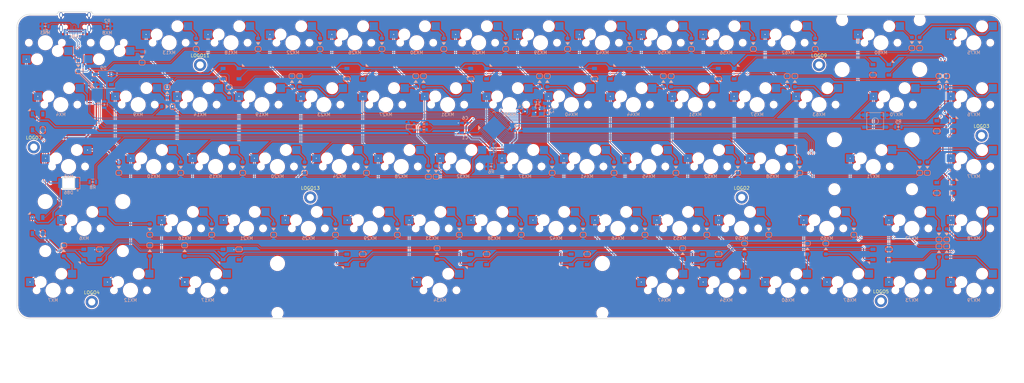
<source format=kicad_pcb>
(kicad_pcb (version 20171130) (host pcbnew "(5.1.10)-1")
  (layers (0 F.Cu signal) (31 B.Cu signal) (34 B.Paste user) (35 F.Paste user) (36 B.SilkS user) (37 F.SilkS user) (38 B.Mask user) (39 F.Mask user) (44 Edge.Cuts user))
  (net 0 "")
  (net 1 "Net-(D1-Pad2)")
  (net 2 "Net-(D2-Pad2)")
  (net 3 "Net-(D3-Pad2)")
  (net 4 "Net-(D4-Pad2)")
  (net 5 "Net-(D5-Pad2)")
  (net 6 "Net-(D6-Pad2)")
  (net 7 "Net-(D7-Pad2)")
  (net 8 "Net-(D8-Pad2)")
  (net 9 "Net-(D10-Pad2)")
  (net 10 "Net-(D11-Pad2)")
  (net 11 "Net-(D12-Pad2)")
  (net 12 "Net-(D13-Pad2)")
  (net 13 "Net-(D14-Pad2)")
  (net 14 "Net-(D15-Pad2)")
  (net 15 "Net-(D16-Pad2)")
  (net 16 "Net-(D17-Pad2)")
  (net 17 "Net-(D18-Pad2)")
  (net 18 "Net-(D19-Pad2)")
  (net 19 "Net-(D20-Pad2)")
  (net 20 "Net-(D21-Pad2)")
  (net 21 "Net-(D22-Pad2)")
  (net 22 "Net-(D23-Pad2)")
  (net 23 "Net-(D24-Pad2)")
  (net 24 "Net-(D25-Pad2)")
  (net 25 "Net-(D26-Pad2)")
  (net 26 "Net-(D27-Pad2)")
  (net 27 "Net-(D28-Pad2)")
  (net 28 "Net-(D29-Pad2)")
  (net 29 "Net-(D30-Pad2)")
  (net 30 "Net-(D31-Pad2)")
  (net 31 "Net-(D32-Pad2)")
  (net 32 "Net-(D33-Pad2)")
  (net 33 "Net-(D34-Pad2)")
  (net 34 "Net-(D35-Pad2)")
  (net 35 "Net-(D36-Pad2)")
  (net 36 "Net-(D37-Pad2)")
  (net 37 "Net-(D38-Pad2)")
  (net 38 "Net-(D39-Pad2)")
  (net 39 "Net-(D40-Pad2)")
  (net 40 "Net-(D41-Pad2)")
  (net 41 "Net-(D42-Pad2)")
  (net 42 "Net-(D43-Pad2)")
  (net 43 "Net-(D44-Pad2)")
  (net 44 "Net-(D45-Pad2)")
  (net 45 "Net-(D46-Pad2)")
  (net 46 "Net-(D47-Pad2)")
  (net 47 "Net-(D48-Pad2)")
  (net 48 "Net-(D49-Pad2)")
  (net 49 "Net-(D50-Pad2)")
  (net 50 "Net-(D51-Pad2)")
  (net 51 "Net-(D52-Pad2)")
  (net 52 "Net-(D53-Pad2)")
  (net 53 "Net-(D54-Pad2)")
  (net 54 "Net-(D55-Pad2)")
  (net 55 "Net-(D56-Pad2)")
  (net 56 "Net-(D57-Pad2)")
  (net 57 "Net-(D59-Pad2)")
  (net 58 "Net-(D60-Pad2)")
  (net 59 GND)
  (net 60 +5V)
  (net 61 "Net-(D61-Pad2)")
  (net 62 "Net-(D62-Pad2)")
  (net 63 "Net-(D63-Pad2)")
  (net 64 "Net-(D64-Pad2)")
  (net 65 "Net-(D65-Pad2)")
  (net 66 "Net-(D66-Pad2)")
  (net 67 "Net-(D67-Pad2)")
  (net 68 "Net-(D68-Pad2)")
  (net 69 "Net-(D69-Pad2)")
  (net 70 "Net-(D70-Pad2)")
  (net 71 D-)
  (net 72 D+)
  (net 73 "Net-(C6-Pad1)")
  (net 74 "Net-(C3-Pad1)")
  (net 75 "Net-(C2-Pad1)")
  (net 76 COL13)
  (net 77 COL12)
  (net 78 COL11)
  (net 79 COL10)
  (net 80 COL9)
  (net 81 COL8)
  (net 82 COL7)
  (net 83 COL6)
  (net 84 COL5)
  (net 85 COL4)
  (net 86 "Net-(R6-Pad2)")
  (net 87 COL3)
  (net 88 COL2)
  (net 89 "Net-(R2-Pad2)")
  (net 90 "Net-(R1-Pad2)")
  (net 91 COL14)
  (net 92 RST)
  (net 93 ROW0)
  (net 94 ROW2)
  (net 95 ROW3)
  (net 96 ROW4)
  (net 97 "Net-(D72-Pad4)")
  (net 98 "Net-(D71-Pad4)")
  (net 99 "Net-(D72-Pad2)")
  (net 100 "Net-(D73-Pad4)")
  (net 101 "Net-(D74-Pad2)")
  (net 102 "Net-(D75-Pad4)")
  (net 103 "Net-(D76-Pad2)")
  (net 104 "Net-(D77-Pad4)")
  (net 105 "Net-(D78-Pad2)")
  (net 106 "Net-(D79-Pad4)")
  (net 107 "Net-(D80-Pad2)")
  (net 108 "Net-(D81-Pad4)")
  (net 109 "Net-(D82-Pad2)")
  (net 110 "Net-(D83-Pad4)")
  (net 111 "Net-(D84-Pad2)")
  (net 112 "Net-(D9-Pad4)")
  (net 113 MOSI)
  (net 114 "Net-(D86-Pad1)")
  (net 115 CapS)
  (net 116 "Net-(D71-Pad2)")
  (net 117 "Net-(U2-Pad42)")
  (net 118 "Net-(U2-Pad1)")
  (net 119 "Net-(USB1-Pad9)")
  (net 120 "Net-(USB1-Pad3)")
  (net 121 "Net-(U2-Pad22)")
  (net 122 "Net-(U2-Pad21)")
  (net 123 COL0)
  (net 124 COL1)
  (net 125 /C-)
  (net 126 /C+)
  (net 127 RGBLED)
  (net 128 "Net-(D88-Pad2)")
  (net 129 "Net-(D89-Pad2)")
  (module CustomLogo:sanpjxlogo (layer F.Cu) (at 178.380238 66.079854)
    (fp_text reference LOGO14 hide)
    (fp_text value Logo_Open_Hardware_Large hide)
  )
  (module CustomLogo:VCL25x25 (layer F.Cu) (at 218.480238 66.079854)
    (fp_text reference LOGO1 hide)
    (fp_text value Logo_Open_Hardware_Large hide)
  )
  (module sanproject-keyboard-part:SKQG-1155865 (layer B.Cu) (at 312.53985 62.210313)
    (fp_text reference SW1)
    (fp_text value SW_Push)
    (pad 1 smd rect (at 3.1 -1.85) (size 1.8 1.1) (layers B.Cu B.Paste B.Mask) (net 59 GND))
    (pad 2 smd rect (at -3.1 1.85) (size 1.8 1.1) (layers B.Cu B.Paste B.Mask) (net 92 RST))
    (pad 2 smd rect (at 3.1 1.85) (size 1.8 1.1) (layers B.Cu B.Paste B.Mask) (net 92 RST))
    (pad 1 smd rect (at -3.1 -1.85) (size 1.8 1.1) (layers B.Cu B.Paste B.Mask) (net 59 GND))
  )
  (module sanproject-keyboard-part:QFN-44-1EP_7x7mm_P0.5mm_EP5.2x5.2mm (layer B.Cu) (at 195.262992 64.293912 315)
    (fp_text reference U2 hide)
    (fp_text value ATmega32U4-MU)
    (pad 1 smd roundrect (at -3.3375 2.5 315) (size 1.075 0.25) (layers B.Cu B.Paste B.Mask) (net 118 "Net-(U2-Pad1)"))
    (pad 2 smd rect (at -3.3375 2 315) (size 1.075 0.25) (layers B.Cu B.Paste B.Mask) (net 60 +5V))
    (pad 3 smd rect (at -3.3375 1.5 315) (size 1.075 0.25) (layers B.Cu B.Paste B.Mask) (net 71 D-))
    (pad 4 smd rect (at -3.3375 1 315) (size 1.075 0.25) (layers B.Cu B.Paste B.Mask) (net 72 D+))
    (pad 5 smd rect (at -3.3375 0.5 315) (size 1.075 0.25) (layers B.Cu B.Paste B.Mask) (net 59 GND))
    (pad 6 smd rect (at -3.3375 0 315) (size 1.075 0.25) (layers B.Cu B.Paste B.Mask) (net 73 "Net-(C6-Pad1)"))
    (pad 7 smd rect (at -3.3375 -0.5 315) (size 1.075 0.25) (layers B.Cu B.Paste B.Mask) (net 60 +5V))
    (pad 8 smd rect (at -3.3375 -1 315) (size 1.075 0.25) (layers B.Cu B.Paste B.Mask) (net 93 ROW0))
    (pad 9 smd rect (at -3.3375 -1.5 315) (size 1.075 0.25) (layers B.Cu B.Paste B.Mask) (net 127 RGBLED))
    (pad 10 smd rect (at -3.3375 -2 315) (size 1.075 0.25) (layers B.Cu B.Paste B.Mask) (net 113 MOSI))
    (pad 11 smd rect (at -3.3375 -2.5 315) (size 1.075 0.25) (layers B.Cu B.Paste B.Mask) (net 84 COL5))
    (pad 12 smd rect (at -2.5 -3.3375 315) (size 0.25 1.075) (layers B.Cu B.Paste B.Mask) (net 83 COL6))
    (pad 13 smd rect (at -2 -3.3375 315) (size 0.25 1.075) (layers B.Cu B.Paste B.Mask) (net 92 RST))
    (pad 14 smd rect (at -1.5 -3.3375 315) (size 0.25 1.075) (layers B.Cu B.Paste B.Mask) (net 60 +5V))
    (pad 15 smd rect (at -1 -3.3375 315) (size 0.25 1.075) (layers B.Cu B.Paste B.Mask) (net 59 GND))
    (pad 16 smd rect (at -0.5 -3.3375 315) (size 0.25 1.075) (layers B.Cu B.Paste B.Mask) (net 74 "Net-(C3-Pad1)"))
    (pad 17 smd rect (at 0 -3.3375 315) (size 0.25 1.075) (layers B.Cu B.Paste B.Mask) (net 75 "Net-(C2-Pad1)"))
    (pad 18 smd rect (at 0.5 -3.3375 315) (size 0.25 1.075) (layers B.Cu B.Paste B.Mask) (net 77 COL12))
    (pad 19 smd rect (at 1 -3.3375 315) (size 0.25 1.075) (layers B.Cu B.Paste B.Mask) (net 76 COL13))
    (pad 20 smd rect (at 1.5 -3.3375 315) (size 0.25 1.075) (layers B.Cu B.Paste B.Mask) (net 91 COL14))
    (pad 21 smd rect (at 2 -3.3375 315) (size 0.25 1.075) (layers B.Cu B.Paste B.Mask) (net 122 "Net-(U2-Pad21)"))
    (pad 22 smd rect (at 2.5 -3.3375 315) (size 0.25 1.075) (layers B.Cu B.Paste B.Mask) (net 121 "Net-(U2-Pad22)"))
    (pad 23 smd rect (at 3.3375 -2.5 315) (size 1.075 0.25) (layers B.Cu B.Paste B.Mask) (net 59 GND))
    (pad 24 smd rect (at 3.3375 -2 315) (size 1.075 0.25) (layers B.Cu B.Paste B.Mask) (net 60 +5V))
    (pad 25 smd rect (at 3.3375 -1.5 315) (size 1.075 0.25) (layers B.Cu B.Paste B.Mask) (net 96 ROW4))
    (pad 26 smd rect (at 3.3375 -1 315) (size 1.075 0.25) (layers B.Cu B.Paste B.Mask) (net 95 ROW3))
    (pad 27 smd rect (at 3.3375 -0.5 315) (size 1.075 0.25) (layers B.Cu B.Paste B.Mask) (net 94 ROW2))
    (pad 28 smd rect (at 3.3375 0 315) (size 1.075 0.25) (layers B.Cu B.Paste B.Mask) (net 78 COL11))
    (pad 29 smd rect (at 3.3375 0.5 315) (size 1.075 0.25) (layers B.Cu B.Paste B.Mask) (net 79 COL10))
    (pad 30 smd rect (at 3.3375 1 315) (size 1.075 0.25) (layers B.Cu B.Paste B.Mask) (net 80 COL9))
    (pad 31 smd rect (at 3.3375 1.5 315) (size 1.075 0.25) (layers B.Cu B.Paste B.Mask) (net 81 COL8))
    (pad 32 smd rect (at 3.3375 2 315) (size 1.075 0.25) (layers B.Cu B.Paste B.Mask) (net 82 COL7))
    (pad 33 smd rect (at 3.3375 2.5 315) (size 1.075 0.25) (layers B.Cu B.Paste B.Mask) (net 86 "Net-(R6-Pad2)"))
    (pad 34 smd rect (at 2.5 3.3375 315) (size 0.25 1.075) (layers B.Cu B.Paste B.Mask) (net 60 +5V))
    (pad 35 smd rect (at 2 3.3375 315) (size 0.25 1.075) (layers B.Cu B.Paste B.Mask) (net 59 GND))
    (pad 36 smd rect (at 1.5 3.3375 315) (size 0.25 1.075) (layers B.Cu B.Paste B.Mask) (net 85 COL4))
    (pad 37 smd rect (at 1 3.3375 315) (size 0.25 1.075) (layers B.Cu B.Paste B.Mask) (net 87 COL3))
    (pad 38 smd rect (at 0.5 3.3375 315) (size 0.25 1.075) (layers B.Cu B.Paste B.Mask) (net 88 COL2))
    (pad 39 smd rect (at 0 3.3375 315) (size 0.25 1.075) (layers B.Cu B.Paste B.Mask) (net 124 COL1))
    (pad 40 smd rect (at -0.5 3.3375 315) (size 0.25 1.075) (layers B.Cu B.Paste B.Mask) (net 115 CapS))
    (pad 41 smd rect (at -1 3.3375 315) (size 0.25 1.075) (layers B.Cu B.Paste B.Mask) (net 123 COL0))
    (pad 42 smd rect (at -1.5 3.3375 315) (size 0.25 1.075) (layers B.Cu B.Paste B.Mask) (net 117 "Net-(U2-Pad42)"))
    (pad 43 smd rect (at -2 3.3375 315) (size 0.25 1.075) (layers B.Cu B.Paste B.Mask) (net 59 GND))
    (pad 44 smd rect (at -2.5 3.3375 315) (size 0.25 1.075) (layers B.Cu B.Paste B.Mask) (net 60 +5V))
    (pad 45 smd rect (at 0 0 315) (size 5.2 5.2) (layers B.Cu B.Mask) (net 59 GND))
  )
  (module sanproject-keyboard-part:D_SOD-123 (layer B.Cu) (at 334.566468 102.394008 270)
    (fp_text reference D70)
    (fp_text value D)
    (pad 1 smd roundrect (at -1.65 0 270) (size 1 1.2) (layers B.Cu B.Paste B.Mask) (net 96 ROW4))
    (pad 2 smd roundrect (at 1.65 0 270) (size 1 1.2) (layers B.Cu B.Paste B.Mask) (net 70 "Net-(D70-Pad2)"))
  )
  (module sanproject-keyboard-part:D_SOD-123 (layer B.Cu) (at 332.185212 102.394008 270)
    (fp_text reference D65)
    (fp_text value D)
    (pad 1 smd roundrect (at -1.65 0 270) (size 1 1.2) (layers B.Cu B.Paste B.Mask) (net 96 ROW4))
    (pad 2 smd roundrect (at 1.65 0 270) (size 1 1.2) (layers B.Cu B.Paste B.Mask) (net 65 "Net-(D65-Pad2)"))
  )
  (module sanproject-keyboard-part:D_SOD-123 (layer B.Cu) (at 328.613328 76.497849 90)
    (fp_text reference D68)
    (fp_text value D)
    (pad 1 smd roundrect (at -1.65 0 90) (size 1 1.2) (layers B.Cu B.Paste B.Mask) (net 94 ROW2))
    (pad 2 smd roundrect (at 1.65 0 90) (size 1 1.2) (layers B.Cu B.Paste B.Mask) (net 68 "Net-(D68-Pad2)"))
  )
  (module sanproject-keyboard-part:D_SOD-123 (layer B.Cu) (at 272.356155 101.501037 270)
    (fp_text reference D50)
    (fp_text value D)
    (pad 1 smd roundrect (at -1.65 0 270) (size 1 1.2) (layers B.Cu B.Paste B.Mask) (net 96 ROW4))
    (pad 2 smd roundrect (at 1.65 0 270) (size 1 1.2) (layers B.Cu B.Paste B.Mask) (net 49 "Net-(D50-Pad2)"))
  )
  (module sanproject-keyboard-part:D_SOD-123 (layer B.Cu) (at 253.306107 102.989322 270)
    (fp_text reference D45)
    (fp_text value D)
    (pad 1 smd roundrect (at -1.65 0 270) (size 1 1.2) (layers B.Cu B.Paste B.Mask) (net 96 ROW4))
    (pad 2 smd roundrect (at 1.65 0 270) (size 1 1.2) (layers B.Cu B.Paste B.Mask) (net 44 "Net-(D45-Pad2)"))
  )
  (module sanproject-keyboard-part:D_SOD-123 (layer B.Cu) (at 326.232072 76.497849 90)
    (fp_text reference D63)
    (fp_text value D)
    (pad 1 smd roundrect (at -1.65 0 90) (size 1 1.2) (layers B.Cu B.Paste B.Mask) (net 94 ROW2))
    (pad 2 smd roundrect (at 1.65 0 90) (size 1 1.2) (layers B.Cu B.Paste B.Mask) (net 63 "Net-(D63-Pad2)"))
  )
  (module MX_Only_v3:MXOnly-1U-Hotswap (layer F.Cu) (at 200.025 57.15)
    (fp_text reference MX36)
    (fp_text value MX-NoLED)
    (fp_text user %R (at 0 3.048) (layer B.SilkS) (effects (justify mirror)))
    (pad "" np_thru_hole circle (at 2.54 -5.08) (size 3 3) (drill 3) (layers *.Cu *.Mask))
    (pad "" np_thru_hole circle (at 0 0) (size 3.9878 3.9878) (drill 3.9878) (layers *.Cu *.Mask))
    (pad "" np_thru_hole circle (at -3.81 -2.54) (size 3 3) (drill 3) (layers *.Cu *.Mask))
    (pad "" np_thru_hole circle (at -5.08 0 48.0996) (size 1.75 1.75) (drill 1.75) (layers *.Cu *.Mask))
    (pad "" np_thru_hole circle (at 5.08 0 48.0996) (size 1.75 1.75) (drill 1.75) (layers *.Cu *.Mask))
    (pad 1 smd rect (at -7.085 -2.54) (size 2.55 2.5) (layers B.Cu B.Paste B.Mask) (net 82 COL7))
    (pad 2 smd rect (at 5.842 -5.08) (size 2.55 2.5) (layers B.Cu B.Paste B.Mask) (net 33 "Net-(D34-Pad2)"))
  )
  (module sanproject-keyboard-part:LED_WS2812B_PLCC4_5.0x5.0mm_P3.2mm (layer B.Cu) (at 54.768888 62.50797 270)
    (fp_text reference D89)
    (fp_text value WS2812B)
    (pad 3 smd roundrect (at 2.45 -1.6 270) (size 1.5 1) (layers B.Cu B.Paste B.Mask) (net 59 GND))
    (pad 4 smd rect (at 2.45 1.6 270) (size 1.5 1) (layers B.Cu B.Paste B.Mask) (net 128 "Net-(D88-Pad2)"))
    (pad 2 smd rect (at -2.45 -1.6 270) (size 1.5 1) (layers B.Cu B.Paste B.Mask) (net 129 "Net-(D89-Pad2)"))
    (pad 1 smd rect (at -2.45 1.6 270) (size 1.5 1) (layers B.Cu B.Paste B.Mask) (net 60 +5V))
  )
  (module sanproject-keyboard-part:LED_WS2812B_PLCC4_5.0x5.0mm_P3.2mm (layer B.Cu) (at 54.768888 94.357269 270)
    (fp_text reference D88)
    (fp_text value WS2812B)
    (pad 3 smd roundrect (at 2.45 -1.6 270) (size 1.5 1) (layers B.Cu B.Paste B.Mask) (net 59 GND))
    (pad 4 smd rect (at 2.45 1.6 270) (size 1.5 1) (layers B.Cu B.Paste B.Mask) (net 116 "Net-(D71-Pad2)"))
    (pad 2 smd rect (at -2.45 -1.6 270) (size 1.5 1) (layers B.Cu B.Paste B.Mask) (net 128 "Net-(D88-Pad2)"))
    (pad 1 smd rect (at -2.45 1.6 270) (size 1.5 1) (layers B.Cu B.Paste B.Mask) (net 60 +5V))
  )
  (module MX_Only_v3:MXOnly-6.25U-Hotswap-ReversedStabilizers (layer F.Cu) (at 178.59375 114.3)
    (fp_text reference MX34)
    (fp_text value MX-6.25)
    (fp_text user %R (at 0 3.048) (layer B.SilkS) (effects (justify mirror)))
    (pad "" np_thru_hole circle (at 2.54 -5.08) (size 3 3) (drill 3) (layers *.Cu *.Mask))
    (pad "" np_thru_hole circle (at 0 0) (size 3.9878 3.9878) (drill 3.9878) (layers *.Cu *.Mask))
    (pad "" np_thru_hole circle (at -3.81 -2.54) (size 3 3) (drill 3) (layers *.Cu *.Mask))
    (pad "" np_thru_hole circle (at -5.08 0 48.0996) (size 1.75 1.75) (drill 1.75) (layers *.Cu *.Mask))
    (pad "" np_thru_hole circle (at 5.08 0 48.0996) (size 1.75 1.75) (drill 1.75) (layers *.Cu *.Mask))
    (pad 1 smd rect (at -7.085 -2.54) (size 2.55 2.5) (layers B.Cu B.Paste B.Mask) (net 83 COL6))
    (pad 2 smd rect (at 5.842 -5.08) (size 2.55 2.5) (layers B.Cu B.Paste B.Mask) (net 31 "Net-(D32-Pad2)"))
    (pad "" np_thru_hole circle (at 49.9999 6.985) (size 3.048 3.048) (drill 3.048) (layers *.Cu *.Mask))
    (pad "" np_thru_hole circle (at -49.9999 6.985) (size 3.048 3.048) (drill 3.048) (layers *.Cu *.Mask))
    (pad "" np_thru_hole circle (at 49.9999 -8.255) (size 3.9878 3.9878) (drill 3.9878) (layers *.Cu *.Mask))
    (pad "" np_thru_hole circle (at -49.9999 -8.255) (size 3.9878 3.9878) (drill 3.9878) (layers *.Cu *.Mask))
  )
  (module sanproject-keyboard-part:D_SOD-123 (layer B.Cu) (at 175.022316 77.688477 90)
    (fp_text reference D26)
    (fp_text value D)
    (pad 1 smd roundrect (at -1.65 0 90) (size 1 1.2) (layers B.Cu B.Paste B.Mask) (net 94 ROW2))
    (pad 2 smd roundrect (at 1.65 0 90) (size 1 1.2) (layers B.Cu B.Paste B.Mask) (net 25 "Net-(D26-Pad2)"))
  )
  (module sanproject-keyboard-part:D_SOD-123 (layer B.Cu) (at 334.566468 97.036182 90)
    (fp_text reference D69)
    (fp_text value D)
    (pad 1 smd roundrect (at -1.65 0 90) (size 1 1.2) (layers B.Cu B.Paste B.Mask) (net 95 ROW3))
    (pad 2 smd roundrect (at 1.65 0 90) (size 1 1.2) (layers B.Cu B.Paste B.Mask) (net 69 "Net-(D69-Pad2)"))
  )
  (module sanproject-keyboard-part:D_SOD-123 (layer B.Cu) (at 251.222508 76.497849 90)
    (fp_text reference D43)
    (fp_text value D)
    (pad 1 smd roundrect (at -1.65 0 90) (size 1 1.2) (layers B.Cu B.Paste B.Mask) (net 94 ROW2))
    (pad 2 smd roundrect (at 1.65 0 90) (size 1 1.2) (layers B.Cu B.Paste B.Mask) (net 42 "Net-(D43-Pad2)"))
  )
  (module sanproject-keyboard-part:D_SOD-123 (layer B.Cu) (at 270.272556 76.497849 90)
    (fp_text reference D48)
    (fp_text value D)
    (pad 1 smd roundrect (at -1.65 0 90) (size 1 1.2) (layers B.Cu B.Paste B.Mask) (net 94 ROW2))
    (pad 2 smd roundrect (at 1.65 0 90) (size 1 1.2) (layers B.Cu B.Paste B.Mask) (net 47 "Net-(D48-Pad2)"))
  )
  (module sanproject-keyboard-part:D_SOD-123 (layer B.Cu) (at 241.697484 95.547897 90)
    (fp_text reference D44)
    (fp_text value D)
    (pad 1 smd roundrect (at -1.65 0 90) (size 1 1.2) (layers B.Cu B.Paste B.Mask) (net 95 ROW3))
    (pad 2 smd roundrect (at 1.65 0 90) (size 1 1.2) (layers B.Cu B.Paste B.Mask) (net 43 "Net-(D44-Pad2)"))
  )
  (module sanproject-keyboard-part:D_SOD-123 (layer B.Cu) (at 232.17246 76.497849 90)
    (fp_text reference D39)
    (fp_text value D)
    (pad 1 smd roundrect (at -1.65 0 90) (size 1 1.2) (layers B.Cu B.Paste B.Mask) (net 94 ROW2))
    (pad 2 smd roundrect (at 1.65 0 90) (size 1 1.2) (layers B.Cu B.Paste B.Mask) (net 38 "Net-(D39-Pad2)"))
  )
  (module sanproject-keyboard-part:D_SOD-123 (layer B.Cu) (at 291.70386 101.501037 270)
    (fp_text reference D55)
    (fp_text value D)
    (pad 1 smd roundrect (at -1.65 0 270) (size 1 1.2) (layers B.Cu B.Paste B.Mask) (net 96 ROW4))
    (pad 2 smd roundrect (at 1.65 0 270) (size 1 1.2) (layers B.Cu B.Paste B.Mask) (net 54 "Net-(D55-Pad2)"))
  )
  (module sanproject-keyboard-part:D_SOD-123 (layer B.Cu) (at 260.747532 95.547897 90)
    (fp_text reference D49)
    (fp_text value D)
    (pad 1 smd roundrect (at -1.65 0 90) (size 1 1.2) (layers B.Cu B.Paste B.Mask) (net 95 ROW3))
    (pad 2 smd roundrect (at 1.65 0 90) (size 1 1.2) (layers B.Cu B.Paste B.Mask) (net 48 "Net-(D49-Pad2)"))
  )
  (module sanproject-keyboard-part:D_SOD-123 (layer B.Cu) (at 289.322604 76.497849 90)
    (fp_text reference D53)
    (fp_text value D)
    (pad 1 smd roundrect (at -1.65 0 90) (size 1 1.2) (layers B.Cu B.Paste B.Mask) (net 94 ROW2))
    (pad 2 smd roundrect (at 1.65 0 90) (size 1 1.2) (layers B.Cu B.Paste B.Mask) (net 52 "Net-(D53-Pad2)"))
  )
  (module sanproject-keyboard-part:D_SOD-123 (layer B.Cu) (at 305.99133 95.547897 90)
    (fp_text reference D59)
    (fp_text value D)
    (pad 1 smd roundrect (at -1.65 0 90) (size 1 1.2) (layers B.Cu B.Paste B.Mask) (net 95 ROW3))
    (pad 2 smd roundrect (at 1.65 0 90) (size 1 1.2) (layers B.Cu B.Paste B.Mask) (net 57 "Net-(D59-Pad2)"))
  )
  (module sanproject-keyboard-part:D_SOD-123 (layer B.Cu) (at 297.359343 101.501037 270)
    (fp_text reference D60)
    (fp_text value D)
    (pad 1 smd roundrect (at -1.65 0 270) (size 1 1.2) (layers B.Cu B.Paste B.Mask) (net 96 ROW4))
    (pad 2 smd roundrect (at 1.65 0 270) (size 1 1.2) (layers B.Cu B.Paste B.Mask) (net 58 "Net-(D60-Pad2)"))
  )
  (module sanproject-keyboard-part:D_SOD-123 (layer B.Cu) (at 279.79758 95.547897 90)
    (fp_text reference D54)
    (fp_text value D)
    (pad 1 smd roundrect (at -1.65 0 90) (size 1 1.2) (layers B.Cu B.Paste B.Mask) (net 95 ROW3))
    (pad 2 smd roundrect (at 1.65 0 90) (size 1 1.2) (layers B.Cu B.Paste B.Mask) (net 53 "Net-(D54-Pad2)"))
  )
  (module sanproject-keyboard-part:D_SOD-123 (layer B.Cu) (at 332.185212 97.036182 90)
    (fp_text reference D64)
    (fp_text value D)
    (pad 1 smd roundrect (at -1.65 0 90) (size 1 1.2) (layers B.Cu B.Paste B.Mask) (net 95 ROW3))
    (pad 2 smd roundrect (at 1.65 0 90) (size 1 1.2) (layers B.Cu B.Paste B.Mask) (net 64 "Net-(D64-Pad2)"))
  )
  (module sanproject-keyboard-part:D_SOD-123 (layer B.Cu) (at 203.597388 95.547897 90)
    (fp_text reference D36)
    (fp_text value D)
    (pad 1 smd roundrect (at -1.65 0 90) (size 1 1.2) (layers B.Cu B.Paste B.Mask) (net 95 ROW3))
    (pad 2 smd roundrect (at 1.65 0 90) (size 1 1.2) (layers B.Cu B.Paste B.Mask) (net 35 "Net-(D36-Pad2)"))
  )
  (module sanproject-keyboard-part:D_SOD-123 (layer B.Cu) (at 222.647436 95.547897 90)
    (fp_text reference D40)
    (fp_text value D)
    (pad 1 smd roundrect (at -1.65 0 90) (size 1 1.2) (layers B.Cu B.Paste B.Mask) (net 95 ROW3))
    (pad 2 smd roundrect (at 1.65 0 90) (size 1 1.2) (layers B.Cu B.Paste B.Mask) (net 39 "Net-(D40-Pad2)"))
  )
  (module sanproject-keyboard-part:D_SOD-123 (layer B.Cu) (at 213.122412 76.497849 90)
    (fp_text reference D35)
    (fp_text value D)
    (pad 1 smd roundrect (at -1.65 0 90) (size 1 1.2) (layers B.Cu B.Paste B.Mask) (net 94 ROW2))
    (pad 2 smd roundrect (at 1.65 0 90) (size 1 1.2) (layers B.Cu B.Paste B.Mask) (net 34 "Net-(D35-Pad2)"))
  )
  (module sanproject-keyboard-part:D_SOD-123 (layer B.Cu) (at 177.701229 102.989322 270)
    (fp_text reference D32)
    (fp_text value D)
    (pad 1 smd roundrect (at -1.65 0 270) (size 1 1.2) (layers B.Cu B.Paste B.Mask) (net 96 ROW4))
    (pad 2 smd roundrect (at 1.65 0 270) (size 1 1.2) (layers B.Cu B.Paste B.Mask) (net 31 "Net-(D32-Pad2)"))
  )
  (module sanproject-keyboard-part:D_SOD-123 (layer B.Cu) (at 184.54734 95.547897 90)
    (fp_text reference D31)
    (fp_text value D)
    (pad 1 smd roundrect (at -1.65 0 90) (size 1 1.2) (layers B.Cu B.Paste B.Mask) (net 95 ROW3))
    (pad 2 smd roundrect (at 1.65 0 90) (size 1 1.2) (layers B.Cu B.Paste B.Mask) (net 30 "Net-(D31-Pad2)"))
  )
  (module sanproject-keyboard-part:D_SOD-123 (layer B.Cu) (at 177.403572 77.688477 90)
    (fp_text reference D30)
    (fp_text value D)
    (pad 1 smd roundrect (at -1.65 0 90) (size 1 1.2) (layers B.Cu B.Paste B.Mask) (net 94 ROW2))
    (pad 2 smd roundrect (at 1.65 0 90) (size 1 1.2) (layers B.Cu B.Paste B.Mask) (net 29 "Net-(D30-Pad2)"))
  )
  (module sanproject-keyboard-part:D_SOD-123 (layer B.Cu) (at 165.497292 95.547897 90)
    (fp_text reference D27)
    (fp_text value D)
    (pad 1 smd roundrect (at -1.65 0 90) (size 1 1.2) (layers B.Cu B.Paste B.Mask) (net 95 ROW3))
    (pad 2 smd roundrect (at 1.65 0 90) (size 1 1.2) (layers B.Cu B.Paste B.Mask) (net 26 "Net-(D27-Pad2)"))
  )
  (module sanproject-keyboard-part:D_SOD-123 (layer B.Cu) (at 79.772076 76.497849 90)
    (fp_text reference D3)
    (fp_text value D)
    (pad 1 smd roundrect (at -1.65 0 90) (size 1 1.2) (layers B.Cu B.Paste B.Mask) (net 94 ROW2))
    (pad 2 smd roundrect (at 1.65 0 90) (size 1 1.2) (layers B.Cu B.Paste B.Mask) (net 3 "Net-(D3-Pad2)"))
  )
  (module sanproject-keyboard-part:D_SOD-123 (layer B.Cu) (at 98.822124 76.497849 90)
    (fp_text reference D8)
    (fp_text value D)
    (pad 1 smd roundrect (at -1.65 0 90) (size 1 1.2) (layers B.Cu B.Paste B.Mask) (net 94 ROW2))
    (pad 2 smd roundrect (at 1.65 0 90) (size 1 1.2) (layers B.Cu B.Paste B.Mask) (net 8 "Net-(D8-Pad2)"))
  )
  (module sanproject-keyboard-part:D_SOD-123 (layer B.Cu) (at 155.972268 76.497849 90)
    (fp_text reference D22)
    (fp_text value D)
    (pad 1 smd roundrect (at -1.65 0 90) (size 1 1.2) (layers B.Cu B.Paste B.Mask) (net 94 ROW2))
    (pad 2 smd roundrect (at 1.65 0 90) (size 1 1.2) (layers B.Cu B.Paste B.Mask) (net 21 "Net-(D22-Pad2)"))
  )
  (module sanproject-keyboard-part:D_SOD-123 (layer B.Cu) (at 89.2971 95.547897 90)
    (fp_text reference D4)
    (fp_text value D)
    (pad 1 smd roundrect (at -1.65 0 90) (size 1 1.2) (layers B.Cu B.Paste B.Mask) (net 95 ROW3))
    (pad 2 smd roundrect (at 1.65 0 90) (size 1 1.2) (layers B.Cu B.Paste B.Mask) (net 4 "Net-(D4-Pad2)"))
  )
  (module sanproject-keyboard-part:D_SOD-123 (layer B.Cu) (at 136.92222 76.497849 90)
    (fp_text reference D18)
    (fp_text value D)
    (pad 1 smd roundrect (at -1.65 0 90) (size 1 1.2) (layers B.Cu B.Paste B.Mask) (net 94 ROW2))
    (pad 2 smd roundrect (at 1.65 0 90) (size 1 1.2) (layers B.Cu B.Paste B.Mask) (net 17 "Net-(D18-Pad2)"))
  )
  (module sanproject-keyboard-part:D_SOD-123 (layer B.Cu) (at 100.012752 102.096351 270)
    (fp_text reference D15)
    (fp_text value D)
    (pad 1 smd roundrect (at -1.65 0 270) (size 1 1.2) (layers B.Cu B.Paste B.Mask) (net 96 ROW4))
    (pad 2 smd roundrect (at 1.65 0 270) (size 1 1.2) (layers B.Cu B.Paste B.Mask) (net 14 "Net-(D15-Pad2)"))
  )
  (module sanproject-keyboard-part:D_SOD-123 (layer B.Cu) (at 108.347148 95.547897 90)
    (fp_text reference D14)
    (fp_text value D)
    (pad 1 smd roundrect (at -1.65 0 90) (size 1 1.2) (layers B.Cu B.Paste B.Mask) (net 95 ROW3))
    (pad 2 smd roundrect (at 1.65 0 90) (size 1 1.2) (layers B.Cu B.Paste B.Mask) (net 13 "Net-(D14-Pad2)"))
  )
  (module sanproject-keyboard-part:D_SOD-123 (layer B.Cu) (at 117.872172 76.497849 90)
    (fp_text reference D13)
    (fp_text value D)
    (pad 1 smd roundrect (at -1.65 0 90) (size 1 1.2) (layers B.Cu B.Paste B.Mask) (net 94 ROW2))
    (pad 2 smd roundrect (at 1.65 0 90) (size 1 1.2) (layers B.Cu B.Paste B.Mask) (net 12 "Net-(D13-Pad2)"))
  )
  (module sanproject-keyboard-part:D_SOD-123 (layer B.Cu) (at 146.447244 95.547897 90)
    (fp_text reference D23)
    (fp_text value D)
    (pad 1 smd roundrect (at -1.65 0 90) (size 1 1.2) (layers B.Cu B.Paste B.Mask) (net 95 ROW3))
    (pad 2 smd roundrect (at 1.65 0 90) (size 1 1.2) (layers B.Cu B.Paste B.Mask) (net 22 "Net-(D23-Pad2)"))
  )
  (module sanproject-keyboard-part:D_SOD-123 (layer B.Cu) (at 89.2971 102.096351 270)
    (fp_text reference D10)
    (fp_text value D)
    (pad 1 smd roundrect (at -1.65 0 270) (size 1 1.2) (layers B.Cu B.Paste B.Mask) (net 96 ROW4))
    (pad 2 smd roundrect (at 1.65 0 270) (size 1 1.2) (layers B.Cu B.Paste B.Mask) (net 9 "Net-(D10-Pad2)"))
  )
  (module sanproject-keyboard-part:D_SOD-123 (layer B.Cu) (at 62.805627 102.096351 270)
    (fp_text reference D5)
    (fp_text value D)
    (pad 1 smd roundrect (at -1.65 0 270) (size 1 1.2) (layers B.Cu B.Paste B.Mask) (net 96 ROW4))
    (pad 2 smd roundrect (at 1.65 0 270) (size 1 1.2) (layers B.Cu B.Paste B.Mask) (net 5 "Net-(D5-Pad2)"))
  )
  (module sanproject-keyboard-part:D_SOD-123 (layer B.Cu) (at 127.397196 95.547897 90)
    (fp_text reference D19)
    (fp_text value D)
    (pad 1 smd roundrect (at -1.65 0 90) (size 1 1.2) (layers B.Cu B.Paste B.Mask) (net 95 ROW3))
    (pad 2 smd roundrect (at 1.65 0 90) (size 1 1.2) (layers B.Cu B.Paste B.Mask) (net 18 "Net-(D19-Pad2)"))
  )
  (module MX_Only_v3:MXOnly-1U-Hotswap (layer F.Cu) (at 342.9 114.3)
    (fp_text reference MX79)
    (fp_text value MX-NoLED)
    (fp_text user %R (at 0 3.048) (layer B.SilkS) (effects (justify mirror)))
    (pad "" np_thru_hole circle (at 2.54 -5.08) (size 3 3) (drill 3) (layers *.Cu *.Mask))
    (pad "" np_thru_hole circle (at 0 0) (size 3.9878 3.9878) (drill 3.9878) (layers *.Cu *.Mask))
    (pad "" np_thru_hole circle (at -3.81 -2.54) (size 3 3) (drill 3) (layers *.Cu *.Mask))
    (pad "" np_thru_hole circle (at -5.08 0 48.0996) (size 1.75 1.75) (drill 1.75) (layers *.Cu *.Mask))
    (pad "" np_thru_hole circle (at 5.08 0 48.0996) (size 1.75 1.75) (drill 1.75) (layers *.Cu *.Mask))
    (pad 1 smd rect (at -7.085 -2.54) (size 2.55 2.5) (layers B.Cu B.Paste B.Mask) (net 91 COL14))
    (pad 2 smd rect (at 5.842 -5.08) (size 2.55 2.5) (layers B.Cu B.Paste B.Mask) (net 70 "Net-(D70-Pad2)"))
  )
  (module sanproject-keyboard-part:R_0603 (layer B.Cu) (at 173.66449 64.871255 180)
    (fp_text reference R4)
    (fp_text value 22)
    (pad 2 smd rect (at 0.825 0 180) (size 0.8 0.95) (layers B.Cu B.Paste B.Mask) (net 126 /C+))
    (pad 1 smd rect (at -0.825 0 180) (size 0.8 0.95) (layers B.Cu B.Paste B.Mask) (net 71 D-))
  )
  (module sanproject-keyboard-part:R_0603 (layer B.Cu) (at 173.66449 63.121255 180)
    (fp_text reference R3)
    (fp_text value 22)
    (pad 2 smd rect (at 0.825 0 180) (size 0.8 0.95) (layers B.Cu B.Paste B.Mask) (net 125 /C-))
    (pad 1 smd rect (at -0.825 0 180) (size 0.8 0.95) (layers B.Cu B.Paste B.Mask) (net 72 D+))
  )
  (module sanproject-keyboard-part:D_SOD-123 (layer B.Cu) (at 332.185212 50.006376 270)
    (fp_text reference D62)
    (fp_text value D)
    (pad 1 smd roundrect (at -1.65 0 270) (size 1 1.2) (layers B.Cu B.Paste B.Mask) (net 113 MOSI))
    (pad 2 smd roundrect (at 1.65 0 270) (size 1 1.2) (layers B.Cu B.Paste B.Mask) (net 62 "Net-(D62-Pad2)"))
  )
  (module sanproject-keyboard-part:D_SOD-123 (layer B.Cu) (at 247.352967 50.006376 270)
    (fp_text reference D42)
    (fp_text value D)
    (pad 1 smd roundrect (at -1.65 0 270) (size 1 1.2) (layers B.Cu B.Paste B.Mask) (net 113 MOSI))
    (pad 2 smd roundrect (at 1.65 0 270) (size 1 1.2) (layers B.Cu B.Paste B.Mask) (net 41 "Net-(D42-Pad2)"))
  )
  (module sanproject-keyboard-part:D_SOD-123 (layer B.Cu) (at 323.850744 38.100096 90)
    (fp_text reference D61)
    (fp_text value D)
    (pad 1 smd roundrect (at -1.65 0 90) (size 1 1.2) (layers B.Cu B.Paste B.Mask) (net 93 ROW0))
    (pad 2 smd roundrect (at 1.65 0 90) (size 1 1.2) (layers B.Cu B.Paste B.Mask) (net 61 "Net-(D61-Pad2)"))
  )
  (module sanproject-keyboard-part:D_SOD-123 (layer B.Cu) (at 209.252871 50.006376 270)
    (fp_text reference D34)
    (fp_text value D)
    (pad 1 smd roundrect (at -1.65 0 270) (size 1 1.2) (layers B.Cu B.Paste B.Mask) (net 113 MOSI))
    (pad 2 smd roundrect (at 1.65 0 270) (size 1 1.2) (layers B.Cu B.Paste B.Mask) (net 33 "Net-(D34-Pad2)"))
  )
  (module sanproject-keyboard-part:D_SOD-123 (layer B.Cu) (at 179.785116 38.397753 90)
    (fp_text reference D28)
    (fp_text value D)
    (pad 1 smd roundrect (at -1.65 0 90) (size 1 1.2) (layers B.Cu B.Paste B.Mask) (net 93 ROW0))
    (pad 2 smd roundrect (at 1.65 0 90) (size 1 1.2) (layers B.Cu B.Paste B.Mask) (net 27 "Net-(D28-Pad2)"))
  )
  (module sanproject-keyboard-part:D_SOD-123 (layer B.Cu) (at 287.834319 50.006376 270)
    (fp_text reference D57)
    (fp_text value D)
    (pad 1 smd roundrect (at -1.65 0 270) (size 1 1.2) (layers B.Cu B.Paste B.Mask) (net 113 MOSI))
    (pad 2 smd roundrect (at 1.65 0 270) (size 1 1.2) (layers B.Cu B.Paste B.Mask) (net 56 "Net-(D57-Pad2)"))
  )
  (module sanproject-keyboard-part:D_SOD-123 (layer B.Cu) (at 294.085116 38.397753 90)
    (fp_text reference D56)
    (fp_text value D)
    (pad 1 smd roundrect (at -1.65 0 90) (size 1 1.2) (layers B.Cu B.Paste B.Mask) (net 93 ROW0))
    (pad 2 smd roundrect (at 1.65 0 90) (size 1 1.2) (layers B.Cu B.Paste B.Mask) (net 55 "Net-(D56-Pad2)"))
  )
  (module sanproject-keyboard-part:D_SOD-123 (layer B.Cu) (at 326.232072 38.100096 90)
    (fp_text reference D66)
    (fp_text value D)
    (pad 1 smd roundrect (at -1.65 0 90) (size 1 1.2) (layers B.Cu B.Paste B.Mask) (net 93 ROW0))
    (pad 2 smd roundrect (at 1.65 0 90) (size 1 1.2) (layers B.Cu B.Paste B.Mask) (net 66 "Net-(D66-Pad2)"))
  )
  (module sanproject-keyboard-part:D_SOD-123 (layer B.Cu) (at 249.734223 50.006376 270)
    (fp_text reference D47)
    (fp_text value D)
    (pad 1 smd roundrect (at -1.65 0 270) (size 1 1.2) (layers B.Cu B.Paste B.Mask) (net 113 MOSI))
    (pad 2 smd roundrect (at 1.65 0 270) (size 1 1.2) (layers B.Cu B.Paste B.Mask) (net 46 "Net-(D47-Pad2)"))
  )
  (module sanproject-keyboard-part:D_SOD-123 (layer B.Cu) (at 285.453063 50.006376 270)
    (fp_text reference D52)
    (fp_text value D)
    (pad 1 smd roundrect (at -1.65 0 270) (size 1 1.2) (layers B.Cu B.Paste B.Mask) (net 113 MOSI))
    (pad 2 smd roundrect (at 1.65 0 270) (size 1 1.2) (layers B.Cu B.Paste B.Mask) (net 51 "Net-(D52-Pad2)"))
  )
  (module sanproject-keyboard-part:D_SOD-123 (layer B.Cu) (at 334.566468 50.006376 270)
    (fp_text reference D67)
    (fp_text value D)
    (pad 1 smd roundrect (at -1.65 0 270) (size 1 1.2) (layers B.Cu B.Paste B.Mask) (net 113 MOSI))
    (pad 2 smd roundrect (at 1.65 0 270) (size 1 1.2) (layers B.Cu B.Paste B.Mask) (net 67 "Net-(D67-Pad2)"))
  )
  (module sanproject-keyboard-part:D_SOD-123 (layer B.Cu) (at 275.035116 38.397753 90)
    (fp_text reference D51)
    (fp_text value D)
    (pad 1 smd roundrect (at -1.65 0 90) (size 1 1.2) (layers B.Cu B.Paste B.Mask) (net 93 ROW0))
    (pad 2 smd roundrect (at 1.65 0 90) (size 1 1.2) (layers B.Cu B.Paste B.Mask) (net 50 "Net-(D51-Pad2)"))
  )
  (module sanproject-keyboard-part:D_SOD-123 (layer B.Cu) (at 255.985116 38.397753 90)
    (fp_text reference D46)
    (fp_text value D)
    (pad 1 smd roundrect (at -1.65 0 90) (size 1 1.2) (layers B.Cu B.Paste B.Mask) (net 93 ROW0))
    (pad 2 smd roundrect (at 1.65 0 90) (size 1 1.2) (layers B.Cu B.Paste B.Mask) (net 45 "Net-(D46-Pad2)"))
  )
  (module sanproject-keyboard-part:D_SOD-123 (layer B.Cu) (at 236.935116 38.397753 90)
    (fp_text reference D41)
    (fp_text value D)
    (pad 1 smd roundrect (at -1.65 0 90) (size 1 1.2) (layers B.Cu B.Paste B.Mask) (net 93 ROW0))
    (pad 2 smd roundrect (at 1.65 0 90) (size 1 1.2) (layers B.Cu B.Paste B.Mask) (net 40 "Net-(D41-Pad2)"))
  )
  (module sanproject-keyboard-part:D_SOD-123 (layer B.Cu) (at 211.634127 50.006376 270)
    (fp_text reference D38)
    (fp_text value D)
    (pad 1 smd roundrect (at -1.65 0 270) (size 1 1.2) (layers B.Cu B.Paste B.Mask) (net 113 MOSI))
    (pad 2 smd roundrect (at 1.65 0 270) (size 1 1.2) (layers B.Cu B.Paste B.Mask) (net 37 "Net-(D38-Pad2)"))
  )
  (module sanproject-keyboard-part:D_SOD-123 (layer B.Cu) (at 217.885116 38.397753 90)
    (fp_text reference D37)
    (fp_text value D)
    (pad 1 smd roundrect (at -1.65 0 90) (size 1 1.2) (layers B.Cu B.Paste B.Mask) (net 93 ROW0))
    (pad 2 smd roundrect (at 1.65 0 90) (size 1 1.2) (layers B.Cu B.Paste B.Mask) (net 36 "Net-(D37-Pad2)"))
  )
  (module sanproject-keyboard-part:D_SOD-123 (layer B.Cu) (at 198.835116 38.397753 90)
    (fp_text reference D33)
    (fp_text value D)
    (pad 1 smd roundrect (at -1.65 0 90) (size 1 1.2) (layers B.Cu B.Paste B.Mask) (net 93 ROW0))
    (pad 2 smd roundrect (at 1.65 0 90) (size 1 1.2) (layers B.Cu B.Paste B.Mask) (net 32 "Net-(D33-Pad2)"))
  )
  (module sanproject-keyboard-part:D_SOD-123 (layer B.Cu) (at 173.534031 50.006376 270)
    (fp_text reference D29)
    (fp_text value D)
    (pad 1 smd roundrect (at -1.65 0 270) (size 1 1.2) (layers B.Cu B.Paste B.Mask) (net 113 MOSI))
    (pad 2 smd roundrect (at 1.65 0 270) (size 1 1.2) (layers B.Cu B.Paste B.Mask) (net 28 "Net-(D29-Pad2)"))
  )
  (module sanproject-keyboard-part:D_SOD-123 (layer B.Cu) (at 171.152775 50.006376 270)
    (fp_text reference D25)
    (fp_text value D)
    (pad 1 smd roundrect (at -1.65 0 270) (size 1 1.2) (layers B.Cu B.Paste B.Mask) (net 113 MOSI))
    (pad 2 smd roundrect (at 1.65 0 270) (size 1 1.2) (layers B.Cu B.Paste B.Mask) (net 24 "Net-(D25-Pad2)"))
  )
  (module sanproject-keyboard-part:D_SOD-123 (layer B.Cu) (at 160.735116 38.397753 90)
    (fp_text reference D24)
    (fp_text value D)
    (pad 1 smd roundrect (at -1.65 0 90) (size 1 1.2) (layers B.Cu B.Paste B.Mask) (net 93 ROW0))
    (pad 2 smd roundrect (at 1.65 0 90) (size 1 1.2) (layers B.Cu B.Paste B.Mask) (net 23 "Net-(D24-Pad2)"))
  )
  (module sanproject-keyboard-part:D_SOD-123 (layer B.Cu) (at 141.685116 38.397753 90)
    (fp_text reference D20)
    (fp_text value D)
    (pad 1 smd roundrect (at -1.65 0 90) (size 1 1.2) (layers B.Cu B.Paste B.Mask) (net 93 ROW0))
    (pad 2 smd roundrect (at 1.65 0 90) (size 1 1.2) (layers B.Cu B.Paste B.Mask) (net 19 "Net-(D20-Pad2)"))
  )
  (module sanproject-keyboard-part:D_SOD-123 (layer B.Cu) (at 122.635116 38.397753 90)
    (fp_text reference D16)
    (fp_text value D)
    (pad 1 smd roundrect (at -1.65 0 90) (size 1 1.2) (layers B.Cu B.Paste B.Mask) (net 93 ROW0))
    (pad 2 smd roundrect (at 1.65 0 90) (size 1 1.2) (layers B.Cu B.Paste B.Mask) (net 15 "Net-(D16-Pad2)"))
  )
  (module sanproject-keyboard-part:D_SOD-123 (layer B.Cu) (at 103.585116 38.397753 90)
    (fp_text reference D11)
    (fp_text value D)
    (pad 1 smd roundrect (at -1.65 0 90) (size 1 1.2) (layers B.Cu B.Paste B.Mask) (net 93 ROW0))
    (pad 2 smd roundrect (at 1.65 0 90) (size 1 1.2) (layers B.Cu B.Paste B.Mask) (net 10 "Net-(D11-Pad2)"))
  )
  (module sanproject-keyboard-part:D_SOD-123 (layer B.Cu) (at 94.654926 53.416545 270)
    (fp_text reference D7)
    (fp_text value D)
    (pad 1 smd roundrect (at -1.65 0 270) (size 1 1.2) (layers B.Cu B.Paste B.Mask) (net 113 MOSI))
    (pad 2 smd roundrect (at 1.65 0 270) (size 1 1.2) (layers B.Cu B.Paste B.Mask) (net 7 "Net-(D7-Pad2)"))
  )
  (module sanproject-keyboard-part:D_SOD-123 (layer B.Cu) (at 113.704926 53.416545 270)
    (fp_text reference D12)
    (fp_text value D)
    (pad 1 smd roundrect (at -1.65 0 270) (size 1 1.2) (layers B.Cu B.Paste B.Mask) (net 113 MOSI))
    (pad 2 smd roundrect (at 1.65 0 270) (size 1 1.2) (layers B.Cu B.Paste B.Mask) (net 11 "Net-(D12-Pad2)"))
  )
  (module sanproject-keyboard-part:LED_WS2812B_PLCC4_5.0x5.0mm_P3.2mm (layer B.Cu) (at 333.971154 82.748598 180)
    (fp_text reference D85)
    (fp_text value WS2812B)
    (pad 3 smd roundrect (at 2.45 -1.6 180) (size 1.5 1) (layers B.Cu B.Paste B.Mask) (net 59 GND))
    (pad 4 smd rect (at 2.45 1.6 180) (size 1.5 1) (layers B.Cu B.Paste B.Mask) (net 111 "Net-(D84-Pad2)"))
    (pad 2 smd rect (at -2.45 -1.6 180) (size 1.5 1) (layers B.Cu B.Paste B.Mask) (net 110 "Net-(D83-Pad4)"))
    (pad 1 smd rect (at -2.45 1.6 180) (size 1.5 1) (layers B.Cu B.Paste B.Mask) (net 60 +5V))
  )
  (module sanproject-keyboard-part:LED_WS2812B_PLCC4_5.0x5.0mm_P3.2mm (layer B.Cu) (at 333.971154 63.698598 180)
    (fp_text reference D84)
    (fp_text value WS2812B)
    (pad 3 smd roundrect (at 2.45 -1.6 180) (size 1.5 1) (layers B.Cu B.Paste B.Mask) (net 59 GND))
    (pad 4 smd rect (at 2.45 1.6 180) (size 1.5 1) (layers B.Cu B.Paste B.Mask) (net 109 "Net-(D82-Pad2)"))
    (pad 2 smd rect (at -2.45 -1.6 180) (size 1.5 1) (layers B.Cu B.Paste B.Mask) (net 111 "Net-(D84-Pad2)"))
    (pad 1 smd rect (at -2.45 1.6 180) (size 1.5 1) (layers B.Cu B.Paste B.Mask) (net 60 +5V))
  )
  (module sanproject-keyboard-part:LED_WS2812B_PLCC4_5.0x5.0mm_P3.2mm (layer B.Cu) (at 314.325792 103.286979)
    (fp_text reference D83)
    (fp_text value WS2812B)
    (pad 3 smd roundrect (at 2.45 -1.6) (size 1.5 1) (layers B.Cu B.Paste B.Mask) (net 59 GND))
    (pad 4 smd rect (at 2.45 1.6) (size 1.5 1) (layers B.Cu B.Paste B.Mask) (net 110 "Net-(D83-Pad4)"))
    (pad 2 smd rect (at -2.45 -1.6) (size 1.5 1) (layers B.Cu B.Paste B.Mask) (net 108 "Net-(D81-Pad4)"))
    (pad 1 smd rect (at -2.45 1.6) (size 1.5 1) (layers B.Cu B.Paste B.Mask) (net 60 +5V))
  )
  (module sanproject-keyboard-part:LED_WS2812B_PLCC4_5.0x5.0mm_P3.2mm (layer B.Cu) (at 314.325792 46.434492 180)
    (fp_text reference D82)
    (fp_text value WS2812B)
    (pad 3 smd roundrect (at 2.45 -1.6 180) (size 1.5 1) (layers B.Cu B.Paste B.Mask) (net 59 GND))
    (pad 4 smd rect (at 2.45 1.6 180) (size 1.5 1) (layers B.Cu B.Paste B.Mask) (net 107 "Net-(D80-Pad2)"))
    (pad 2 smd rect (at -2.45 -1.6 180) (size 1.5 1) (layers B.Cu B.Paste B.Mask) (net 109 "Net-(D82-Pad2)"))
    (pad 1 smd rect (at -2.45 1.6 180) (size 1.5 1) (layers B.Cu B.Paste B.Mask) (net 60 +5V))
  )
  (module sanproject-keyboard-part:LED_WS2812B_PLCC4_5.0x5.0mm_P3.2mm (layer B.Cu) (at 261.93816 104.775264)
    (fp_text reference D81)
    (fp_text value WS2812B)
    (pad 3 smd roundrect (at 2.45 -1.6) (size 1.5 1) (layers B.Cu B.Paste B.Mask) (net 59 GND))
    (pad 4 smd rect (at 2.45 1.6) (size 1.5 1) (layers B.Cu B.Paste B.Mask) (net 108 "Net-(D81-Pad4)"))
    (pad 2 smd rect (at -2.45 -1.6) (size 1.5 1) (layers B.Cu B.Paste B.Mask) (net 106 "Net-(D79-Pad4)"))
    (pad 1 smd rect (at -2.45 1.6) (size 1.5 1) (layers B.Cu B.Paste B.Mask) (net 60 +5V))
  )
  (module sanproject-keyboard-part:LED_WS2812B_PLCC4_5.0x5.0mm_P3.2mm (layer B.Cu) (at 266.700672 47.62512 180)
    (fp_text reference D80)
    (fp_text value WS2812B)
    (pad 3 smd roundrect (at 2.45 -1.6 180) (size 1.5 1) (layers B.Cu B.Paste B.Mask) (net 59 GND))
    (pad 4 smd rect (at 2.45 1.6 180) (size 1.5 1) (layers B.Cu B.Paste B.Mask) (net 105 "Net-(D78-Pad2)"))
    (pad 2 smd rect (at -2.45 -1.6 180) (size 1.5 1) (layers B.Cu B.Paste B.Mask) (net 107 "Net-(D80-Pad2)"))
    (pad 1 smd rect (at -2.45 1.6 180) (size 1.5 1) (layers B.Cu B.Paste B.Mask) (net 60 +5V))
  )
  (module sanproject-keyboard-part:LED_WS2812B_PLCC4_5.0x5.0mm_P3.2mm (layer B.Cu) (at 221.456808 104.775264)
    (fp_text reference D79)
    (fp_text value WS2812B)
    (pad 3 smd roundrect (at 2.45 -1.6) (size 1.5 1) (layers B.Cu B.Paste B.Mask) (net 59 GND))
    (pad 4 smd rect (at 2.45 1.6) (size 1.5 1) (layers B.Cu B.Paste B.Mask) (net 106 "Net-(D79-Pad4)"))
    (pad 2 smd rect (at -2.45 -1.6) (size 1.5 1) (layers B.Cu B.Paste B.Mask) (net 104 "Net-(D77-Pad4)"))
    (pad 1 smd rect (at -2.45 1.6) (size 1.5 1) (layers B.Cu B.Paste B.Mask) (net 60 +5V))
  )
  (module sanproject-keyboard-part:LED_WS2812B_PLCC4_5.0x5.0mm_P3.2mm (layer B.Cu) (at 228.600576 47.62512 180)
    (fp_text reference D78)
    (fp_text value WS2812B)
    (pad 3 smd roundrect (at 2.45 -1.6 180) (size 1.5 1) (layers B.Cu B.Paste B.Mask) (net 59 GND))
    (pad 4 smd rect (at 2.45 1.6 180) (size 1.5 1) (layers B.Cu B.Paste B.Mask) (net 103 "Net-(D76-Pad2)"))
    (pad 2 smd rect (at -2.45 -1.6 180) (size 1.5 1) (layers B.Cu B.Paste B.Mask) (net 105 "Net-(D78-Pad2)"))
    (pad 1 smd rect (at -2.45 1.6 180) (size 1.5 1) (layers B.Cu B.Paste B.Mask) (net 60 +5V))
  )
  (module sanproject-keyboard-part:LED_WS2812B_PLCC4_5.0x5.0mm_P3.2mm (layer B.Cu) (at 190.50048 104.775264)
    (fp_text reference D77)
    (fp_text value WS2812B)
    (pad 3 smd roundrect (at 2.45 -1.6) (size 1.5 1) (layers B.Cu B.Paste B.Mask) (net 59 GND))
    (pad 4 smd rect (at 2.45 1.6) (size 1.5 1) (layers B.Cu B.Paste B.Mask) (net 104 "Net-(D77-Pad4)"))
    (pad 2 smd rect (at -2.45 -1.6) (size 1.5 1) (layers B.Cu B.Paste B.Mask) (net 102 "Net-(D75-Pad4)"))
    (pad 1 smd rect (at -2.45 1.6) (size 1.5 1) (layers B.Cu B.Paste B.Mask) (net 60 +5V))
  )
  (module sanproject-keyboard-part:LED_WS2812B_PLCC4_5.0x5.0mm_P3.2mm (layer B.Cu) (at 190.50048 47.62512 180)
    (fp_text reference D76)
    (fp_text value WS2812B)
    (pad 3 smd roundrect (at 2.45 -1.6 180) (size 1.5 1) (layers B.Cu B.Paste B.Mask) (net 59 GND))
    (pad 4 smd rect (at 2.45 1.6 180) (size 1.5 1) (layers B.Cu B.Paste B.Mask) (net 101 "Net-(D74-Pad2)"))
    (pad 2 smd rect (at -2.45 -1.6 180) (size 1.5 1) (layers B.Cu B.Paste B.Mask) (net 103 "Net-(D76-Pad2)"))
    (pad 1 smd rect (at -2.45 1.6 180) (size 1.5 1) (layers B.Cu B.Paste B.Mask) (net 60 +5V))
  )
  (module sanproject-keyboard-part:LED_WS2812B_PLCC4_5.0x5.0mm_P3.2mm (layer B.Cu) (at 152.400384 104.775264)
    (fp_text reference D75)
    (fp_text value WS2812B)
    (pad 3 smd roundrect (at 2.45 -1.6) (size 1.5 1) (layers B.Cu B.Paste B.Mask) (net 59 GND))
    (pad 4 smd rect (at 2.45 1.6) (size 1.5 1) (layers B.Cu B.Paste B.Mask) (net 102 "Net-(D75-Pad4)"))
    (pad 2 smd rect (at -2.45 -1.6) (size 1.5 1) (layers B.Cu B.Paste B.Mask) (net 100 "Net-(D73-Pad4)"))
    (pad 1 smd rect (at -2.45 1.6) (size 1.5 1) (layers B.Cu B.Paste B.Mask) (net 60 +5V))
  )
  (module sanproject-keyboard-part:LED_WS2812B_PLCC4_5.0x5.0mm_P3.2mm (layer B.Cu) (at 152.400384 47.62512 180)
    (fp_text reference D74)
    (fp_text value WS2812B)
    (pad 3 smd roundrect (at 2.45 -1.6 180) (size 1.5 1) (layers B.Cu B.Paste B.Mask) (net 59 GND))
    (pad 4 smd rect (at 2.45 1.6 180) (size 1.5 1) (layers B.Cu B.Paste B.Mask) (net 99 "Net-(D72-Pad2)"))
    (pad 2 smd rect (at -2.45 -1.6 180) (size 1.5 1) (layers B.Cu B.Paste B.Mask) (net 101 "Net-(D74-Pad2)"))
    (pad 1 smd rect (at -2.45 1.6 180) (size 1.5 1) (layers B.Cu B.Paste B.Mask) (net 60 +5V))
  )
  (module sanproject-keyboard-part:LED_WS2812B_PLCC4_5.0x5.0mm_P3.2mm (layer B.Cu) (at 114.300288 103.286979)
    (fp_text reference D73)
    (fp_text value WS2812B)
    (pad 3 smd roundrect (at 2.45 -1.6) (size 1.5 1) (layers B.Cu B.Paste B.Mask) (net 59 GND))
    (pad 4 smd rect (at 2.45 1.6) (size 1.5 1) (layers B.Cu B.Paste B.Mask) (net 100 "Net-(D73-Pad4)"))
    (pad 2 smd rect (at -2.45 -1.6) (size 1.5 1) (layers B.Cu B.Paste B.Mask) (net 98 "Net-(D71-Pad4)"))
    (pad 1 smd rect (at -2.45 1.6) (size 1.5 1) (layers B.Cu B.Paste B.Mask) (net 60 +5V))
  )
  (module sanproject-keyboard-part:LED_WS2812B_PLCC4_5.0x5.0mm_P3.2mm (layer B.Cu) (at 114.300288 47.62512 180)
    (fp_text reference D72)
    (fp_text value WS2812B)
    (pad 3 smd roundrect (at 2.45 -1.6 180) (size 1.5 1) (layers B.Cu B.Paste B.Mask) (net 59 GND))
    (pad 4 smd rect (at 2.45 1.6 180) (size 1.5 1) (layers B.Cu B.Paste B.Mask) (net 97 "Net-(D72-Pad4)"))
    (pad 2 smd rect (at -2.45 -1.6 180) (size 1.5 1) (layers B.Cu B.Paste B.Mask) (net 99 "Net-(D72-Pad2)"))
    (pad 1 smd rect (at -2.45 1.6 180) (size 1.5 1) (layers B.Cu B.Paste B.Mask) (net 60 +5V))
  )
  (module sanproject-keyboard-part:LED_WS2812B_PLCC4_5.0x5.0mm_P3.2mm (layer B.Cu) (at 71.437788 103.286979)
    (fp_text reference D71)
    (fp_text value WS2812B)
    (pad 3 smd roundrect (at 2.45 -1.6) (size 1.5 1) (layers B.Cu B.Paste B.Mask) (net 59 GND))
    (pad 4 smd rect (at 2.45 1.6) (size 1.5 1) (layers B.Cu B.Paste B.Mask) (net 98 "Net-(D71-Pad4)"))
    (pad 2 smd rect (at -2.45 -1.6) (size 1.5 1) (layers B.Cu B.Paste B.Mask) (net 116 "Net-(D71-Pad2)"))
    (pad 1 smd rect (at -2.45 1.6) (size 1.5 1) (layers B.Cu B.Paste B.Mask) (net 60 +5V))
  )
  (module MX_Only_v3:MXOnly-2U-Hotswap (layer F.Cu) (at 314.325 38.100032)
    (fp_text reference MX80)
    (fp_text value MX-NoLED)
    (fp_text user %R (at 0 3.048) (layer B.SilkS) (effects (justify mirror)))
    (pad "" np_thru_hole circle (at 2.54 -5.08) (size 3 3) (drill 3) (layers *.Cu *.Mask))
    (pad "" np_thru_hole circle (at 0 0) (size 3.9878 3.9878) (drill 3.9878) (layers *.Cu *.Mask))
    (pad "" np_thru_hole circle (at -3.81 -2.54) (size 3 3) (drill 3) (layers *.Cu *.Mask))
    (pad "" np_thru_hole circle (at -5.08 0 48.0996) (size 1.75 1.75) (drill 1.75) (layers *.Cu *.Mask))
    (pad "" np_thru_hole circle (at 5.08 0 48.0996) (size 1.75 1.75) (drill 1.75) (layers *.Cu *.Mask))
    (pad 1 smd rect (at -7.085 -2.54) (size 2.55 2.5) (layers B.Cu B.Paste B.Mask) (net 76 COL13))
    (pad 2 smd rect (at 5.842 -5.08) (size 2.55 2.5) (layers B.Cu B.Paste B.Mask) (net 61 "Net-(D61-Pad2)"))
    (pad "" np_thru_hole circle (at 11.938 -6.985) (size 3.048 3.048) (drill 3.048) (layers *.Cu *.Mask))
    (pad "" np_thru_hole circle (at -11.938 -6.985) (size 3.048 3.048) (drill 3.048) (layers *.Cu *.Mask))
    (pad "" np_thru_hole circle (at 11.938 8.255) (size 3.9878 3.9878) (drill 3.9878) (layers *.Cu *.Mask))
    (pad "" np_thru_hole circle (at -11.938 8.255) (size 3.9878 3.9878) (drill 3.9878) (layers *.Cu *.Mask))
  )
  (module sanproject-keyboard-part:D_SOD-123 (layer B.Cu) (at 135.433935 50.006376 270)
    (fp_text reference D21)
    (fp_text value D)
    (pad 1 smd roundrect (at -1.65 0 270) (size 1 1.2) (layers B.Cu B.Paste B.Mask) (net 113 MOSI))
    (pad 2 smd roundrect (at 1.65 0 270) (size 1 1.2) (layers B.Cu B.Paste B.Mask) (net 20 "Net-(D21-Pad2)"))
  )
  (module sanproject-keyboard-part:D_SOD-123 (layer B.Cu) (at 133.052679 50.006376 270)
    (fp_text reference D17)
    (fp_text value D)
    (pad 1 smd roundrect (at -1.65 0 270) (size 1 1.2) (layers B.Cu B.Paste B.Mask) (net 113 MOSI))
    (pad 2 smd roundrect (at 1.65 0 270) (size 1 1.2) (layers B.Cu B.Paste B.Mask) (net 16 "Net-(D17-Pad2)"))
  )
  (module sanproject-keyboard-part:D_SOD-123 (layer B.Cu) (at 86.915844 42.564951 90)
    (fp_text reference D6)
    (fp_text value D)
    (pad 1 smd roundrect (at -1.65 0 90) (size 1 1.2) (layers B.Cu B.Paste B.Mask) (net 93 ROW0))
    (pad 2 smd roundrect (at 1.65 0 90) (size 1 1.2) (layers B.Cu B.Paste B.Mask) (net 6 "Net-(D6-Pad2)"))
  )
  (module sanproject-keyboard-part:D_SOD-123 (layer B.Cu) (at 94.654926 57.745458 180)
    (fp_text reference D2)
    (fp_text value D)
    (pad 1 smd roundrect (at -1.65 0 180) (size 1 1.2) (layers B.Cu B.Paste B.Mask) (net 113 MOSI))
    (pad 2 smd roundrect (at 1.65 0 180) (size 1 1.2) (layers B.Cu B.Paste B.Mask) (net 2 "Net-(D2-Pad2)"))
  )
  (module sanproject-keyboard-part:D_SOD-123 (layer B.Cu) (at 67.270482 45.243864 90)
    (fp_text reference D1)
    (fp_text value D)
    (pad 1 smd roundrect (at -1.65 0 90) (size 1 1.2) (layers B.Cu B.Paste B.Mask) (net 93 ROW0))
    (pad 2 smd roundrect (at 1.65 0 90) (size 1 1.2) (layers B.Cu B.Paste B.Mask) (net 1 "Net-(D1-Pad2)"))
  )
  (module sanproject-keyboard-part:R_0805 (layer B.Cu) (at 71.735337 80.962704)
    (fp_text reference R8 (at 0 1.65) (layer B.SilkS) (effects (justify mirror)))
    (fp_text value R)
    (pad 2 smd rect (at 0.95 0) (size 0.7 1.3) (layers B.Cu B.Paste B.Mask) (net 115 CapS))
    (pad 1 smd rect (at -0.95 0) (size 0.7 1.3) (layers B.Cu B.Paste B.Mask) (net 114 "Net-(D86-Pad1)"))
  )
  (module sanproject-keyboard-part:LED-6028 (layer B.Cu) (at 64.29375 76.2 180)
    (fp_text reference D86 (at 0 -8) (layer B.SilkS) (effects (justify mirror)))
    (fp_text value LED)
    (fp_line (start 1.9 -3.38) (end -1.9 -3.38) (layer Edge.Cuts) (width 0.15))
    (fp_line (start 1.9 -3.38) (end 1.9 -6.78) (layer Edge.Cuts) (width 0.15))
    (fp_line (start 1.9 -6.78) (end -1.9 -6.78) (layer Edge.Cuts) (width 0.15))
    (fp_line (start -1.9 -3.38) (end -1.9 -6.78) (layer Edge.Cuts) (width 0.15))
    (pad 2 smd rect (at 2.595 -5.08 180) (size 1.19 3) (layers B.Cu B.Paste B.Mask) (net 60 +5V))
    (pad 1 smd rect (at -2.595 -5.08 180) (size 1.19 3) (layers B.Cu B.Paste B.Mask) (net 114 "Net-(D86-Pad1)"))
  )
  (module MX_Only_v3:MXOnly-1U-Hotswap (layer F.Cu) (at 342.9 57.15)
    (fp_text reference MX76)
    (fp_text value MX-NoLED)
    (fp_text user %R (at 0 3.048) (layer B.SilkS) (effects (justify mirror)))
    (pad "" np_thru_hole circle (at 2.54 -5.08) (size 3 3) (drill 3) (layers *.Cu *.Mask))
    (pad "" np_thru_hole circle (at 0 0) (size 3.9878 3.9878) (drill 3.9878) (layers *.Cu *.Mask))
    (pad "" np_thru_hole circle (at -3.81 -2.54) (size 3 3) (drill 3) (layers *.Cu *.Mask))
    (pad "" np_thru_hole circle (at -5.08 0 48.0996) (size 1.75 1.75) (drill 1.75) (layers *.Cu *.Mask))
    (pad "" np_thru_hole circle (at 5.08 0 48.0996) (size 1.75 1.75) (drill 1.75) (layers *.Cu *.Mask))
    (pad 1 smd rect (at -7.085 -2.54) (size 2.55 2.5) (layers B.Cu B.Paste B.Mask) (net 91 COL14))
    (pad 2 smd rect (at 5.842 -5.08) (size 2.55 2.5) (layers B.Cu B.Paste B.Mask) (net 67 "Net-(D67-Pad2)"))
  )
  (module MountingHole:MountingHole_2.2mm_M2_DIN965_Pad (layer F.Cu) (at 138.708395 85.72536)
    (fp_text reference LOGO13 (at 0 -2.9) (layer F.SilkS))
    (fp_text value Logo_Open_Hardware_Large)
    (pad 1 thru_hole circle (at 0 0) (size 3.8 3.8) (drill 2.2) (layers *.Cu *.Mask))
  )
  (module MountingHole:MountingHole_2.2mm_M2_DIN965_Pad (layer F.Cu) (at 271.46364 85.725675)
    (fp_text reference LOGO2 (at 0 -2.9) (layer F.SilkS))
    (fp_text value Logo_Open_Hardware_Large)
    (pad 1 thru_hole circle (at 0 0) (size 3.8 3.8) (drill 2.2) (layers *.Cu *.Mask))
  )
  (module MountingHole:MountingHole_2.2mm_M2_DIN965_Pad (layer F.Cu) (at 104.775264 44.946207)
    (fp_text reference LOGO11 (at 0 -2.9) (layer F.SilkS))
    (fp_text value Logo_Open_Hardware_Large)
    (pad 1 thru_hole circle (at 0 0) (size 3.8 3.8) (drill 2.2) (layers *.Cu *.Mask))
  )
  (module MountingHole:MountingHole_2.2mm_M2_DIN965_Pad (layer F.Cu) (at 295.275744 44.946207)
    (fp_text reference LOGO9 (at 0 -2.9) (layer F.SilkS))
    (fp_text value Logo_Open_Hardware_Large)
    (pad 1 thru_hole circle (at 0 0) (size 3.8 3.8) (drill 2.2) (layers *.Cu *.Mask))
  )
  (module MountingHole:MountingHole_2.2mm_M2_DIN965_Pad (layer F.Cu) (at 53.57826 70.247052)
    (fp_text reference LOGO7 (at 0 -2.9) (layer F.SilkS))
    (fp_text value Logo_Open_Hardware_Large)
    (pad 1 thru_hole circle (at 0 0) (size 3.8 3.8) (drill 2.2) (layers *.Cu *.Mask))
  )
  (module MountingHole:MountingHole_2.2mm_M2_DIN965_Pad (layer F.Cu) (at 314.325792 117.574515)
    (fp_text reference LOGO5 (at 0 -2.9) (layer F.SilkS))
    (fp_text value Logo_Open_Hardware_Large)
    (pad 1 thru_hole circle (at 0 0) (size 3.8 3.8) (drill 2.2) (layers *.Cu *.Mask))
  )
  (module MountingHole:MountingHole_2.2mm_M2_DIN965_Pad (layer F.Cu) (at 71.4378 117.87237)
    (fp_text reference LOGO4 (at 0 -2.9) (layer F.SilkS))
    (fp_text value Logo_Open_Hardware_Large)
    (pad 1 thru_hole circle (at 0 0) (size 3.8 3.8) (drill 2.2) (layers *.Cu *.Mask))
  )
  (module MountingHole:MountingHole_2.2mm_M2_DIN965_Pad (layer F.Cu) (at 345.2827 66.675728)
    (fp_text reference LOGO3 (at 0 -2.9) (layer F.SilkS))
    (fp_text value Logo_Open_Hardware_Large)
    (pad 1 thru_hole circle (at 0 0) (size 3.8 3.8) (drill 2.2) (layers *.Cu *.Mask))
  )
  (module sanproject-keyboard-part:R_0805 (layer B.Cu) (at 75.307221 57.150144 270)
    (fp_text reference R7 (at 0 1.65 90) (layer B.SilkS) (effects (justify mirror)))
    (fp_text value R)
    (pad 2 smd rect (at 0.95 0 270) (size 0.7 1.3) (layers B.Cu B.Paste B.Mask) (net 127 RGBLED))
    (pad 1 smd rect (at -0.95 0 270) (size 0.7 1.3) (layers B.Cu B.Paste B.Mask) (net 112 "Net-(D9-Pad4)"))
  )
  (module MX_Only_v3:MXOnly-1.5U-Hotswap (layer F.Cu) (at 61.9125 57.15)
    (fp_text reference MX4)
    (fp_text value MX-NoLED)
    (fp_text user %R (at 0 3.048) (layer B.SilkS) (effects (justify mirror)))
    (pad "" np_thru_hole circle (at 2.54 -5.08) (size 3 3) (drill 3) (layers *.Cu *.Mask))
    (pad "" np_thru_hole circle (at 0 0) (size 3.9878 3.9878) (drill 3.9878) (layers *.Cu *.Mask))
    (pad "" np_thru_hole circle (at -3.81 -2.54) (size 3 3) (drill 3) (layers *.Cu *.Mask))
    (pad "" np_thru_hole circle (at -5.08 0 48.0996) (size 1.75 1.75) (drill 1.75) (layers *.Cu *.Mask))
    (pad "" np_thru_hole circle (at 5.08 0 48.0996) (size 1.75 1.75) (drill 1.75) (layers *.Cu *.Mask))
    (pad 1 smd rect (at -7.085 -2.54) (size 2.55 2.5) (layers B.Cu B.Paste B.Mask) (net 123 COL0))
    (pad 2 smd rect (at 5.842 -5.08) (size 2.55 2.5) (layers B.Cu B.Paste B.Mask) (net 2 "Net-(D2-Pad2)"))
  )
  (module MX_Only_v3:MXOnly-1.25U-Hotswap (layer F.Cu) (at 107.15625 114.3)
    (fp_text reference MX17)
    (fp_text value MX-1.25)
    (fp_text user %R (at 0 3.048) (layer B.SilkS) (effects (justify mirror)))
    (pad "" np_thru_hole circle (at 2.54 -5.08) (size 3 3) (drill 3) (layers *.Cu *.Mask))
    (pad "" np_thru_hole circle (at 0 0) (size 3.9878 3.9878) (drill 3.9878) (layers *.Cu *.Mask))
    (pad "" np_thru_hole circle (at -3.81 -2.54) (size 3 3) (drill 3) (layers *.Cu *.Mask))
    (pad "" np_thru_hole circle (at -5.08 0 48.0996) (size 1.75 1.75) (drill 1.75) (layers *.Cu *.Mask))
    (pad "" np_thru_hole circle (at 5.08 0 48.0996) (size 1.75 1.75) (drill 1.75) (layers *.Cu *.Mask))
    (pad 1 smd rect (at -7.085 -2.54) (size 2.55 2.5) (layers B.Cu B.Paste B.Mask) (net 88 COL2))
    (pad 2 smd rect (at 5.842 -5.08) (size 2.55 2.5) (layers B.Cu B.Paste B.Mask) (net 14 "Net-(D15-Pad2)"))
  )
  (module MX_Only_v3:MXOnly-1U-Hotswap (layer F.Cu) (at 138.1125 95.25)
    (fp_text reference MX25)
    (fp_text value MX-NoLED)
    (fp_text user %R (at 0 3.048) (layer B.SilkS) (effects (justify mirror)))
    (pad "" np_thru_hole circle (at 2.54 -5.08) (size 3 3) (drill 3) (layers *.Cu *.Mask))
    (pad "" np_thru_hole circle (at 0 0) (size 3.9878 3.9878) (drill 3.9878) (layers *.Cu *.Mask))
    (pad "" np_thru_hole circle (at -3.81 -2.54) (size 3 3) (drill 3) (layers *.Cu *.Mask))
    (pad "" np_thru_hole circle (at -5.08 0 48.0996) (size 1.75 1.75) (drill 1.75) (layers *.Cu *.Mask))
    (pad "" np_thru_hole circle (at 5.08 0 48.0996) (size 1.75 1.75) (drill 1.75) (layers *.Cu *.Mask))
    (pad 1 smd rect (at -7.085 -2.54) (size 2.55 2.5) (layers B.Cu B.Paste B.Mask) (net 85 COL4))
    (pad 2 smd rect (at 5.842 -5.08) (size 2.55 2.5) (layers B.Cu B.Paste B.Mask) (net 22 "Net-(D23-Pad2)"))
  )
  (module MX_Only_v3:MXOnly-1U-Hotswap (layer F.Cu) (at 204.7875 76.2)
    (fp_text reference MX37)
    (fp_text value MX-NoLED)
    (fp_text user %R (at 0 3.048) (layer B.SilkS) (effects (justify mirror)))
    (pad "" np_thru_hole circle (at 2.54 -5.08) (size 3 3) (drill 3) (layers *.Cu *.Mask))
    (pad "" np_thru_hole circle (at 0 0) (size 3.9878 3.9878) (drill 3.9878) (layers *.Cu *.Mask))
    (pad "" np_thru_hole circle (at -3.81 -2.54) (size 3 3) (drill 3) (layers *.Cu *.Mask))
    (pad "" np_thru_hole circle (at -5.08 0 48.0996) (size 1.75 1.75) (drill 1.75) (layers *.Cu *.Mask))
    (pad "" np_thru_hole circle (at 5.08 0 48.0996) (size 1.75 1.75) (drill 1.75) (layers *.Cu *.Mask))
    (pad 1 smd rect (at -7.085 -2.54) (size 2.55 2.5) (layers B.Cu B.Paste B.Mask) (net 82 COL7))
    (pad 2 smd rect (at 5.842 -5.08) (size 2.55 2.5) (layers B.Cu B.Paste B.Mask) (net 34 "Net-(D35-Pad2)"))
  )
  (module sanproject-keyboard-part:SOT143B (layer B.Cu) (at 169.66449 63.996255 270)
    (fp_text reference U1 (at 0 -2.45 90) (layer B.SilkS) (effects (justify mirror)))
    (fp_text value PRTR5V0U2X)
    (pad 1 smd rect (at -1 0.75) (size 1 0.7) (layers B.Cu B.Paste B.Mask) (net 59 GND))
    (pad 4 smd rect (at 1 0.95) (size 0.6 0.7) (layers B.Cu B.Paste B.Mask) (net 60 +5V))
    (pad 2 smd rect (at -1 -0.95) (size 0.6 0.7) (layers B.Cu B.Paste B.Mask) (net 125 /C-))
    (pad 3 smd rect (at 1 -0.95) (size 0.6 0.7) (layers B.Cu B.Paste B.Mask) (net 126 /C+))
  )
  (module MX_Only_v3:MXOnly-1U-Hotswap (layer F.Cu) (at 285.7512 114.30048)
    (fp_text reference MX60)
    (fp_text value MX-NoLED)
    (fp_text user %R (at 0 3.048) (layer B.SilkS) (effects (justify mirror)))
    (pad "" np_thru_hole circle (at 2.54 -5.08) (size 3 3) (drill 3) (layers *.Cu *.Mask))
    (pad "" np_thru_hole circle (at 0 0) (size 3.9878 3.9878) (drill 3.9878) (layers *.Cu *.Mask))
    (pad "" np_thru_hole circle (at -3.81 -2.54) (size 3 3) (drill 3) (layers *.Cu *.Mask))
    (pad "" np_thru_hole circle (at -5.08 0 48.0996) (size 1.75 1.75) (drill 1.75) (layers *.Cu *.Mask))
    (pad "" np_thru_hole circle (at 5.08 0 48.0996) (size 1.75 1.75) (drill 1.75) (layers *.Cu *.Mask))
    (pad 1 smd rect (at -7.085 -2.54) (size 2.55 2.5) (layers B.Cu B.Paste B.Mask) (net 78 COL11))
    (pad 2 smd rect (at 5.842 -5.08) (size 2.55 2.5) (layers B.Cu B.Paste B.Mask) (net 54 "Net-(D55-Pad2)"))
  )
  (module MX_Only_v3:MXOnly-1U-Hotswap (layer F.Cu) (at 266.70112 114.30048)
    (fp_text reference MX54)
    (fp_text value MX-NoLED)
    (fp_text user %R (at 0 3.048) (layer B.SilkS) (effects (justify mirror)))
    (pad "" np_thru_hole circle (at 2.54 -5.08) (size 3 3) (drill 3) (layers *.Cu *.Mask))
    (pad "" np_thru_hole circle (at 0 0) (size 3.9878 3.9878) (drill 3.9878) (layers *.Cu *.Mask))
    (pad "" np_thru_hole circle (at -3.81 -2.54) (size 3 3) (drill 3) (layers *.Cu *.Mask))
    (pad "" np_thru_hole circle (at -5.08 0 48.0996) (size 1.75 1.75) (drill 1.75) (layers *.Cu *.Mask))
    (pad "" np_thru_hole circle (at 5.08 0 48.0996) (size 1.75 1.75) (drill 1.75) (layers *.Cu *.Mask))
    (pad 1 smd rect (at -7.085 -2.54) (size 2.55 2.5) (layers B.Cu B.Paste B.Mask) (net 79 COL10))
    (pad 2 smd rect (at 5.842 -5.08) (size 2.55 2.5) (layers B.Cu B.Paste B.Mask) (net 49 "Net-(D50-Pad2)"))
  )
  (module MX_Only_v3:MXOnly-1U-Hotswap (layer F.Cu) (at 247.65104 114.30048)
    (fp_text reference MX47)
    (fp_text value MX-NoLED)
    (fp_text user %R (at 0 3.048) (layer B.SilkS) (effects (justify mirror)))
    (pad "" np_thru_hole circle (at 2.54 -5.08) (size 3 3) (drill 3) (layers *.Cu *.Mask))
    (pad "" np_thru_hole circle (at 0 0) (size 3.9878 3.9878) (drill 3.9878) (layers *.Cu *.Mask))
    (pad "" np_thru_hole circle (at -3.81 -2.54) (size 3 3) (drill 3) (layers *.Cu *.Mask))
    (pad "" np_thru_hole circle (at -5.08 0 48.0996) (size 1.75 1.75) (drill 1.75) (layers *.Cu *.Mask))
    (pad "" np_thru_hole circle (at 5.08 0 48.0996) (size 1.75 1.75) (drill 1.75) (layers *.Cu *.Mask))
    (pad 1 smd rect (at -7.085 -2.54) (size 2.55 2.5) (layers B.Cu B.Paste B.Mask) (net 80 COL9))
    (pad 2 smd rect (at 5.842 -5.08) (size 2.55 2.5) (layers B.Cu B.Paste B.Mask) (net 44 "Net-(D45-Pad2)"))
  )
  (module MX_Only_v3:MXOnly-1U-Hotswap (layer F.Cu) (at 76.2 38.1 180)
    (fp_text reference MX8)
    (fp_text value MX-NoLED)
    (fp_text user %R (at 0 3.048) (layer B.SilkS) (effects (justify mirror)))
    (pad "" np_thru_hole circle (at 2.54 -5.08 180) (size 3 3) (drill 3) (layers *.Cu *.Mask))
    (pad "" np_thru_hole circle (at 0 0 180) (size 3.9878 3.9878) (drill 3.9878) (layers *.Cu *.Mask))
    (pad "" np_thru_hole circle (at -3.81 -2.54 180) (size 3 3) (drill 3) (layers *.Cu *.Mask))
    (pad "" np_thru_hole circle (at -5.08 0 228.0996) (size 1.75 1.75) (drill 1.75) (layers *.Cu *.Mask))
    (pad "" np_thru_hole circle (at 5.08 0 228.0996) (size 1.75 1.75) (drill 1.75) (layers *.Cu *.Mask))
    (pad 1 smd rect (at -7.085 -2.54 180) (size 2.55 2.5) (layers B.Cu B.Paste B.Mask) (net 6 "Net-(D6-Pad2)"))
    (pad 2 smd rect (at 5.842 -5.08 180) (size 2.55 2.5) (layers B.Cu B.Paste B.Mask) (net 124 COL1))
  )
  (module MX_Only_v3:MXOnly-1U-Hotswap (layer F.Cu) (at 247.65 38.1)
    (fp_text reference MX50)
    (fp_text value MX-NoLED)
    (fp_text user %R (at 0 3.048) (layer B.SilkS) (effects (justify mirror)))
    (pad "" np_thru_hole circle (at 2.54 -5.08) (size 3 3) (drill 3) (layers *.Cu *.Mask))
    (pad "" np_thru_hole circle (at 0 0) (size 3.9878 3.9878) (drill 3.9878) (layers *.Cu *.Mask))
    (pad "" np_thru_hole circle (at -3.81 -2.54) (size 3 3) (drill 3) (layers *.Cu *.Mask))
    (pad "" np_thru_hole circle (at -5.08 0 48.0996) (size 1.75 1.75) (drill 1.75) (layers *.Cu *.Mask))
    (pad "" np_thru_hole circle (at 5.08 0 48.0996) (size 1.75 1.75) (drill 1.75) (layers *.Cu *.Mask))
    (pad 1 smd rect (at -7.085 -2.54) (size 2.55 2.5) (layers B.Cu B.Paste B.Mask) (net 79 COL10))
    (pad 2 smd rect (at 5.842 -5.08) (size 2.55 2.5) (layers B.Cu B.Paste B.Mask) (net 45 "Net-(D46-Pad2)"))
  )
  (module LED_SMD:LED_WS2812B_PLCC4_5.0x5.0mm_P3.2mm (layer B.Cu) (at 75.009564 49.411062 180)
    (fp_text reference D9 (at 0 3.5) (layer B.SilkS) (effects (justify mirror)))
    (fp_text value WS2812B)
    (fp_text user 1 (at -4.15 1.6) (layer B.SilkS) (effects (justify mirror)))
    (pad 1 smd rect (at -2.45 1.6 180) (size 1.5 1) (layers B.Cu B.Paste B.Mask) (net 60 +5V))
    (pad 2 smd rect (at -2.45 -1.6 180) (size 1.5 1) (layers B.Cu B.Paste B.Mask) (net 97 "Net-(D72-Pad4)"))
    (pad 4 smd rect (at 2.45 1.6 180) (size 1.5 1) (layers B.Cu B.Paste B.Mask) (net 112 "Net-(D9-Pad4)"))
    (pad 3 smd rect (at 2.45 -1.6 180) (size 1.5 1) (layers B.Cu B.Paste B.Mask) (net 59 GND))
  )
  (module MX_Only_v3:MXOnly-1.75U-Hotswap (layer F.Cu) (at 64.29375 76.2)
    (fp_text reference MX5)
    (fp_text value MX-.75)
    (fp_text user %R (at 0 3.048) (layer B.SilkS) (effects (justify mirror)))
    (pad "" np_thru_hole circle (at 2.54 -5.08) (size 3 3) (drill 3) (layers *.Cu *.Mask))
    (pad "" np_thru_hole circle (at 0 0) (size 3.9878 3.9878) (drill 3.9878) (layers *.Cu *.Mask))
    (pad "" np_thru_hole circle (at -3.81 -2.54) (size 3 3) (drill 3) (layers *.Cu *.Mask))
    (pad "" np_thru_hole circle (at -5.08 0 48.0996) (size 1.75 1.75) (drill 1.75) (layers *.Cu *.Mask))
    (pad "" np_thru_hole circle (at 5.08 0 48.0996) (size 1.75 1.75) (drill 1.75) (layers *.Cu *.Mask))
    (pad 1 smd rect (at -7.085 -2.54) (size 2.55 2.5) (layers B.Cu B.Paste B.Mask) (net 123 COL0))
    (pad 2 smd rect (at 5.842 -5.08) (size 2.55 2.5) (layers B.Cu B.Paste B.Mask) (net 3 "Net-(D3-Pad2)"))
  )
  (module MX_Only_v3:MXOnly-1U-Hotswap (layer F.Cu) (at 342.9 95.25)
    (fp_text reference MX78)
    (fp_text value MX-NoLED)
    (fp_text user %R (at 0 3.048) (layer B.SilkS) (effects (justify mirror)))
    (pad "" np_thru_hole circle (at 2.54 -5.08) (size 3 3) (drill 3) (layers *.Cu *.Mask))
    (pad "" np_thru_hole circle (at 0 0) (size 3.9878 3.9878) (drill 3.9878) (layers *.Cu *.Mask))
    (pad "" np_thru_hole circle (at -3.81 -2.54) (size 3 3) (drill 3) (layers *.Cu *.Mask))
    (pad "" np_thru_hole circle (at -5.08 0 48.0996) (size 1.75 1.75) (drill 1.75) (layers *.Cu *.Mask))
    (pad "" np_thru_hole circle (at 5.08 0 48.0996) (size 1.75 1.75) (drill 1.75) (layers *.Cu *.Mask))
    (pad 1 smd rect (at -7.085 -2.54) (size 2.55 2.5) (layers B.Cu B.Paste B.Mask) (net 91 COL14))
    (pad 2 smd rect (at 5.842 -5.08) (size 2.55 2.5) (layers B.Cu B.Paste B.Mask) (net 69 "Net-(D69-Pad2)"))
  )
  (module MX_Only_v3:MXOnly-1U-Hotswap (layer F.Cu) (at 342.9 76.2)
    (fp_text reference MX77)
    (fp_text value MX-NoLED)
    (fp_text user %R (at 0 3.048) (layer B.SilkS) (effects (justify mirror)))
    (pad "" np_thru_hole circle (at 2.54 -5.08) (size 3 3) (drill 3) (layers *.Cu *.Mask))
    (pad "" np_thru_hole circle (at 0 0) (size 3.9878 3.9878) (drill 3.9878) (layers *.Cu *.Mask))
    (pad "" np_thru_hole circle (at -3.81 -2.54) (size 3 3) (drill 3) (layers *.Cu *.Mask))
    (pad "" np_thru_hole circle (at -5.08 0 48.0996) (size 1.75 1.75) (drill 1.75) (layers *.Cu *.Mask))
    (pad "" np_thru_hole circle (at 5.08 0 48.0996) (size 1.75 1.75) (drill 1.75) (layers *.Cu *.Mask))
    (pad 1 smd rect (at -7.085 -2.54) (size 2.55 2.5) (layers B.Cu B.Paste B.Mask) (net 91 COL14))
    (pad 2 smd rect (at 5.842 -5.08) (size 2.55 2.5) (layers B.Cu B.Paste B.Mask) (net 68 "Net-(D68-Pad2)"))
  )
  (module MX_Only_v3:MXOnly-1U-Hotswap (layer F.Cu) (at 342.9 38.1)
    (fp_text reference MX75)
    (fp_text value MX-NoLED)
    (fp_text user %R (at 0 3.048) (layer B.SilkS) (effects (justify mirror)))
    (pad "" np_thru_hole circle (at 2.54 -5.08) (size 3 3) (drill 3) (layers *.Cu *.Mask))
    (pad "" np_thru_hole circle (at 0 0) (size 3.9878 3.9878) (drill 3.9878) (layers *.Cu *.Mask))
    (pad "" np_thru_hole circle (at -3.81 -2.54) (size 3 3) (drill 3) (layers *.Cu *.Mask))
    (pad "" np_thru_hole circle (at -5.08 0 48.0996) (size 1.75 1.75) (drill 1.75) (layers *.Cu *.Mask))
    (pad "" np_thru_hole circle (at 5.08 0 48.0996) (size 1.75 1.75) (drill 1.75) (layers *.Cu *.Mask))
    (pad 1 smd rect (at -7.085 -2.54) (size 2.55 2.5) (layers B.Cu B.Paste B.Mask) (net 91 COL14))
    (pad 2 smd rect (at 5.842 -5.08) (size 2.55 2.5) (layers B.Cu B.Paste B.Mask) (net 66 "Net-(D66-Pad2)"))
  )
  (module MX_Only_v3:MXOnly-1U-Hotswap (layer F.Cu) (at 323.85 114.3)
    (fp_text reference MX73)
    (fp_text value MX-NoLED)
    (fp_text user %R (at 0 3.048) (layer B.SilkS) (effects (justify mirror)))
    (pad "" np_thru_hole circle (at 2.54 -5.08) (size 3 3) (drill 3) (layers *.Cu *.Mask))
    (pad "" np_thru_hole circle (at 0 0) (size 3.9878 3.9878) (drill 3.9878) (layers *.Cu *.Mask))
    (pad "" np_thru_hole circle (at -3.81 -2.54) (size 3 3) (drill 3) (layers *.Cu *.Mask))
    (pad "" np_thru_hole circle (at -5.08 0 48.0996) (size 1.75 1.75) (drill 1.75) (layers *.Cu *.Mask))
    (pad "" np_thru_hole circle (at 5.08 0 48.0996) (size 1.75 1.75) (drill 1.75) (layers *.Cu *.Mask))
    (pad 1 smd rect (at -7.085 -2.54) (size 2.55 2.5) (layers B.Cu B.Paste B.Mask) (net 76 COL13))
    (pad 2 smd rect (at 5.842 -5.08) (size 2.55 2.5) (layers B.Cu B.Paste B.Mask) (net 65 "Net-(D65-Pad2)"))
  )
  (module MX_Only_v3:MXOnly-1U-Hotswap (layer F.Cu) (at 323.85 95.25)
    (fp_text reference MX72)
    (fp_text value MX-NoLED)
    (fp_text user %R (at 0 3.048) (layer B.SilkS) (effects (justify mirror)))
    (pad "" np_thru_hole circle (at 2.54 -5.08) (size 3 3) (drill 3) (layers *.Cu *.Mask))
    (pad "" np_thru_hole circle (at 0 0) (size 3.9878 3.9878) (drill 3.9878) (layers *.Cu *.Mask))
    (pad "" np_thru_hole circle (at -3.81 -2.54) (size 3 3) (drill 3) (layers *.Cu *.Mask))
    (pad "" np_thru_hole circle (at -5.08 0 48.0996) (size 1.75 1.75) (drill 1.75) (layers *.Cu *.Mask))
    (pad "" np_thru_hole circle (at 5.08 0 48.0996) (size 1.75 1.75) (drill 1.75) (layers *.Cu *.Mask))
    (pad 1 smd rect (at -7.085 -2.54) (size 2.55 2.5) (layers B.Cu B.Paste B.Mask) (net 76 COL13))
    (pad 2 smd rect (at 5.842 -5.08) (size 2.55 2.5) (layers B.Cu B.Paste B.Mask) (net 64 "Net-(D64-Pad2)"))
  )
  (module MX_Only_v3:MXOnly-2.25U-Hotswap-ReversedStabilizers (layer F.Cu) (at 311.94375 76.2)
    (fp_text reference MX71)
    (fp_text value MX-NoLED)
    (fp_text user %R (at 0 3.048) (layer B.SilkS) (effects (justify mirror)))
    (pad "" np_thru_hole circle (at 2.54 -5.08) (size 3 3) (drill 3) (layers *.Cu *.Mask))
    (pad "" np_thru_hole circle (at 0 0) (size 3.9878 3.9878) (drill 3.9878) (layers *.Cu *.Mask))
    (pad "" np_thru_hole circle (at -3.81 -2.54) (size 3 3) (drill 3) (layers *.Cu *.Mask))
    (pad "" np_thru_hole circle (at -5.08 0 48.0996) (size 1.75 1.75) (drill 1.75) (layers *.Cu *.Mask))
    (pad "" np_thru_hole circle (at 5.08 0 48.0996) (size 1.75 1.75) (drill 1.75) (layers *.Cu *.Mask))
    (pad 1 smd rect (at -7.085 -2.54) (size 2.55 2.5) (layers B.Cu B.Paste B.Mask) (net 76 COL13))
    (pad 2 smd rect (at 5.842 -5.08) (size 2.55 2.5) (layers B.Cu B.Paste B.Mask) (net 63 "Net-(D63-Pad2)"))
    (pad "" np_thru_hole circle (at 11.938 6.985) (size 3.048 3.048) (drill 3.048) (layers *.Cu *.Mask))
    (pad "" np_thru_hole circle (at -11.938 6.985) (size 3.048 3.048) (drill 3.048) (layers *.Cu *.Mask))
    (pad "" np_thru_hole circle (at 11.938 -8.255) (size 3.9878 3.9878) (drill 3.9878) (layers *.Cu *.Mask))
    (pad "" np_thru_hole circle (at -11.938 -8.255) (size 3.9878 3.9878) (drill 3.9878) (layers *.Cu *.Mask))
  )
  (module MX_Only_v3:MXOnly-1.5U-Hotswap (layer F.Cu) (at 319.0875 57.15)
    (fp_text reference MX70)
    (fp_text value MX-NoLED)
    (fp_text user %R (at 0 3.048) (layer B.SilkS) (effects (justify mirror)))
    (pad "" np_thru_hole circle (at 2.54 -5.08) (size 3 3) (drill 3) (layers *.Cu *.Mask))
    (pad "" np_thru_hole circle (at 0 0) (size 3.9878 3.9878) (drill 3.9878) (layers *.Cu *.Mask))
    (pad "" np_thru_hole circle (at -3.81 -2.54) (size 3 3) (drill 3) (layers *.Cu *.Mask))
    (pad "" np_thru_hole circle (at -5.08 0 48.0996) (size 1.75 1.75) (drill 1.75) (layers *.Cu *.Mask))
    (pad "" np_thru_hole circle (at 5.08 0 48.0996) (size 1.75 1.75) (drill 1.75) (layers *.Cu *.Mask))
    (pad 1 smd rect (at -7.085 -2.54) (size 2.55 2.5) (layers B.Cu B.Paste B.Mask) (net 76 COL13))
    (pad 2 smd rect (at 5.842 -5.08) (size 2.55 2.5) (layers B.Cu B.Paste B.Mask) (net 62 "Net-(D62-Pad2)"))
  )
  (module MX_Only_v3:MXOnly-1U-Hotswap (layer F.Cu) (at 304.8 114.3)
    (fp_text reference MX67)
    (fp_text value MX-NoLED)
    (fp_text user %R (at 0 3.048) (layer B.SilkS) (effects (justify mirror)))
    (pad "" np_thru_hole circle (at 2.54 -5.08) (size 3 3) (drill 3) (layers *.Cu *.Mask))
    (pad "" np_thru_hole circle (at 0 0) (size 3.9878 3.9878) (drill 3.9878) (layers *.Cu *.Mask))
    (pad "" np_thru_hole circle (at -3.81 -2.54) (size 3 3) (drill 3) (layers *.Cu *.Mask))
    (pad "" np_thru_hole circle (at -5.08 0 48.0996) (size 1.75 1.75) (drill 1.75) (layers *.Cu *.Mask))
    (pad "" np_thru_hole circle (at 5.08 0 48.0996) (size 1.75 1.75) (drill 1.75) (layers *.Cu *.Mask))
    (pad 1 smd rect (at -7.085 -2.54) (size 2.55 2.5) (layers B.Cu B.Paste B.Mask) (net 77 COL12))
    (pad 2 smd rect (at 5.842 -5.08) (size 2.55 2.5) (layers B.Cu B.Paste B.Mask) (net 58 "Net-(D60-Pad2)"))
  )
  (module MX_Only_v3:MXOnly-1.75U-Hotswap (layer F.Cu) (at 297.65625 95.25)
    (fp_text reference MX65)
    (fp_text value MX-NoLED)
    (fp_text user %R (at 0 3.048) (layer B.SilkS) (effects (justify mirror)))
    (pad "" np_thru_hole circle (at 2.54 -5.08) (size 3 3) (drill 3) (layers *.Cu *.Mask))
    (pad "" np_thru_hole circle (at 0 0) (size 3.9878 3.9878) (drill 3.9878) (layers *.Cu *.Mask))
    (pad "" np_thru_hole circle (at -3.81 -2.54) (size 3 3) (drill 3) (layers *.Cu *.Mask))
    (pad "" np_thru_hole circle (at -5.08 0 48.0996) (size 1.75 1.75) (drill 1.75) (layers *.Cu *.Mask))
    (pad "" np_thru_hole circle (at 5.08 0 48.0996) (size 1.75 1.75) (drill 1.75) (layers *.Cu *.Mask))
    (pad 1 smd rect (at -7.085 -2.54) (size 2.55 2.5) (layers B.Cu B.Paste B.Mask) (net 77 COL12))
    (pad 2 smd rect (at 5.842 -5.08) (size 2.55 2.5) (layers B.Cu B.Paste B.Mask) (net 57 "Net-(D59-Pad2)"))
  )
  (module MX_Only_v3:MXOnly-1U-Hotswap (layer F.Cu) (at 295.275 57.15)
    (fp_text reference MX63)
    (fp_text value MX-NoLED)
    (fp_text user %R (at 0 3.048) (layer B.SilkS) (effects (justify mirror)))
    (pad "" np_thru_hole circle (at 2.54 -5.08) (size 3 3) (drill 3) (layers *.Cu *.Mask))
    (pad "" np_thru_hole circle (at 0 0) (size 3.9878 3.9878) (drill 3.9878) (layers *.Cu *.Mask))
    (pad "" np_thru_hole circle (at -3.81 -2.54) (size 3 3) (drill 3) (layers *.Cu *.Mask))
    (pad "" np_thru_hole circle (at -5.08 0 48.0996) (size 1.75 1.75) (drill 1.75) (layers *.Cu *.Mask))
    (pad "" np_thru_hole circle (at 5.08 0 48.0996) (size 1.75 1.75) (drill 1.75) (layers *.Cu *.Mask))
    (pad 1 smd rect (at -7.085 -2.54) (size 2.55 2.5) (layers B.Cu B.Paste B.Mask) (net 77 COL12))
    (pad 2 smd rect (at 5.842 -5.08) (size 2.55 2.5) (layers B.Cu B.Paste B.Mask) (net 56 "Net-(D57-Pad2)"))
  )
  (module MX_Only_v3:MXOnly-1U-Hotswap (layer F.Cu) (at 285.75 38.1)
    (fp_text reference MX62)
    (fp_text value MX-NoLED)
    (fp_text user %R (at 0 3.048) (layer B.SilkS) (effects (justify mirror)))
    (pad "" np_thru_hole circle (at 2.54 -5.08) (size 3 3) (drill 3) (layers *.Cu *.Mask))
    (pad "" np_thru_hole circle (at 0 0) (size 3.9878 3.9878) (drill 3.9878) (layers *.Cu *.Mask))
    (pad "" np_thru_hole circle (at -3.81 -2.54) (size 3 3) (drill 3) (layers *.Cu *.Mask))
    (pad "" np_thru_hole circle (at -5.08 0 48.0996) (size 1.75 1.75) (drill 1.75) (layers *.Cu *.Mask))
    (pad "" np_thru_hole circle (at 5.08 0 48.0996) (size 1.75 1.75) (drill 1.75) (layers *.Cu *.Mask))
    (pad 1 smd rect (at -7.085 -2.54) (size 2.55 2.5) (layers B.Cu B.Paste B.Mask) (net 77 COL12))
    (pad 2 smd rect (at 5.842 -5.08) (size 2.55 2.5) (layers B.Cu B.Paste B.Mask) (net 55 "Net-(D56-Pad2)"))
  )
  (module MX_Only_v3:MXOnly-1U-Hotswap (layer F.Cu) (at 271.4625 95.25)
    (fp_text reference MX59)
    (fp_text value MX-NoLED)
    (fp_text user %R (at 0 3.048) (layer B.SilkS) (effects (justify mirror)))
    (pad "" np_thru_hole circle (at 2.54 -5.08) (size 3 3) (drill 3) (layers *.Cu *.Mask))
    (pad "" np_thru_hole circle (at 0 0) (size 3.9878 3.9878) (drill 3.9878) (layers *.Cu *.Mask))
    (pad "" np_thru_hole circle (at -3.81 -2.54) (size 3 3) (drill 3) (layers *.Cu *.Mask))
    (pad "" np_thru_hole circle (at -5.08 0 48.0996) (size 1.75 1.75) (drill 1.75) (layers *.Cu *.Mask))
    (pad "" np_thru_hole circle (at 5.08 0 48.0996) (size 1.75 1.75) (drill 1.75) (layers *.Cu *.Mask))
    (pad 1 smd rect (at -7.085 -2.54) (size 2.55 2.5) (layers B.Cu B.Paste B.Mask) (net 78 COL11))
    (pad 2 smd rect (at 5.842 -5.08) (size 2.55 2.5) (layers B.Cu B.Paste B.Mask) (net 53 "Net-(D54-Pad2)"))
  )
  (module MX_Only_v3:MXOnly-1U-Hotswap (layer F.Cu) (at 280.9875 76.2)
    (fp_text reference MX58)
    (fp_text value MX-NoLED)
    (fp_text user %R (at 0 3.048) (layer B.SilkS) (effects (justify mirror)))
    (pad "" np_thru_hole circle (at 2.54 -5.08) (size 3 3) (drill 3) (layers *.Cu *.Mask))
    (pad "" np_thru_hole circle (at 0 0) (size 3.9878 3.9878) (drill 3.9878) (layers *.Cu *.Mask))
    (pad "" np_thru_hole circle (at -3.81 -2.54) (size 3 3) (drill 3) (layers *.Cu *.Mask))
    (pad "" np_thru_hole circle (at -5.08 0 48.0996) (size 1.75 1.75) (drill 1.75) (layers *.Cu *.Mask))
    (pad "" np_thru_hole circle (at 5.08 0 48.0996) (size 1.75 1.75) (drill 1.75) (layers *.Cu *.Mask))
    (pad 1 smd rect (at -7.085 -2.54) (size 2.55 2.5) (layers B.Cu B.Paste B.Mask) (net 78 COL11))
    (pad 2 smd rect (at 5.842 -5.08) (size 2.55 2.5) (layers B.Cu B.Paste B.Mask) (net 52 "Net-(D53-Pad2)"))
  )
  (module MX_Only_v3:MXOnly-1U-Hotswap (layer F.Cu) (at 276.225 57.15)
    (fp_text reference MX57)
    (fp_text value MX-NoLED)
    (fp_text user %R (at 0 3.048) (layer B.SilkS) (effects (justify mirror)))
    (pad "" np_thru_hole circle (at 2.54 -5.08) (size 3 3) (drill 3) (layers *.Cu *.Mask))
    (pad "" np_thru_hole circle (at 0 0) (size 3.9878 3.9878) (drill 3.9878) (layers *.Cu *.Mask))
    (pad "" np_thru_hole circle (at -3.81 -2.54) (size 3 3) (drill 3) (layers *.Cu *.Mask))
    (pad "" np_thru_hole circle (at -5.08 0 48.0996) (size 1.75 1.75) (drill 1.75) (layers *.Cu *.Mask))
    (pad "" np_thru_hole circle (at 5.08 0 48.0996) (size 1.75 1.75) (drill 1.75) (layers *.Cu *.Mask))
    (pad 1 smd rect (at -7.085 -2.54) (size 2.55 2.5) (layers B.Cu B.Paste B.Mask) (net 78 COL11))
    (pad 2 smd rect (at 5.842 -5.08) (size 2.55 2.5) (layers B.Cu B.Paste B.Mask) (net 51 "Net-(D52-Pad2)"))
  )
  (module MX_Only_v3:MXOnly-1U-Hotswap (layer F.Cu) (at 266.7 38.1)
    (fp_text reference MX56)
    (fp_text value MX-NoLED)
    (fp_text user %R (at 0 3.048) (layer B.SilkS) (effects (justify mirror)))
    (pad "" np_thru_hole circle (at 2.54 -5.08) (size 3 3) (drill 3) (layers *.Cu *.Mask))
    (pad "" np_thru_hole circle (at 0 0) (size 3.9878 3.9878) (drill 3.9878) (layers *.Cu *.Mask))
    (pad "" np_thru_hole circle (at -3.81 -2.54) (size 3 3) (drill 3) (layers *.Cu *.Mask))
    (pad "" np_thru_hole circle (at -5.08 0 48.0996) (size 1.75 1.75) (drill 1.75) (layers *.Cu *.Mask))
    (pad "" np_thru_hole circle (at 5.08 0 48.0996) (size 1.75 1.75) (drill 1.75) (layers *.Cu *.Mask))
    (pad 1 smd rect (at -7.085 -2.54) (size 2.55 2.5) (layers B.Cu B.Paste B.Mask) (net 78 COL11))
    (pad 2 smd rect (at 5.842 -5.08) (size 2.55 2.5) (layers B.Cu B.Paste B.Mask) (net 50 "Net-(D51-Pad2)"))
  )
  (module MX_Only_v3:MXOnly-1U-Hotswap (layer F.Cu) (at 252.4125 95.25)
    (fp_text reference MX53)
    (fp_text value MX-NoLED)
    (fp_text user %R (at 0 3.048) (layer B.SilkS) (effects (justify mirror)))
    (pad "" np_thru_hole circle (at 2.54 -5.08) (size 3 3) (drill 3) (layers *.Cu *.Mask))
    (pad "" np_thru_hole circle (at 0 0) (size 3.9878 3.9878) (drill 3.9878) (layers *.Cu *.Mask))
    (pad "" np_thru_hole circle (at -3.81 -2.54) (size 3 3) (drill 3) (layers *.Cu *.Mask))
    (pad "" np_thru_hole circle (at -5.08 0 48.0996) (size 1.75 1.75) (drill 1.75) (layers *.Cu *.Mask))
    (pad "" np_thru_hole circle (at 5.08 0 48.0996) (size 1.75 1.75) (drill 1.75) (layers *.Cu *.Mask))
    (pad 1 smd rect (at -7.085 -2.54) (size 2.55 2.5) (layers B.Cu B.Paste B.Mask) (net 79 COL10))
    (pad 2 smd rect (at 5.842 -5.08) (size 2.55 2.5) (layers B.Cu B.Paste B.Mask) (net 48 "Net-(D49-Pad2)"))
  )
  (module MX_Only_v3:MXOnly-1U-Hotswap (layer F.Cu) (at 261.9375 76.2)
    (fp_text reference MX52)
    (fp_text value MX-NoLED)
    (fp_text user %R (at 0 3.048) (layer B.SilkS) (effects (justify mirror)))
    (pad "" np_thru_hole circle (at 2.54 -5.08) (size 3 3) (drill 3) (layers *.Cu *.Mask))
    (pad "" np_thru_hole circle (at 0 0) (size 3.9878 3.9878) (drill 3.9878) (layers *.Cu *.Mask))
    (pad "" np_thru_hole circle (at -3.81 -2.54) (size 3 3) (drill 3) (layers *.Cu *.Mask))
    (pad "" np_thru_hole circle (at -5.08 0 48.0996) (size 1.75 1.75) (drill 1.75) (layers *.Cu *.Mask))
    (pad "" np_thru_hole circle (at 5.08 0 48.0996) (size 1.75 1.75) (drill 1.75) (layers *.Cu *.Mask))
    (pad 1 smd rect (at -7.085 -2.54) (size 2.55 2.5) (layers B.Cu B.Paste B.Mask) (net 79 COL10))
    (pad 2 smd rect (at 5.842 -5.08) (size 2.55 2.5) (layers B.Cu B.Paste B.Mask) (net 47 "Net-(D48-Pad2)"))
  )
  (module MX_Only_v3:MXOnly-1U-Hotswap (layer F.Cu) (at 257.175 57.15)
    (fp_text reference MX51)
    (fp_text value MX-NoLED)
    (fp_text user %R (at 0 3.048) (layer B.SilkS) (effects (justify mirror)))
    (pad "" np_thru_hole circle (at 2.54 -5.08) (size 3 3) (drill 3) (layers *.Cu *.Mask))
    (pad "" np_thru_hole circle (at 0 0) (size 3.9878 3.9878) (drill 3.9878) (layers *.Cu *.Mask))
    (pad "" np_thru_hole circle (at -3.81 -2.54) (size 3 3) (drill 3) (layers *.Cu *.Mask))
    (pad "" np_thru_hole circle (at -5.08 0 48.0996) (size 1.75 1.75) (drill 1.75) (layers *.Cu *.Mask))
    (pad "" np_thru_hole circle (at 5.08 0 48.0996) (size 1.75 1.75) (drill 1.75) (layers *.Cu *.Mask))
    (pad 1 smd rect (at -7.085 -2.54) (size 2.55 2.5) (layers B.Cu B.Paste B.Mask) (net 79 COL10))
    (pad 2 smd rect (at 5.842 -5.08) (size 2.55 2.5) (layers B.Cu B.Paste B.Mask) (net 46 "Net-(D47-Pad2)"))
  )
  (module MX_Only_v3:MXOnly-1U-Hotswap (layer F.Cu) (at 233.3625 95.25)
    (fp_text reference MX46)
    (fp_text value MX-NoLED)
    (fp_text user %R (at 0 3.048) (layer B.SilkS) (effects (justify mirror)))
    (pad "" np_thru_hole circle (at 2.54 -5.08) (size 3 3) (drill 3) (layers *.Cu *.Mask))
    (pad "" np_thru_hole circle (at 0 0) (size 3.9878 3.9878) (drill 3.9878) (layers *.Cu *.Mask))
    (pad "" np_thru_hole circle (at -3.81 -2.54) (size 3 3) (drill 3) (layers *.Cu *.Mask))
    (pad "" np_thru_hole circle (at -5.08 0 48.0996) (size 1.75 1.75) (drill 1.75) (layers *.Cu *.Mask))
    (pad "" np_thru_hole circle (at 5.08 0 48.0996) (size 1.75 1.75) (drill 1.75) (layers *.Cu *.Mask))
    (pad 1 smd rect (at -7.085 -2.54) (size 2.55 2.5) (layers B.Cu B.Paste B.Mask) (net 80 COL9))
    (pad 2 smd rect (at 5.842 -5.08) (size 2.55 2.5) (layers B.Cu B.Paste B.Mask) (net 43 "Net-(D44-Pad2)"))
  )
  (module MX_Only_v3:MXOnly-1U-Hotswap (layer F.Cu) (at 242.8875 76.2)
    (fp_text reference MX45)
    (fp_text value MX-NoLED)
    (fp_text user %R (at 0 3.048) (layer B.SilkS) (effects (justify mirror)))
    (pad "" np_thru_hole circle (at 2.54 -5.08) (size 3 3) (drill 3) (layers *.Cu *.Mask))
    (pad "" np_thru_hole circle (at 0 0) (size 3.9878 3.9878) (drill 3.9878) (layers *.Cu *.Mask))
    (pad "" np_thru_hole circle (at -3.81 -2.54) (size 3 3) (drill 3) (layers *.Cu *.Mask))
    (pad "" np_thru_hole circle (at -5.08 0 48.0996) (size 1.75 1.75) (drill 1.75) (layers *.Cu *.Mask))
    (pad "" np_thru_hole circle (at 5.08 0 48.0996) (size 1.75 1.75) (drill 1.75) (layers *.Cu *.Mask))
    (pad 1 smd rect (at -7.085 -2.54) (size 2.55 2.5) (layers B.Cu B.Paste B.Mask) (net 80 COL9))
    (pad 2 smd rect (at 5.842 -5.08) (size 2.55 2.5) (layers B.Cu B.Paste B.Mask) (net 42 "Net-(D43-Pad2)"))
  )
  (module MX_Only_v3:MXOnly-1U-Hotswap (layer F.Cu) (at 238.125 57.15)
    (fp_text reference MX44)
    (fp_text value MX-NoLED)
    (fp_text user %R (at 0 3.048) (layer B.SilkS) (effects (justify mirror)))
    (pad "" np_thru_hole circle (at 2.54 -5.08) (size 3 3) (drill 3) (layers *.Cu *.Mask))
    (pad "" np_thru_hole circle (at 0 0) (size 3.9878 3.9878) (drill 3.9878) (layers *.Cu *.Mask))
    (pad "" np_thru_hole circle (at -3.81 -2.54) (size 3 3) (drill 3) (layers *.Cu *.Mask))
    (pad "" np_thru_hole circle (at -5.08 0 48.0996) (size 1.75 1.75) (drill 1.75) (layers *.Cu *.Mask))
    (pad "" np_thru_hole circle (at 5.08 0 48.0996) (size 1.75 1.75) (drill 1.75) (layers *.Cu *.Mask))
    (pad 1 smd rect (at -7.085 -2.54) (size 2.55 2.5) (layers B.Cu B.Paste B.Mask) (net 80 COL9))
    (pad 2 smd rect (at 5.842 -5.08) (size 2.55 2.5) (layers B.Cu B.Paste B.Mask) (net 41 "Net-(D42-Pad2)"))
  )
  (module MX_Only_v3:MXOnly-1U-Hotswap (layer F.Cu) (at 228.6 38.1)
    (fp_text reference MX43)
    (fp_text value MX-NoLED)
    (fp_text user %R (at 0 3.048) (layer B.SilkS) (effects (justify mirror)))
    (pad "" np_thru_hole circle (at 2.54 -5.08) (size 3 3) (drill 3) (layers *.Cu *.Mask))
    (pad "" np_thru_hole circle (at 0 0) (size 3.9878 3.9878) (drill 3.9878) (layers *.Cu *.Mask))
    (pad "" np_thru_hole circle (at -3.81 -2.54) (size 3 3) (drill 3) (layers *.Cu *.Mask))
    (pad "" np_thru_hole circle (at -5.08 0 48.0996) (size 1.75 1.75) (drill 1.75) (layers *.Cu *.Mask))
    (pad "" np_thru_hole circle (at 5.08 0 48.0996) (size 1.75 1.75) (drill 1.75) (layers *.Cu *.Mask))
    (pad 1 smd rect (at -7.085 -2.54) (size 2.55 2.5) (layers B.Cu B.Paste B.Mask) (net 80 COL9))
    (pad 2 smd rect (at 5.842 -5.08) (size 2.55 2.5) (layers B.Cu B.Paste B.Mask) (net 40 "Net-(D41-Pad2)"))
  )
  (module MX_Only_v3:MXOnly-1U-Hotswap (layer F.Cu) (at 214.3125 95.25)
    (fp_text reference MX42)
    (fp_text value MX-NoLED)
    (fp_text user %R (at 0 3.048) (layer B.SilkS) (effects (justify mirror)))
    (pad "" np_thru_hole circle (at 2.54 -5.08) (size 3 3) (drill 3) (layers *.Cu *.Mask))
    (pad "" np_thru_hole circle (at 0 0) (size 3.9878 3.9878) (drill 3.9878) (layers *.Cu *.Mask))
    (pad "" np_thru_hole circle (at -3.81 -2.54) (size 3 3) (drill 3) (layers *.Cu *.Mask))
    (pad "" np_thru_hole circle (at -5.08 0 48.0996) (size 1.75 1.75) (drill 1.75) (layers *.Cu *.Mask))
    (pad "" np_thru_hole circle (at 5.08 0 48.0996) (size 1.75 1.75) (drill 1.75) (layers *.Cu *.Mask))
    (pad 1 smd rect (at -7.085 -2.54) (size 2.55 2.5) (layers B.Cu B.Paste B.Mask) (net 81 COL8))
    (pad 2 smd rect (at 5.842 -5.08) (size 2.55 2.5) (layers B.Cu B.Paste B.Mask) (net 39 "Net-(D40-Pad2)"))
  )
  (module MX_Only_v3:MXOnly-1U-Hotswap (layer F.Cu) (at 223.8375 76.2)
    (fp_text reference MX41)
    (fp_text value MX-NoLED)
    (fp_text user %R (at 0 3.048) (layer B.SilkS) (effects (justify mirror)))
    (pad "" np_thru_hole circle (at 2.54 -5.08) (size 3 3) (drill 3) (layers *.Cu *.Mask))
    (pad "" np_thru_hole circle (at 0 0) (size 3.9878 3.9878) (drill 3.9878) (layers *.Cu *.Mask))
    (pad "" np_thru_hole circle (at -3.81 -2.54) (size 3 3) (drill 3) (layers *.Cu *.Mask))
    (pad "" np_thru_hole circle (at -5.08 0 48.0996) (size 1.75 1.75) (drill 1.75) (layers *.Cu *.Mask))
    (pad "" np_thru_hole circle (at 5.08 0 48.0996) (size 1.75 1.75) (drill 1.75) (layers *.Cu *.Mask))
    (pad 1 smd rect (at -7.085 -2.54) (size 2.55 2.5) (layers B.Cu B.Paste B.Mask) (net 81 COL8))
    (pad 2 smd rect (at 5.842 -5.08) (size 2.55 2.5) (layers B.Cu B.Paste B.Mask) (net 38 "Net-(D39-Pad2)"))
  )
  (module MX_Only_v3:MXOnly-1U-Hotswap (layer F.Cu) (at 219.075 57.15)
    (fp_text reference MX40)
    (fp_text value MX-NoLED)
    (fp_text user %R (at 0 3.048) (layer B.SilkS) (effects (justify mirror)))
    (pad "" np_thru_hole circle (at 2.54 -5.08) (size 3 3) (drill 3) (layers *.Cu *.Mask))
    (pad "" np_thru_hole circle (at 0 0) (size 3.9878 3.9878) (drill 3.9878) (layers *.Cu *.Mask))
    (pad "" np_thru_hole circle (at -3.81 -2.54) (size 3 3) (drill 3) (layers *.Cu *.Mask))
    (pad "" np_thru_hole circle (at -5.08 0 48.0996) (size 1.75 1.75) (drill 1.75) (layers *.Cu *.Mask))
    (pad "" np_thru_hole circle (at 5.08 0 48.0996) (size 1.75 1.75) (drill 1.75) (layers *.Cu *.Mask))
    (pad 1 smd rect (at -7.085 -2.54) (size 2.55 2.5) (layers B.Cu B.Paste B.Mask) (net 81 COL8))
    (pad 2 smd rect (at 5.842 -5.08) (size 2.55 2.5) (layers B.Cu B.Paste B.Mask) (net 37 "Net-(D38-Pad2)"))
  )
  (module MX_Only_v3:MXOnly-1U-Hotswap (layer F.Cu) (at 209.55 38.1)
    (fp_text reference MX39)
    (fp_text value MX-NoLED)
    (fp_text user %R (at 0 3.048) (layer B.SilkS) (effects (justify mirror)))
    (pad "" np_thru_hole circle (at 2.54 -5.08) (size 3 3) (drill 3) (layers *.Cu *.Mask))
    (pad "" np_thru_hole circle (at 0 0) (size 3.9878 3.9878) (drill 3.9878) (layers *.Cu *.Mask))
    (pad "" np_thru_hole circle (at -3.81 -2.54) (size 3 3) (drill 3) (layers *.Cu *.Mask))
    (pad "" np_thru_hole circle (at -5.08 0 48.0996) (size 1.75 1.75) (drill 1.75) (layers *.Cu *.Mask))
    (pad "" np_thru_hole circle (at 5.08 0 48.0996) (size 1.75 1.75) (drill 1.75) (layers *.Cu *.Mask))
    (pad 1 smd rect (at -7.085 -2.54) (size 2.55 2.5) (layers B.Cu B.Paste B.Mask) (net 81 COL8))
    (pad 2 smd rect (at 5.842 -5.08) (size 2.55 2.5) (layers B.Cu B.Paste B.Mask) (net 36 "Net-(D37-Pad2)"))
  )
  (module MX_Only_v3:MXOnly-1U-Hotswap (layer F.Cu) (at 195.2625 95.25)
    (fp_text reference MX38)
    (fp_text value MX-NoLED)
    (fp_text user %R (at 0 3.048) (layer B.SilkS) (effects (justify mirror)))
    (pad "" np_thru_hole circle (at 2.54 -5.08) (size 3 3) (drill 3) (layers *.Cu *.Mask))
    (pad "" np_thru_hole circle (at 0 0) (size 3.9878 3.9878) (drill 3.9878) (layers *.Cu *.Mask))
    (pad "" np_thru_hole circle (at -3.81 -2.54) (size 3 3) (drill 3) (layers *.Cu *.Mask))
    (pad "" np_thru_hole circle (at -5.08 0 48.0996) (size 1.75 1.75) (drill 1.75) (layers *.Cu *.Mask))
    (pad "" np_thru_hole circle (at 5.08 0 48.0996) (size 1.75 1.75) (drill 1.75) (layers *.Cu *.Mask))
    (pad 1 smd rect (at -7.085 -2.54) (size 2.55 2.5) (layers B.Cu B.Paste B.Mask) (net 82 COL7))
    (pad 2 smd rect (at 5.842 -5.08) (size 2.55 2.5) (layers B.Cu B.Paste B.Mask) (net 35 "Net-(D36-Pad2)"))
  )
  (module MX_Only_v3:MXOnly-1U-Hotswap (layer F.Cu) (at 190.5 38.1)
    (fp_text reference MX35)
    (fp_text value MX-NoLED)
    (fp_text user %R (at 0 3.048) (layer B.SilkS) (effects (justify mirror)))
    (pad "" np_thru_hole circle (at 2.54 -5.08) (size 3 3) (drill 3) (layers *.Cu *.Mask))
    (pad "" np_thru_hole circle (at 0 0) (size 3.9878 3.9878) (drill 3.9878) (layers *.Cu *.Mask))
    (pad "" np_thru_hole circle (at -3.81 -2.54) (size 3 3) (drill 3) (layers *.Cu *.Mask))
    (pad "" np_thru_hole circle (at -5.08 0 48.0996) (size 1.75 1.75) (drill 1.75) (layers *.Cu *.Mask))
    (pad "" np_thru_hole circle (at 5.08 0 48.0996) (size 1.75 1.75) (drill 1.75) (layers *.Cu *.Mask))
    (pad 1 smd rect (at -7.085 -2.54) (size 2.55 2.5) (layers B.Cu B.Paste B.Mask) (net 82 COL7))
    (pad 2 smd rect (at 5.842 -5.08) (size 2.55 2.5) (layers B.Cu B.Paste B.Mask) (net 32 "Net-(D33-Pad2)"))
  )
  (module MX_Only_v3:MXOnly-1U-Hotswap (layer F.Cu) (at 176.2125 95.25)
    (fp_text reference MX33)
    (fp_text value MX-NoLED)
    (fp_text user %R (at 0 3.048) (layer B.SilkS) (effects (justify mirror)))
    (pad "" np_thru_hole circle (at 2.54 -5.08) (size 3 3) (drill 3) (layers *.Cu *.Mask))
    (pad "" np_thru_hole circle (at 0 0) (size 3.9878 3.9878) (drill 3.9878) (layers *.Cu *.Mask))
    (pad "" np_thru_hole circle (at -3.81 -2.54) (size 3 3) (drill 3) (layers *.Cu *.Mask))
    (pad "" np_thru_hole circle (at -5.08 0 48.0996) (size 1.75 1.75) (drill 1.75) (layers *.Cu *.Mask))
    (pad "" np_thru_hole circle (at 5.08 0 48.0996) (size 1.75 1.75) (drill 1.75) (layers *.Cu *.Mask))
    (pad 1 smd rect (at -7.085 -2.54) (size 2.55 2.5) (layers B.Cu B.Paste B.Mask) (net 83 COL6))
    (pad 2 smd rect (at 5.842 -5.08) (size 2.55 2.5) (layers B.Cu B.Paste B.Mask) (net 30 "Net-(D31-Pad2)"))
  )
  (module MX_Only_v3:MXOnly-1U-Hotswap (layer F.Cu) (at 185.7375 76.2)
    (fp_text reference MX32)
    (fp_text value MX-NoLED)
    (fp_text user %R (at 0 3.048) (layer B.SilkS) (effects (justify mirror)))
    (pad "" np_thru_hole circle (at 2.54 -5.08) (size 3 3) (drill 3) (layers *.Cu *.Mask))
    (pad "" np_thru_hole circle (at 0 0) (size 3.9878 3.9878) (drill 3.9878) (layers *.Cu *.Mask))
    (pad "" np_thru_hole circle (at -3.81 -2.54) (size 3 3) (drill 3) (layers *.Cu *.Mask))
    (pad "" np_thru_hole circle (at -5.08 0 48.0996) (size 1.75 1.75) (drill 1.75) (layers *.Cu *.Mask))
    (pad "" np_thru_hole circle (at 5.08 0 48.0996) (size 1.75 1.75) (drill 1.75) (layers *.Cu *.Mask))
    (pad 1 smd rect (at -7.085 -2.54) (size 2.55 2.5) (layers B.Cu B.Paste B.Mask) (net 83 COL6))
    (pad 2 smd rect (at 5.842 -5.08) (size 2.55 2.5) (layers B.Cu B.Paste B.Mask) (net 29 "Net-(D30-Pad2)"))
  )
  (module MX_Only_v3:MXOnly-1U-Hotswap (layer F.Cu) (at 180.975 57.15)
    (fp_text reference MX31)
    (fp_text value MX-NoLED)
    (fp_text user %R (at 0 3.048) (layer B.SilkS) (effects (justify mirror)))
    (pad "" np_thru_hole circle (at 2.54 -5.08) (size 3 3) (drill 3) (layers *.Cu *.Mask))
    (pad "" np_thru_hole circle (at 0 0) (size 3.9878 3.9878) (drill 3.9878) (layers *.Cu *.Mask))
    (pad "" np_thru_hole circle (at -3.81 -2.54) (size 3 3) (drill 3) (layers *.Cu *.Mask))
    (pad "" np_thru_hole circle (at -5.08 0 48.0996) (size 1.75 1.75) (drill 1.75) (layers *.Cu *.Mask))
    (pad "" np_thru_hole circle (at 5.08 0 48.0996) (size 1.75 1.75) (drill 1.75) (layers *.Cu *.Mask))
    (pad 1 smd rect (at -7.085 -2.54) (size 2.55 2.5) (layers B.Cu B.Paste B.Mask) (net 83 COL6))
    (pad 2 smd rect (at 5.842 -5.08) (size 2.55 2.5) (layers B.Cu B.Paste B.Mask) (net 28 "Net-(D29-Pad2)"))
  )
  (module MX_Only_v3:MXOnly-1U-Hotswap (layer F.Cu) (at 171.45 38.1)
    (fp_text reference MX30)
    (fp_text value MX-NoLED)
    (fp_text user %R (at 0 3.048) (layer B.SilkS) (effects (justify mirror)))
    (pad "" np_thru_hole circle (at 2.54 -5.08) (size 3 3) (drill 3) (layers *.Cu *.Mask))
    (pad "" np_thru_hole circle (at 0 0) (size 3.9878 3.9878) (drill 3.9878) (layers *.Cu *.Mask))
    (pad "" np_thru_hole circle (at -3.81 -2.54) (size 3 3) (drill 3) (layers *.Cu *.Mask))
    (pad "" np_thru_hole circle (at -5.08 0 48.0996) (size 1.75 1.75) (drill 1.75) (layers *.Cu *.Mask))
    (pad "" np_thru_hole circle (at 5.08 0 48.0996) (size 1.75 1.75) (drill 1.75) (layers *.Cu *.Mask))
    (pad 1 smd rect (at -7.085 -2.54) (size 2.55 2.5) (layers B.Cu B.Paste B.Mask) (net 83 COL6))
    (pad 2 smd rect (at 5.842 -5.08) (size 2.55 2.5) (layers B.Cu B.Paste B.Mask) (net 27 "Net-(D28-Pad2)"))
  )
  (module MX_Only_v3:MXOnly-1U-Hotswap (layer F.Cu) (at 157.1625 95.25)
    (fp_text reference MX29)
    (fp_text value MX-NoLED)
    (fp_text user %R (at 0 3.048) (layer B.SilkS) (effects (justify mirror)))
    (pad "" np_thru_hole circle (at 2.54 -5.08) (size 3 3) (drill 3) (layers *.Cu *.Mask))
    (pad "" np_thru_hole circle (at 0 0) (size 3.9878 3.9878) (drill 3.9878) (layers *.Cu *.Mask))
    (pad "" np_thru_hole circle (at -3.81 -2.54) (size 3 3) (drill 3) (layers *.Cu *.Mask))
    (pad "" np_thru_hole circle (at -5.08 0 48.0996) (size 1.75 1.75) (drill 1.75) (layers *.Cu *.Mask))
    (pad "" np_thru_hole circle (at 5.08 0 48.0996) (size 1.75 1.75) (drill 1.75) (layers *.Cu *.Mask))
    (pad 1 smd rect (at -7.085 -2.54) (size 2.55 2.5) (layers B.Cu B.Paste B.Mask) (net 84 COL5))
    (pad 2 smd rect (at 5.842 -5.08) (size 2.55 2.5) (layers B.Cu B.Paste B.Mask) (net 26 "Net-(D27-Pad2)"))
  )
  (module MX_Only_v3:MXOnly-1U-Hotswap (layer F.Cu) (at 166.6875 76.2)
    (fp_text reference MX28)
    (fp_text value MX-NoLED)
    (fp_text user %R (at 0 3.048) (layer B.SilkS) (effects (justify mirror)))
    (pad "" np_thru_hole circle (at 2.54 -5.08) (size 3 3) (drill 3) (layers *.Cu *.Mask))
    (pad "" np_thru_hole circle (at 0 0) (size 3.9878 3.9878) (drill 3.9878) (layers *.Cu *.Mask))
    (pad "" np_thru_hole circle (at -3.81 -2.54) (size 3 3) (drill 3) (layers *.Cu *.Mask))
    (pad "" np_thru_hole circle (at -5.08 0 48.0996) (size 1.75 1.75) (drill 1.75) (layers *.Cu *.Mask))
    (pad "" np_thru_hole circle (at 5.08 0 48.0996) (size 1.75 1.75) (drill 1.75) (layers *.Cu *.Mask))
    (pad 1 smd rect (at -7.085 -2.54) (size 2.55 2.5) (layers B.Cu B.Paste B.Mask) (net 84 COL5))
    (pad 2 smd rect (at 5.842 -5.08) (size 2.55 2.5) (layers B.Cu B.Paste B.Mask) (net 25 "Net-(D26-Pad2)"))
  )
  (module MX_Only_v3:MXOnly-1U-Hotswap (layer F.Cu) (at 161.925 57.15)
    (fp_text reference MX27)
    (fp_text value MX-NoLED)
    (fp_text user %R (at 0 3.048) (layer B.SilkS) (effects (justify mirror)))
    (pad "" np_thru_hole circle (at 2.54 -5.08) (size 3 3) (drill 3) (layers *.Cu *.Mask))
    (pad "" np_thru_hole circle (at 0 0) (size 3.9878 3.9878) (drill 3.9878) (layers *.Cu *.Mask))
    (pad "" np_thru_hole circle (at -3.81 -2.54) (size 3 3) (drill 3) (layers *.Cu *.Mask))
    (pad "" np_thru_hole circle (at -5.08 0 48.0996) (size 1.75 1.75) (drill 1.75) (layers *.Cu *.Mask))
    (pad "" np_thru_hole circle (at 5.08 0 48.0996) (size 1.75 1.75) (drill 1.75) (layers *.Cu *.Mask))
    (pad 1 smd rect (at -7.085 -2.54) (size 2.55 2.5) (layers B.Cu B.Paste B.Mask) (net 84 COL5))
    (pad 2 smd rect (at 5.842 -5.08) (size 2.55 2.5) (layers B.Cu B.Paste B.Mask) (net 24 "Net-(D25-Pad2)"))
  )
  (module MX_Only_v3:MXOnly-1U-Hotswap (layer F.Cu) (at 152.4 38.1)
    (fp_text reference MX26)
    (fp_text value MX-NoLED)
    (fp_text user %R (at 0 3.048) (layer B.SilkS) (effects (justify mirror)))
    (pad "" np_thru_hole circle (at 2.54 -5.08) (size 3 3) (drill 3) (layers *.Cu *.Mask))
    (pad "" np_thru_hole circle (at 0 0) (size 3.9878 3.9878) (drill 3.9878) (layers *.Cu *.Mask))
    (pad "" np_thru_hole circle (at -3.81 -2.54) (size 3 3) (drill 3) (layers *.Cu *.Mask))
    (pad "" np_thru_hole circle (at -5.08 0 48.0996) (size 1.75 1.75) (drill 1.75) (layers *.Cu *.Mask))
    (pad "" np_thru_hole circle (at 5.08 0 48.0996) (size 1.75 1.75) (drill 1.75) (layers *.Cu *.Mask))
    (pad 1 smd rect (at -7.085 -2.54) (size 2.55 2.5) (layers B.Cu B.Paste B.Mask) (net 84 COL5))
    (pad 2 smd rect (at 5.842 -5.08) (size 2.55 2.5) (layers B.Cu B.Paste B.Mask) (net 23 "Net-(D24-Pad2)"))
  )
  (module MX_Only_v3:MXOnly-1U-Hotswap (layer F.Cu) (at 147.6375 76.2)
    (fp_text reference MX24)
    (fp_text value MX-NoLED)
    (fp_text user %R (at 0 3.048) (layer B.SilkS) (effects (justify mirror)))
    (pad "" np_thru_hole circle (at 2.54 -5.08) (size 3 3) (drill 3) (layers *.Cu *.Mask))
    (pad "" np_thru_hole circle (at 0 0) (size 3.9878 3.9878) (drill 3.9878) (layers *.Cu *.Mask))
    (pad "" np_thru_hole circle (at -3.81 -2.54) (size 3 3) (drill 3) (layers *.Cu *.Mask))
    (pad "" np_thru_hole circle (at -5.08 0 48.0996) (size 1.75 1.75) (drill 1.75) (layers *.Cu *.Mask))
    (pad "" np_thru_hole circle (at 5.08 0 48.0996) (size 1.75 1.75) (drill 1.75) (layers *.Cu *.Mask))
    (pad 1 smd rect (at -7.085 -2.54) (size 2.55 2.5) (layers B.Cu B.Paste B.Mask) (net 85 COL4))
    (pad 2 smd rect (at 5.842 -5.08) (size 2.55 2.5) (layers B.Cu B.Paste B.Mask) (net 21 "Net-(D22-Pad2)"))
  )
  (module MX_Only_v3:MXOnly-1U-Hotswap (layer F.Cu) (at 142.875 57.15)
    (fp_text reference MX23)
    (fp_text value MX-NoLED)
    (fp_text user %R (at 0 3.048) (layer B.SilkS) (effects (justify mirror)))
    (pad "" np_thru_hole circle (at 2.54 -5.08) (size 3 3) (drill 3) (layers *.Cu *.Mask))
    (pad "" np_thru_hole circle (at 0 0) (size 3.9878 3.9878) (drill 3.9878) (layers *.Cu *.Mask))
    (pad "" np_thru_hole circle (at -3.81 -2.54) (size 3 3) (drill 3) (layers *.Cu *.Mask))
    (pad "" np_thru_hole circle (at -5.08 0 48.0996) (size 1.75 1.75) (drill 1.75) (layers *.Cu *.Mask))
    (pad "" np_thru_hole circle (at 5.08 0 48.0996) (size 1.75 1.75) (drill 1.75) (layers *.Cu *.Mask))
    (pad 1 smd rect (at -7.085 -2.54) (size 2.55 2.5) (layers B.Cu B.Paste B.Mask) (net 85 COL4))
    (pad 2 smd rect (at 5.842 -5.08) (size 2.55 2.5) (layers B.Cu B.Paste B.Mask) (net 20 "Net-(D21-Pad2)"))
  )
  (module MX_Only_v3:MXOnly-1U-Hotswap (layer F.Cu) (at 133.35 38.1)
    (fp_text reference MX22)
    (fp_text value MX-NoLED)
    (fp_text user %R (at 0 3.048) (layer B.SilkS) (effects (justify mirror)))
    (pad "" np_thru_hole circle (at 2.54 -5.08) (size 3 3) (drill 3) (layers *.Cu *.Mask))
    (pad "" np_thru_hole circle (at 0 0) (size 3.9878 3.9878) (drill 3.9878) (layers *.Cu *.Mask))
    (pad "" np_thru_hole circle (at -3.81 -2.54) (size 3 3) (drill 3) (layers *.Cu *.Mask))
    (pad "" np_thru_hole circle (at -5.08 0 48.0996) (size 1.75 1.75) (drill 1.75) (layers *.Cu *.Mask))
    (pad "" np_thru_hole circle (at 5.08 0 48.0996) (size 1.75 1.75) (drill 1.75) (layers *.Cu *.Mask))
    (pad 1 smd rect (at -7.085 -2.54) (size 2.55 2.5) (layers B.Cu B.Paste B.Mask) (net 85 COL4))
    (pad 2 smd rect (at 5.842 -5.08) (size 2.55 2.5) (layers B.Cu B.Paste B.Mask) (net 19 "Net-(D20-Pad2)"))
  )
  (module MX_Only_v3:MXOnly-1U-Hotswap (layer F.Cu) (at 119.0625 95.25)
    (fp_text reference MX21)
    (fp_text value MX-NoLED)
    (fp_text user %R (at 0 3.048) (layer B.SilkS) (effects (justify mirror)))
    (pad "" np_thru_hole circle (at 2.54 -5.08) (size 3 3) (drill 3) (layers *.Cu *.Mask))
    (pad "" np_thru_hole circle (at 0 0) (size 3.9878 3.9878) (drill 3.9878) (layers *.Cu *.Mask))
    (pad "" np_thru_hole circle (at -3.81 -2.54) (size 3 3) (drill 3) (layers *.Cu *.Mask))
    (pad "" np_thru_hole circle (at -5.08 0 48.0996) (size 1.75 1.75) (drill 1.75) (layers *.Cu *.Mask))
    (pad "" np_thru_hole circle (at 5.08 0 48.0996) (size 1.75 1.75) (drill 1.75) (layers *.Cu *.Mask))
    (pad 1 smd rect (at -7.085 -2.54) (size 2.55 2.5) (layers B.Cu B.Paste B.Mask) (net 87 COL3))
    (pad 2 smd rect (at 5.842 -5.08) (size 2.55 2.5) (layers B.Cu B.Paste B.Mask) (net 18 "Net-(D19-Pad2)"))
  )
  (module MX_Only_v3:MXOnly-1U-Hotswap (layer F.Cu) (at 128.5875 76.2)
    (fp_text reference MX20)
    (fp_text value MX-NoLED)
    (fp_text user %R (at 0 3.048) (layer B.SilkS) (effects (justify mirror)))
    (pad "" np_thru_hole circle (at 2.54 -5.08) (size 3 3) (drill 3) (layers *.Cu *.Mask))
    (pad "" np_thru_hole circle (at 0 0) (size 3.9878 3.9878) (drill 3.9878) (layers *.Cu *.Mask))
    (pad "" np_thru_hole circle (at -3.81 -2.54) (size 3 3) (drill 3) (layers *.Cu *.Mask))
    (pad "" np_thru_hole circle (at -5.08 0 48.0996) (size 1.75 1.75) (drill 1.75) (layers *.Cu *.Mask))
    (pad "" np_thru_hole circle (at 5.08 0 48.0996) (size 1.75 1.75) (drill 1.75) (layers *.Cu *.Mask))
    (pad 1 smd rect (at -7.085 -2.54) (size 2.55 2.5) (layers B.Cu B.Paste B.Mask) (net 87 COL3))
    (pad 2 smd rect (at 5.842 -5.08) (size 2.55 2.5) (layers B.Cu B.Paste B.Mask) (net 17 "Net-(D18-Pad2)"))
  )
  (module MX_Only_v3:MXOnly-1U-Hotswap (layer F.Cu) (at 123.825 57.15)
    (fp_text reference MX19)
    (fp_text value MX-NoLED)
    (fp_text user %R (at 0 3.048) (layer B.SilkS) (effects (justify mirror)))
    (pad "" np_thru_hole circle (at 2.54 -5.08) (size 3 3) (drill 3) (layers *.Cu *.Mask))
    (pad "" np_thru_hole circle (at 0 0) (size 3.9878 3.9878) (drill 3.9878) (layers *.Cu *.Mask))
    (pad "" np_thru_hole circle (at -3.81 -2.54) (size 3 3) (drill 3) (layers *.Cu *.Mask))
    (pad "" np_thru_hole circle (at -5.08 0 48.0996) (size 1.75 1.75) (drill 1.75) (layers *.Cu *.Mask))
    (pad "" np_thru_hole circle (at 5.08 0 48.0996) (size 1.75 1.75) (drill 1.75) (layers *.Cu *.Mask))
    (pad 1 smd rect (at -7.085 -2.54) (size 2.55 2.5) (layers B.Cu B.Paste B.Mask) (net 87 COL3))
    (pad 2 smd rect (at 5.842 -5.08) (size 2.55 2.5) (layers B.Cu B.Paste B.Mask) (net 16 "Net-(D17-Pad2)"))
  )
  (module MX_Only_v3:MXOnly-1U-Hotswap (layer F.Cu) (at 114.3 38.1)
    (fp_text reference MX18)
    (fp_text value MX-NoLED)
    (fp_text user %R (at 0 3.048) (layer B.SilkS) (effects (justify mirror)))
    (pad "" np_thru_hole circle (at 2.54 -5.08) (size 3 3) (drill 3) (layers *.Cu *.Mask))
    (pad "" np_thru_hole circle (at 0 0) (size 3.9878 3.9878) (drill 3.9878) (layers *.Cu *.Mask))
    (pad "" np_thru_hole circle (at -3.81 -2.54) (size 3 3) (drill 3) (layers *.Cu *.Mask))
    (pad "" np_thru_hole circle (at -5.08 0 48.0996) (size 1.75 1.75) (drill 1.75) (layers *.Cu *.Mask))
    (pad "" np_thru_hole circle (at 5.08 0 48.0996) (size 1.75 1.75) (drill 1.75) (layers *.Cu *.Mask))
    (pad 1 smd rect (at -7.085 -2.54) (size 2.55 2.5) (layers B.Cu B.Paste B.Mask) (net 87 COL3))
    (pad 2 smd rect (at 5.842 -5.08) (size 2.55 2.5) (layers B.Cu B.Paste B.Mask) (net 15 "Net-(D16-Pad2)"))
  )
  (module MX_Only_v3:MXOnly-1U-Hotswap (layer F.Cu) (at 100.0125 95.25)
    (fp_text reference MX16)
    (fp_text value MX-NoLED)
    (fp_text user %R (at 0 3.048) (layer B.SilkS) (effects (justify mirror)))
    (pad "" np_thru_hole circle (at 2.54 -5.08) (size 3 3) (drill 3) (layers *.Cu *.Mask))
    (pad "" np_thru_hole circle (at 0 0) (size 3.9878 3.9878) (drill 3.9878) (layers *.Cu *.Mask))
    (pad "" np_thru_hole circle (at -3.81 -2.54) (size 3 3) (drill 3) (layers *.Cu *.Mask))
    (pad "" np_thru_hole circle (at -5.08 0 48.0996) (size 1.75 1.75) (drill 1.75) (layers *.Cu *.Mask))
    (pad "" np_thru_hole circle (at 5.08 0 48.0996) (size 1.75 1.75) (drill 1.75) (layers *.Cu *.Mask))
    (pad 1 smd rect (at -7.085 -2.54) (size 2.55 2.5) (layers B.Cu B.Paste B.Mask) (net 88 COL2))
    (pad 2 smd rect (at 5.842 -5.08) (size 2.55 2.5) (layers B.Cu B.Paste B.Mask) (net 13 "Net-(D14-Pad2)"))
  )
  (module MX_Only_v3:MXOnly-1U-Hotswap (layer F.Cu) (at 109.5375 76.2)
    (fp_text reference MX15)
    (fp_text value MX-NoLED)
    (fp_text user %R (at 0 3.048) (layer B.SilkS) (effects (justify mirror)))
    (pad "" np_thru_hole circle (at 2.54 -5.08) (size 3 3) (drill 3) (layers *.Cu *.Mask))
    (pad "" np_thru_hole circle (at 0 0) (size 3.9878 3.9878) (drill 3.9878) (layers *.Cu *.Mask))
    (pad "" np_thru_hole circle (at -3.81 -2.54) (size 3 3) (drill 3) (layers *.Cu *.Mask))
    (pad "" np_thru_hole circle (at -5.08 0 48.0996) (size 1.75 1.75) (drill 1.75) (layers *.Cu *.Mask))
    (pad "" np_thru_hole circle (at 5.08 0 48.0996) (size 1.75 1.75) (drill 1.75) (layers *.Cu *.Mask))
    (pad 1 smd rect (at -7.085 -2.54) (size 2.55 2.5) (layers B.Cu B.Paste B.Mask) (net 88 COL2))
    (pad 2 smd rect (at 5.842 -5.08) (size 2.55 2.5) (layers B.Cu B.Paste B.Mask) (net 12 "Net-(D13-Pad2)"))
  )
  (module MX_Only_v3:MXOnly-1U-Hotswap (layer F.Cu) (at 104.775 57.15)
    (fp_text reference MX14)
    (fp_text value MX-NoLED)
    (fp_text user %R (at 0 3.048) (layer B.SilkS) (effects (justify mirror)))
    (pad "" np_thru_hole circle (at 2.54 -5.08) (size 3 3) (drill 3) (layers *.Cu *.Mask))
    (pad "" np_thru_hole circle (at 0 0) (size 3.9878 3.9878) (drill 3.9878) (layers *.Cu *.Mask))
    (pad "" np_thru_hole circle (at -3.81 -2.54) (size 3 3) (drill 3) (layers *.Cu *.Mask))
    (pad "" np_thru_hole circle (at -5.08 0 48.0996) (size 1.75 1.75) (drill 1.75) (layers *.Cu *.Mask))
    (pad "" np_thru_hole circle (at 5.08 0 48.0996) (size 1.75 1.75) (drill 1.75) (layers *.Cu *.Mask))
    (pad 1 smd rect (at -7.085 -2.54) (size 2.55 2.5) (layers B.Cu B.Paste B.Mask) (net 88 COL2))
    (pad 2 smd rect (at 5.842 -5.08) (size 2.55 2.5) (layers B.Cu B.Paste B.Mask) (net 11 "Net-(D12-Pad2)"))
  )
  (module MX_Only_v3:MXOnly-1U-Hotswap (layer F.Cu) (at 95.25 38.1)
    (fp_text reference MX13)
    (fp_text value MX-NoLED)
    (fp_text user %R (at 0 3.048) (layer B.SilkS) (effects (justify mirror)))
    (pad "" np_thru_hole circle (at 2.54 -5.08) (size 3 3) (drill 3) (layers *.Cu *.Mask))
    (pad "" np_thru_hole circle (at 0 0) (size 3.9878 3.9878) (drill 3.9878) (layers *.Cu *.Mask))
    (pad "" np_thru_hole circle (at -3.81 -2.54) (size 3 3) (drill 3) (layers *.Cu *.Mask))
    (pad "" np_thru_hole circle (at -5.08 0 48.0996) (size 1.75 1.75) (drill 1.75) (layers *.Cu *.Mask))
    (pad "" np_thru_hole circle (at 5.08 0 48.0996) (size 1.75 1.75) (drill 1.75) (layers *.Cu *.Mask))
    (pad 1 smd rect (at -7.085 -2.54) (size 2.55 2.5) (layers B.Cu B.Paste B.Mask) (net 88 COL2))
    (pad 2 smd rect (at 5.842 -5.08) (size 2.55 2.5) (layers B.Cu B.Paste B.Mask) (net 10 "Net-(D11-Pad2)"))
  )
  (module MX_Only_v3:MXOnly-1.25U-Hotswap (layer F.Cu) (at 83.34375 114.3)
    (fp_text reference MX12)
    (fp_text value MX-1.25)
    (fp_text user %R (at 0 3.048) (layer B.SilkS) (effects (justify mirror)))
    (pad "" np_thru_hole circle (at 2.54 -5.08) (size 3 3) (drill 3) (layers *.Cu *.Mask))
    (pad "" np_thru_hole circle (at 0 0) (size 3.9878 3.9878) (drill 3.9878) (layers *.Cu *.Mask))
    (pad "" np_thru_hole circle (at -3.81 -2.54) (size 3 3) (drill 3) (layers *.Cu *.Mask))
    (pad "" np_thru_hole circle (at -5.08 0 48.0996) (size 1.75 1.75) (drill 1.75) (layers *.Cu *.Mask))
    (pad "" np_thru_hole circle (at 5.08 0 48.0996) (size 1.75 1.75) (drill 1.75) (layers *.Cu *.Mask))
    (pad 1 smd rect (at -7.085 -2.54) (size 2.55 2.5) (layers B.Cu B.Paste B.Mask) (net 124 COL1))
    (pad 2 smd rect (at 5.842 -5.08) (size 2.55 2.5) (layers B.Cu B.Paste B.Mask) (net 9 "Net-(D10-Pad2)"))
  )
  (module MX_Only_v3:MXOnly-1U-Hotswap (layer F.Cu) (at 90.4875 76.2)
    (fp_text reference MX10)
    (fp_text value MX-NoLED)
    (fp_text user %R (at 0 3.048) (layer B.SilkS) (effects (justify mirror)))
    (pad "" np_thru_hole circle (at 2.54 -5.08) (size 3 3) (drill 3) (layers *.Cu *.Mask))
    (pad "" np_thru_hole circle (at 0 0) (size 3.9878 3.9878) (drill 3.9878) (layers *.Cu *.Mask))
    (pad "" np_thru_hole circle (at -3.81 -2.54) (size 3 3) (drill 3) (layers *.Cu *.Mask))
    (pad "" np_thru_hole circle (at -5.08 0 48.0996) (size 1.75 1.75) (drill 1.75) (layers *.Cu *.Mask))
    (pad "" np_thru_hole circle (at 5.08 0 48.0996) (size 1.75 1.75) (drill 1.75) (layers *.Cu *.Mask))
    (pad 1 smd rect (at -7.085 -2.54) (size 2.55 2.5) (layers B.Cu B.Paste B.Mask) (net 124 COL1))
    (pad 2 smd rect (at 5.842 -5.08) (size 2.55 2.5) (layers B.Cu B.Paste B.Mask) (net 8 "Net-(D8-Pad2)"))
  )
  (module MX_Only_v3:MXOnly-1U-Hotswap (layer F.Cu) (at 85.725 57.15)
    (fp_text reference MX9)
    (fp_text value MX-NoLED)
    (fp_text user %R (at 0 3.048) (layer B.SilkS) (effects (justify mirror)))
    (pad "" np_thru_hole circle (at 2.54 -5.08) (size 3 3) (drill 3) (layers *.Cu *.Mask))
    (pad "" np_thru_hole circle (at 0 0) (size 3.9878 3.9878) (drill 3.9878) (layers *.Cu *.Mask))
    (pad "" np_thru_hole circle (at -3.81 -2.54) (size 3 3) (drill 3) (layers *.Cu *.Mask))
    (pad "" np_thru_hole circle (at -5.08 0 48.0996) (size 1.75 1.75) (drill 1.75) (layers *.Cu *.Mask))
    (pad "" np_thru_hole circle (at 5.08 0 48.0996) (size 1.75 1.75) (drill 1.75) (layers *.Cu *.Mask))
    (pad 1 smd rect (at -7.085 -2.54) (size 2.55 2.5) (layers B.Cu B.Paste B.Mask) (net 124 COL1))
    (pad 2 smd rect (at 5.842 -5.08) (size 2.55 2.5) (layers B.Cu B.Paste B.Mask) (net 7 "Net-(D7-Pad2)"))
  )
  (module MX_Only_v3:MXOnly-1.25U-Hotswap (layer F.Cu) (at 59.53125 114.3)
    (fp_text reference MX7)
    (fp_text value MX-1.25)
    (fp_text user %R (at 0 3.048) (layer B.SilkS) (effects (justify mirror)))
    (pad "" np_thru_hole circle (at 2.54 -5.08) (size 3 3) (drill 3) (layers *.Cu *.Mask))
    (pad "" np_thru_hole circle (at 0 0) (size 3.9878 3.9878) (drill 3.9878) (layers *.Cu *.Mask))
    (pad "" np_thru_hole circle (at -3.81 -2.54) (size 3 3) (drill 3) (layers *.Cu *.Mask))
    (pad "" np_thru_hole circle (at -5.08 0 48.0996) (size 1.75 1.75) (drill 1.75) (layers *.Cu *.Mask))
    (pad "" np_thru_hole circle (at 5.08 0 48.0996) (size 1.75 1.75) (drill 1.75) (layers *.Cu *.Mask))
    (pad 1 smd rect (at -7.085 -2.54) (size 2.55 2.5) (layers B.Cu B.Paste B.Mask) (net 123 COL0))
    (pad 2 smd rect (at 5.842 -5.08) (size 2.55 2.5) (layers B.Cu B.Paste B.Mask) (net 5 "Net-(D5-Pad2)"))
  )
  (module MX_Only_v3:MXOnly-2.25U-Hotswap-ReversedStabilizers (layer F.Cu) (at 69.05625 95.25)
    (fp_text reference MX6)
    (fp_text value MX-2.25)
    (fp_text user %R (at 0 3.048) (layer B.SilkS) (effects (justify mirror)))
    (pad "" np_thru_hole circle (at 2.54 -5.08) (size 3 3) (drill 3) (layers *.Cu *.Mask))
    (pad "" np_thru_hole circle (at 0 0) (size 3.9878 3.9878) (drill 3.9878) (layers *.Cu *.Mask))
    (pad "" np_thru_hole circle (at -3.81 -2.54) (size 3 3) (drill 3) (layers *.Cu *.Mask))
    (pad "" np_thru_hole circle (at -5.08 0 48.0996) (size 1.75 1.75) (drill 1.75) (layers *.Cu *.Mask))
    (pad "" np_thru_hole circle (at 5.08 0 48.0996) (size 1.75 1.75) (drill 1.75) (layers *.Cu *.Mask))
    (pad 1 smd rect (at -7.085 -2.54) (size 2.55 2.5) (layers B.Cu B.Paste B.Mask) (net 123 COL0))
    (pad 2 smd rect (at 5.842 -5.08) (size 2.55 2.5) (layers B.Cu B.Paste B.Mask) (net 4 "Net-(D4-Pad2)"))
    (pad "" np_thru_hole circle (at 11.938 6.985) (size 3.048 3.048) (drill 3.048) (layers *.Cu *.Mask))
    (pad "" np_thru_hole circle (at -11.938 6.985) (size 3.048 3.048) (drill 3.048) (layers *.Cu *.Mask))
    (pad "" np_thru_hole circle (at 11.938 -8.255) (size 3.9878 3.9878) (drill 3.9878) (layers *.Cu *.Mask))
    (pad "" np_thru_hole circle (at -11.938 -8.255) (size 3.9878 3.9878) (drill 3.9878) (layers *.Cu *.Mask))
  )
  (module MX_Only_v3:MXOnly-1U-Hotswap (layer F.Cu) (at 57.15 38.100032 180)
    (fp_text reference MX3)
    (fp_text value MX-NoLED)
    (fp_text user %R (at 0 3.048) (layer B.SilkS) (effects (justify mirror)))
    (pad "" np_thru_hole circle (at 2.54 -5.08 180) (size 3 3) (drill 3) (layers *.Cu *.Mask))
    (pad "" np_thru_hole circle (at 0 0 180) (size 3.9878 3.9878) (drill 3.9878) (layers *.Cu *.Mask))
    (pad "" np_thru_hole circle (at -3.81 -2.54 180) (size 3 3) (drill 3) (layers *.Cu *.Mask))
    (pad "" np_thru_hole circle (at -5.08 0 228.0996) (size 1.75 1.75) (drill 1.75) (layers *.Cu *.Mask))
    (pad "" np_thru_hole circle (at 5.08 0 228.0996) (size 1.75 1.75) (drill 1.75) (layers *.Cu *.Mask))
    (pad 1 smd rect (at -7.085 -2.54 180) (size 2.55 2.5) (layers B.Cu B.Paste B.Mask) (net 1 "Net-(D1-Pad2)"))
    (pad 2 smd rect (at 5.842 -5.08 180) (size 2.55 2.5) (layers B.Cu B.Paste B.Mask) (net 123 COL0))
  )
  (module sanproject-keyboard-part:Crystal_SMD_3225-4Pin_3.2x2.5mm (layer B.Cu) (at 208.657557 59.120673 180)
    (fp_text reference Y1 (at 0 2.45 180) (layer B.SilkS) (effects (justify mirror)))
    (fp_text value 16Mhz)
    (pad 1 smd rect (at -1.1 -0.85 180) (size 1.4 1.2) (layers B.Cu B.Paste B.Mask) (net 75 "Net-(C2-Pad1)"))
    (pad 2 smd rect (at 1.1 -0.85 180) (size 1.4 1.2) (layers B.Cu B.Paste B.Mask) (net 59 GND))
    (pad 3 smd rect (at 1.1 0.85 180) (size 1.4 1.2) (layers B.Cu B.Paste B.Mask) (net 74 "Net-(C3-Pad1)"))
    (pad 4 smd rect (at -1.1 0.85 180) (size 1.4 1.2) (layers B.Cu B.Paste B.Mask) (net 59 GND))
  )
  (module sanproject-keyboard-part:R_0805 (layer B.Cu) (at 194.370021 76.200192)
    (fp_text reference R6 (at 0 1.65) (layer B.SilkS) (effects (justify mirror)))
    (fp_text value 1k)
    (pad 2 smd rect (at 0.95 0) (size 0.7 1.3) (layers B.Cu B.Paste B.Mask) (net 86 "Net-(R6-Pad2)"))
    (pad 1 smd rect (at -0.95 0) (size 0.7 1.3) (layers B.Cu B.Paste B.Mask) (net 59 GND))
  )
  (module sanproject-keyboard-part:R_0805 (layer B.Cu) (at 319.683618 63.996255 180)
    (fp_text reference R5 (at 0 1.65) (layer B.SilkS) (effects (justify mirror)))
    (fp_text value 10k)
    (pad 2 smd rect (at 0.95 0 180) (size 0.7 1.3) (layers B.Cu B.Paste B.Mask) (net 92 RST))
    (pad 1 smd rect (at -0.95 0 180) (size 0.7 1.3) (layers B.Cu B.Paste B.Mask) (net 60 +5V))
  )
  (module sanproject-keyboard-part:R_0805 (layer B.Cu) (at 76.200192 33.039927 180)
    (fp_text reference R2 (at 0 1.65) (layer B.SilkS) (effects (justify mirror)))
    (fp_text value 5.1k)
    (pad 2 smd rect (at 0.95 0 180) (size 0.7 1.3) (layers B.Cu B.Paste B.Mask) (net 89 "Net-(R2-Pad2)"))
    (pad 1 smd rect (at -0.95 0 180) (size 0.7 1.3) (layers B.Cu B.Paste B.Mask) (net 59 GND))
  )
  (module sanproject-keyboard-part:R_0805 (layer B.Cu) (at 57.150144 33.039927)
    (fp_text reference R1 (at 0 1.65) (layer B.SilkS) (effects (justify mirror)))
    (fp_text value 5.1k)
    (pad 2 smd rect (at 0.95 0) (size 0.7 1.3) (layers B.Cu B.Paste B.Mask) (net 90 "Net-(R1-Pad2)"))
    (pad 1 smd rect (at -0.95 0) (size 0.7 1.3) (layers B.Cu B.Paste B.Mask) (net 59 GND))
  )
  (module sanproject-keyboard-part:C_0603 (layer B.Cu) (at 194.072364 71.140023 90)
    (fp_text reference C7 (at 0 1.5 90) (layer B.SilkS) (effects (justify mirror)))
    (fp_text value 0.1uF)
    (pad 2 smd rect (at 0.75 0 90) (size 0.8 0.75) (layers B.Cu B.Paste B.Mask) (net 60 +5V))
    (pad 1 smd rect (at -0.75 0 90) (size 0.8 0.75) (layers B.Cu B.Paste B.Mask) (net 59 GND))
  )
  (module sanproject-keyboard-part:C_0603 (layer B.Cu) (at 186.333282 62.805627 180)
    (fp_text reference C6 (at 0 1.5) (layer B.SilkS) (effects (justify mirror)))
    (fp_text value 1uF)
    (pad 2 smd rect (at 0.75 0 180) (size 0.8 0.75) (layers B.Cu B.Paste B.Mask) (net 59 GND))
    (pad 1 smd rect (at -0.75 0 180) (size 0.8 0.75) (layers B.Cu B.Paste B.Mask) (net 73 "Net-(C6-Pad1)"))
  )
  (module sanproject-keyboard-part:C_0603 (layer B.Cu) (at 202.40676 65.186883 180)
    (fp_text reference C5 (at 0 1.5) (layer B.SilkS) (effects (justify mirror)))
    (fp_text value 0.1uF)
    (pad 2 smd rect (at 0.75 0 180) (size 0.8 0.75) (layers B.Cu B.Paste B.Mask) (net 60 +5V))
    (pad 1 smd rect (at -0.75 0 180) (size 0.8 0.75) (layers B.Cu B.Paste B.Mask) (net 59 GND))
  )
  (module sanproject-keyboard-part:C_0603 (layer B.Cu) (at 203.597388 59.233743 180)
    (fp_text reference C4 (at 0 1.5) (layer B.SilkS) (effects (justify mirror)))
    (fp_text value 0.1uF)
    (pad 2 smd rect (at 0.75 0 180) (size 0.8 0.75) (layers B.Cu B.Paste B.Mask) (net 60 +5V))
    (pad 1 smd rect (at -0.75 0 180) (size 0.8 0.75) (layers B.Cu B.Paste B.Mask) (net 59 GND))
  )
  (module sanproject-keyboard-part:C_0603 (layer B.Cu) (at 208.657557 56.257173)
    (fp_text reference C3 (at 0 1.5) (layer B.SilkS) (effects (justify mirror)))
    (fp_text value 22pF)
    (pad 2 smd rect (at 0.75 0) (size 0.8 0.75) (layers B.Cu B.Paste B.Mask) (net 59 GND))
    (pad 1 smd rect (at -0.75 0) (size 0.8 0.75) (layers B.Cu B.Paste B.Mask) (net 74 "Net-(C3-Pad1)"))
  )
  (module sanproject-keyboard-part:C_0603 (layer B.Cu) (at 211.634127 58.936086 90)
    (fp_text reference C2 (at 0 1.5 90) (layer B.SilkS) (effects (justify mirror)))
    (fp_text value 22pF)
    (pad 2 smd rect (at 0.75 0 90) (size 0.8 0.75) (layers B.Cu B.Paste B.Mask) (net 59 GND))
    (pad 1 smd rect (at -0.75 0 90) (size 0.8 0.75) (layers B.Cu B.Paste B.Mask) (net 75 "Net-(C2-Pad1)"))
  )
  (module sanproject-keyboard-part:C_0603 (layer B.Cu) (at 186.333282 65.782197)
    (fp_text reference C1 (at 0 1.5) (layer B.SilkS) (effects (justify mirror)))
    (fp_text value 10uF)
    (pad 2 smd rect (at 0.75 0) (size 0.8 0.75) (layers B.Cu B.Paste B.Mask) (net 60 +5V))
    (pad 1 smd rect (at -0.75 0) (size 0.8 0.75) (layers B.Cu B.Paste B.Mask) (net 59 GND))
  )
  (module sanproject-keyboard-part:HRO-TYPE-C-31-M-12-Assembly (layer B.Cu) (at 66.294 26.9494)
    (fp_text reference USB1 (at 0 9.25) (layer B.SilkS) (effects (justify mirror)))
    (fp_text value HRO-TYPE-C-31-M-12)
    (pad 13 thru_hole oval (at 4.32 2.6) (size 1 1.6) (drill oval 0.6 1.2) (layers *.Cu *.Mask) (net 59 GND))
    (pad 13 thru_hole oval (at -4.32 2.6) (size 1 1.6) (drill oval 0.6 1.2) (layers *.Cu *.Mask) (net 59 GND))
    (pad 13 thru_hole oval (at 4.32 6.78) (size 1 2.1) (drill oval 0.6 1.7) (layers *.Cu *.Mask) (net 59 GND))
    (pad 13 thru_hole oval (at -4.32 6.78) (size 1 2.1) (drill oval 0.6 1.7) (layers *.Cu *.Mask) (net 59 GND))
    (pad "" np_thru_hole circle (at -2.89 6.25) (size 0.65 0.65) (drill 0.65) (layers *.Cu *.Mask))
    (pad "" np_thru_hole circle (at 2.89 6.25) (size 0.65 0.65) (drill 0.65) (layers *.Cu *.Mask))
    (pad 6 smd rect (at -0.25 7.695) (size 0.3 1.45) (layers B.Cu B.Paste B.Mask) (net 125 /C-))
    (pad 7 smd rect (at 0.25 7.695) (size 0.3 1.45) (layers B.Cu B.Paste B.Mask) (net 126 /C+))
    (pad 8 smd rect (at 0.75 7.695) (size 0.3 1.45) (layers B.Cu B.Paste B.Mask) (net 125 /C-))
    (pad 5 smd rect (at -0.75 7.695) (size 0.3 1.45) (layers B.Cu B.Paste B.Mask) (net 126 /C+))
    (pad 9 smd rect (at 1.25 7.695) (size 0.3 1.45) (layers B.Cu B.Paste B.Mask) (net 119 "Net-(USB1-Pad9)"))
    (pad 4 smd rect (at -1.25 7.695) (size 0.3 1.45) (layers B.Cu B.Paste B.Mask) (net 90 "Net-(R1-Pad2)"))
    (pad 10 smd rect (at 1.75 7.695) (size 0.3 1.45) (layers B.Cu B.Paste B.Mask) (net 89 "Net-(R2-Pad2)"))
    (pad 3 smd rect (at -1.75 7.695) (size 0.3 1.45) (layers B.Cu B.Paste B.Mask) (net 120 "Net-(USB1-Pad3)"))
    (pad 2 smd rect (at -2.45 7.695) (size 0.6 1.45) (layers B.Cu B.Paste B.Mask) (net 60 +5V))
    (pad 11 smd rect (at 2.45 7.695) (size 0.6 1.45) (layers B.Cu B.Paste B.Mask) (net 60 +5V))
    (pad 1 smd rect (at -3.225 7.695) (size 0.6 1.45) (layers B.Cu B.Paste B.Mask) (net 59 GND))
    (pad 12 smd rect (at 3.225 7.695) (size 0.6 1.45) (layers B.Cu B.Paste B.Mask) (net 59 GND))
  )
  (gr_line (start 61.11875 28.575) (end 71.4375 28.575) (layer Edge.Cuts) (width 0.15))
  (gr_arc (start 60.325 28.575) (end 61.11875 28.575) (angle 90) (layer Edge.Cuts) (width 0.15))
  (gr_arc (start 72.23125 28.575) (end 72.23125 29.36875) (angle 90) (layer Edge.Cuts) (width 0.15))
  (gr_line (start 60.325 29.36875) (end 52.3875 29.36875) (layer Edge.Cuts) (width 0.15))
  (gr_line (start 347.6625 29.36875) (end 72.23125 29.36875) (layer Edge.Cuts) (width 0.15))
  (gr_line (start 347.6625 123.03125) (end 52.3875 123.03125) (layer Edge.Cuts) (width 0.15))
  (gr_line (start 351.63125 33.3375) (end 351.63125 119.0625) (layer Edge.Cuts) (width 0.15))
  (gr_line (start 48.41875 119.0625) (end 48.41875 33.3375) (layer Edge.Cuts) (width 0.15))
  (gr_arc (start 52.3875 119.0625) (end 52.3875 123.03125) (angle 90) (layer Edge.Cuts) (width 0.15))
  (gr_arc (start 347.6625 119.0625) (end 351.63125 119.0625) (angle 90) (layer Edge.Cuts) (width 0.15))
  (gr_arc (start 347.6625 33.3375) (end 347.6625 29.36875) (angle 90) (layer Edge.Cuts) (width 0.15))
  (gr_arc (start 52.3875 33.3375) (end 48.41875 33.3375) (angle 90) (layer Edge.Cuts) (width 0.15))
  (segment (start 67.188832 43.593864) (end 64.235 40.640032) (width 0.4) (layer B.Cu) (net 1))
  (segment (start 67.7545 52.07) (end 69.949395 54.264895) (width 0.4) (layer B.Cu) (net 2))
  (via (at 69.949395 56.55483) (size 0.6) (drill 0.4) (layers F.Cu B.Cu) (net 2))
  (segment (start 69.949395 54.264895) (end 69.949395 56.55483) (width 0.4) (layer B.Cu) (net 2))
  (via (at 71.735337 56.55483) (size 0.6) (drill 0.4) (layers F.Cu B.Cu) (net 2))
  (segment (start 69.949395 56.55483) (end 71.735337 56.55483) (width 0.4) (layer F.Cu) (net 2))
  (segment (start 72.330651 57.150144) (end 71.735337 56.55483) (width 0.2) (layer B.Cu) (net 2))
  (segment (start 76.497849 57.150144) (end 72.330651 57.150144) (width 0.2) (layer B.Cu) (net 2))
  (segment (start 79.865027 60.517322) (end 76.497849 57.150144) (width 0.2) (layer B.Cu) (net 2))
  (segment (start 90.233062 60.517322) (end 79.865027 60.517322) (width 0.2) (layer B.Cu) (net 2))
  (segment (start 93.004926 57.745458) (end 90.233062 60.517322) (width 0.2) (layer B.Cu) (net 2))
  (via (at 79.772076 74.847849) (size 0.6) (drill 0.3) (layers F.Cu B.Cu) (net 3))
  (via (at 70.13575 71.12) (size 0.6) (drill 0.3) (layers F.Cu B.Cu) (net 3))
  (segment (start 76.044227 71.12) (end 79.772076 74.847849) (width 0.4) (layer F.Cu) (net 3))
  (segment (start 70.13575 71.12) (end 76.044227 71.12) (width 0.4) (layer F.Cu) (net 3))
  (segment (start 78.626147 93.897897) (end 74.89825 90.17) (width 0.4) (layer B.Cu) (net 4))
  (segment (start 89.2971 93.897897) (end 78.626147 93.897897) (width 0.4) (layer B.Cu) (net 4))
  (segment (start 65.37325 106.313974) (end 62.805627 103.746351) (width 0.4) (layer B.Cu) (net 5))
  (segment (start 65.37325 109.22) (end 65.37325 106.313974) (width 0.4) (layer B.Cu) (net 5))
  (segment (start 83.285 40.64) (end 86.776835 40.64) (width 0.4) (layer B.Cu) (net 6))
  (segment (start 91.567 52.07) (end 94.654926 55.157926) (width 0.4) (layer B.Cu) (net 7))
  (segment (start 98.822124 73.612624) (end 96.3295 71.12) (width 0.4) (layer B.Cu) (net 8))
  (segment (start 98.822124 74.847849) (end 98.822124 73.612624) (width 0.4) (layer B.Cu) (net 8))
  (segment (start 89.2971 103.746351) (end 89.2971 109.240119) (width 0.4) (layer B.Cu) (net 9))
  (segment (start 103.585116 35.513116) (end 101.092 33.02) (width 0.4) (layer B.Cu) (net 10))
  (segment (start 103.585116 36.747753) (end 103.585116 35.513116) (width 0.4) (layer B.Cu) (net 10))
  (segment (start 113.613545 55.066545) (end 110.617 52.07) (width 0.4) (layer B.Cu) (net 11))
  (segment (start 117.872172 73.612672) (end 115.3795 71.12) (width 0.4) (layer B.Cu) (net 12))
  (segment (start 117.872172 74.847849) (end 117.872172 73.612672) (width 0.4) (layer B.Cu) (net 12))
  (segment (start 108.347148 92.662648) (end 105.8545 90.17) (width 0.4) (layer B.Cu) (net 13))
  (segment (start 108.347148 93.897897) (end 108.347148 92.662648) (width 0.4) (layer B.Cu) (net 13))
  (segment (start 107.524601 103.746351) (end 112.99825 109.22) (width 0.4) (layer B.Cu) (net 14))
  (segment (start 100.012752 103.746351) (end 107.524601 103.746351) (width 0.4) (layer B.Cu) (net 14))
  (segment (start 122.635116 35.513116) (end 120.142 33.02) (width 0.4) (layer B.Cu) (net 15))
  (segment (start 122.635116 36.747753) (end 122.635116 35.513116) (width 0.4) (layer B.Cu) (net 15))
  (segment (start 133.052679 51.656376) (end 129.64251 51.656376) (width 0.4) (layer B.Cu) (net 16))
  (segment (start 136.92222 73.61272) (end 134.4295 71.12) (width 0.4) (layer B.Cu) (net 17))
  (segment (start 136.92222 74.847849) (end 136.92222 73.61272) (width 0.4) (layer B.Cu) (net 17))
  (segment (start 127.397196 92.662696) (end 124.9045 90.17) (width 0.4) (layer B.Cu) (net 18))
  (segment (start 127.397196 93.897897) (end 127.397196 92.662696) (width 0.4) (layer B.Cu) (net 18))
  (segment (start 141.685116 35.513116) (end 139.192 33.02) (width 0.4) (layer B.Cu) (net 19))
  (segment (start 141.685116 36.747753) (end 141.685116 35.513116) (width 0.4) (layer B.Cu) (net 19))
  (segment (start 144.066444 54.471375) (end 146.316129 54.471375) (width 0.4) (layer B.Cu) (net 20))
  (segment (start 146.316129 54.471375) (end 148.71736 52.070144) (width 0.4) (layer B.Cu) (net 20))
  (segment (start 141.251589 51.65652) (end 144.066444 54.471375) (width 0.4) (layer B.Cu) (net 20))
  (segment (start 135.434391 51.65652) (end 141.251589 51.65652) (width 0.4) (layer B.Cu) (net 20))
  (segment (start 155.972268 73.612768) (end 153.4795 71.12) (width 0.4) (layer B.Cu) (net 21))
  (segment (start 155.972268 74.847849) (end 155.972268 73.612768) (width 0.4) (layer B.Cu) (net 21))
  (segment (start 146.447244 92.662744) (end 143.9545 90.17) (width 0.4) (layer B.Cu) (net 22))
  (segment (start 146.447244 93.897897) (end 146.447244 92.662744) (width 0.4) (layer B.Cu) (net 22))
  (segment (start 160.735116 35.513116) (end 158.242 33.02) (width 0.4) (layer B.Cu) (net 23))
  (segment (start 160.735116 36.747753) (end 160.735116 35.513116) (width 0.4) (layer B.Cu) (net 23))
  (segment (start 171.152775 51.656376) (end 168.040263 51.656376) (width 0.4) (layer B.Cu) (net 24))
  (segment (start 175.022316 73.612816) (end 172.5295 71.12) (width 0.4) (layer B.Cu) (net 25))
  (segment (start 175.022316 76.038477) (end 175.022316 73.612816) (width 0.4) (layer B.Cu) (net 25))
  (segment (start 165.497292 92.662792) (end 163.0045 90.17) (width 0.4) (layer B.Cu) (net 26))
  (segment (start 165.497292 93.897897) (end 165.497292 92.662792) (width 0.4) (layer B.Cu) (net 26))
  (segment (start 179.785116 35.513116) (end 177.292 33.02) (width 0.4) (layer B.Cu) (net 27))
  (segment (start 179.785116 36.747753) (end 179.785116 35.513116) (width 0.4) (layer B.Cu) (net 27))
  (segment (start 184.415769 54.471231) (end 186.817 52.07) (width 0.4) (layer B.Cu) (net 28))
  (segment (start 182.166084 54.471231) (end 184.415769 54.471231) (width 0.4) (layer B.Cu) (net 28))
  (segment (start 179.351229 51.656376) (end 182.166084 54.471231) (width 0.4) (layer B.Cu) (net 28))
  (segment (start 173.534031 51.656376) (end 179.351229 51.656376) (width 0.4) (layer B.Cu) (net 28))
  (segment (start 177.403572 76.038477) (end 180.303562 78.938467) (width 0.2) (layer B.Cu) (net 29))
  (segment (start 180.303562 78.938467) (end 187.464548 78.938467) (width 0.2) (layer B.Cu) (net 29))
  (segment (start 187.464548 78.938467) (end 188.714538 77.688477) (width 0.2) (layer B.Cu) (net 29))
  (segment (start 188.714538 73.984962) (end 191.5795 71.12) (width 0.4) (layer B.Cu) (net 29))
  (segment (start 188.714538 77.688477) (end 188.714538 73.984962) (width 0.4) (layer B.Cu) (net 29))
  (segment (start 184.54734 92.66284) (end 182.0545 90.17) (width 0.4) (layer B.Cu) (net 30))
  (segment (start 184.54734 93.897897) (end 184.54734 92.66284) (width 0.4) (layer B.Cu) (net 30))
  (segment (start 179.855072 104.639322) (end 184.43575 109.22) (width 0.4) (layer B.Cu) (net 31))
  (segment (start 177.701229 104.639322) (end 179.855072 104.639322) (width 0.4) (layer B.Cu) (net 31))
  (segment (start 198.835116 35.513116) (end 196.342 33.02) (width 0.4) (layer B.Cu) (net 32))
  (segment (start 198.835116 36.747753) (end 198.835116 35.513116) (width 0.4) (layer B.Cu) (net 32))
  (segment (start 209.252871 51.656376) (end 205.842702 51.656376) (width 0.4) (layer B.Cu) (net 33))
  (segment (start 213.122412 73.612912) (end 210.6295 71.12) (width 0.4) (layer B.Cu) (net 34))
  (segment (start 213.122412 74.847849) (end 213.122412 73.612912) (width 0.4) (layer B.Cu) (net 34))
  (segment (start 203.597388 92.662888) (end 201.1045 90.17) (width 0.4) (layer B.Cu) (net 35))
  (segment (start 203.597388 93.897897) (end 203.597388 92.662888) (width 0.4) (layer B.Cu) (net 35))
  (segment (start 217.885116 35.513116) (end 215.392 33.02) (width 0.4) (layer B.Cu) (net 36))
  (segment (start 217.885116 36.747753) (end 217.885116 35.513116) (width 0.4) (layer B.Cu) (net 36))
  (segment (start 222.515865 54.471231) (end 224.917096 52.07) (width 0.4) (layer B.Cu) (net 37))
  (segment (start 220.26618 54.471231) (end 222.515865 54.471231) (width 0.4) (layer B.Cu) (net 37))
  (segment (start 217.451325 51.656376) (end 220.26618 54.471231) (width 0.4) (layer B.Cu) (net 37))
  (segment (start 211.634127 51.656376) (end 217.451325 51.656376) (width 0.4) (layer B.Cu) (net 37))
  (segment (start 232.17246 73.61296) (end 229.6795 71.12) (width 0.4) (layer B.Cu) (net 38))
  (segment (start 232.17246 74.847849) (end 232.17246 73.61296) (width 0.4) (layer B.Cu) (net 38))
  (segment (start 222.647436 92.662936) (end 220.1545 90.17) (width 0.4) (layer B.Cu) (net 39))
  (segment (start 222.647436 93.897897) (end 222.647436 92.662936) (width 0.4) (layer B.Cu) (net 39))
  (segment (start 236.935116 35.513116) (end 234.442 33.02) (width 0.4) (layer B.Cu) (net 40))
  (segment (start 236.935116 36.747753) (end 236.935116 35.513116) (width 0.4) (layer B.Cu) (net 40))
  (segment (start 247.352967 51.656376) (end 243.942798 51.656376) (width 0.4) (layer B.Cu) (net 41))
  (segment (start 251.222508 73.613008) (end 248.7295 71.12) (width 0.4) (layer B.Cu) (net 42))
  (segment (start 251.222508 74.847849) (end 251.222508 73.613008) (width 0.4) (layer B.Cu) (net 42))
  (segment (start 241.697484 92.662984) (end 239.2045 90.17) (width 0.4) (layer B.Cu) (net 43))
  (segment (start 241.697484 93.897897) (end 241.697484 92.662984) (width 0.4) (layer B.Cu) (net 43))
  (segment (start 253.306107 104.775264) (end 253.306107 108.942462) (width 0.4) (layer B.Cu) (net 44))
  (segment (start 255.985116 35.513116) (end 253.492 33.02) (width 0.4) (layer B.Cu) (net 45))
  (segment (start 255.985116 36.747753) (end 255.985116 35.513116) (width 0.4) (layer B.Cu) (net 45))
  (segment (start 260.616513 54.471375) (end 263.017744 52.070144) (width 0.4) (layer B.Cu) (net 46))
  (segment (start 258.366828 54.471375) (end 260.616513 54.471375) (width 0.4) (layer B.Cu) (net 46))
  (segment (start 255.551973 51.65652) (end 258.366828 54.471375) (width 0.4) (layer B.Cu) (net 46))
  (segment (start 249.734223 51.65652) (end 255.551973 51.65652) (width 0.4) (layer B.Cu) (net 46))
  (segment (start 270.272556 73.613056) (end 267.7795 71.12) (width 0.4) (layer B.Cu) (net 47))
  (segment (start 270.272556 74.847849) (end 270.272556 73.613056) (width 0.4) (layer B.Cu) (net 47))
  (segment (start 260.747532 92.663032) (end 258.2545 90.17) (width 0.4) (layer B.Cu) (net 48))
  (segment (start 260.747532 93.897897) (end 260.747532 92.663032) (width 0.4) (layer B.Cu) (net 48))
  (segment (start 272.356155 103.151037) (end 272.356155 109.240119) (width 0.4) (layer B.Cu) (net 49))
  (segment (start 275.035116 35.513116) (end 272.542 33.02) (width 0.4) (layer B.Cu) (net 50))
  (segment (start 275.035116 36.747753) (end 275.035116 35.513116) (width 0.4) (layer B.Cu) (net 50))
  (segment (start 285.453063 51.656376) (end 282.340551 51.656376) (width 0.4) (layer B.Cu) (net 51))
  (segment (start 289.322604 73.613104) (end 286.8295 71.12) (width 0.4) (layer B.Cu) (net 52))
  (segment (start 289.322604 74.847849) (end 289.322604 73.613104) (width 0.4) (layer B.Cu) (net 52))
  (segment (start 279.79758 92.66308) (end 277.3045 90.17) (width 0.4) (layer B.Cu) (net 53))
  (segment (start 279.79758 93.897897) (end 279.79758 92.66308) (width 0.4) (layer B.Cu) (net 53))
  (segment (start 291.70386 103.151037) (end 291.70386 109.240119) (width 0.4) (layer B.Cu) (net 54))
  (segment (start 294.085116 35.513116) (end 291.592 33.02) (width 0.4) (layer B.Cu) (net 55))
  (segment (start 294.085116 36.747753) (end 294.085116 35.513116) (width 0.4) (layer B.Cu) (net 55))
  (segment (start 298.716609 54.471375) (end 301.11784 52.070144) (width 0.4) (layer B.Cu) (net 56))
  (segment (start 296.466924 54.471375) (end 298.716609 54.471375) (width 0.4) (layer B.Cu) (net 56))
  (segment (start 293.652069 51.65652) (end 296.466924 54.471375) (width 0.4) (layer B.Cu) (net 56))
  (segment (start 287.834319 51.65652) (end 293.652069 51.65652) (width 0.4) (layer B.Cu) (net 56))
  (segment (start 305.99133 92.66308) (end 303.49825 90.17) (width 0.4) (layer B.Cu) (net 57))
  (segment (start 305.99133 93.897897) (end 305.99133 92.66308) (width 0.4) (layer B.Cu) (net 57))
  (segment (start 304.573037 103.151037) (end 310.642 109.22) (width 0.4) (layer B.Cu) (net 58))
  (segment (start 297.359343 103.151037) (end 304.573037 103.151037) (width 0.4) (layer B.Cu) (net 58))
  (via (at 72.330759 101.798694) (size 0.6) (drill 0.3) (layers F.Cu B.Cu) (net 59))
  (via (at 209.252871 58.638429) (size 0.6) (drill 0.4) (layers F.Cu B.Cu) (net 59))
  (via (at 208.062243 59.5314) (size 0.6) (drill 0.4) (layers F.Cu B.Cu) (net 59))
  (segment (start 196.915854 61.226836) (end 197.948025 60.194665) (width 0.25) (layer B.Cu) (net 59))
  (segment (start 203.386466 60.194665) (end 204.347388 59.233743) (width 0.25) (layer B.Cu) (net 59))
  (segment (start 197.948025 60.194665) (end 203.386466 60.194665) (width 0.25) (layer B.Cu) (net 59))
  (via (at 204.788016 59.233743) (size 0.6) (drill 0.4) (layers F.Cu B.Cu) (net 59))
  (via (at 71.43768 49.411062) (size 0.6) (drill 0.3) (layers F.Cu B.Cu) (net 59))
  (via (at 115.193259 101.798694) (size 0.6) (drill 0.3) (layers F.Cu B.Cu) (net 59))
  (via (at 184.249683 65.458717) (size 0.6) (drill 0.3) (layers F.Cu B.Cu) (net 59))
  (segment (start 184.573163 65.782197) (end 184.249683 65.458717) (width 0.4) (layer B.Cu) (net 59))
  (segment (start 185.583282 65.782197) (end 184.573163 65.782197) (width 0.4) (layer B.Cu) (net 59))
  (via (at 184.249683 62.805627) (size 0.6) (drill 0.3) (layers F.Cu B.Cu) (net 59))
  (segment (start 204.347388 59.233743) (end 204.347388 58.793115) (width 0.4) (layer B.Cu) (net 59))
  (segment (start 204.347388 58.793115) (end 203.597388 58.043115) (width 0.4) (layer B.Cu) (net 59))
  (segment (start 195.262992 67.122339) (end 195.262992 64.293912) (width 0.2) (layer B.Cu) (net 59))
  (segment (start 194.317237 68.068094) (end 195.262992 67.122339) (width 0.2) (layer B.Cu) (net 59))
  (segment (start 192.434565 64.293912) (end 195.262992 64.293912) (width 0.2) (layer B.Cu) (net 59))
  (segment (start 191.48881 65.239667) (end 192.434565 64.293912) (width 0.2) (layer B.Cu) (net 59))
  (segment (start 194.555885 64.293912) (end 195.262992 64.293912) (width 0.2) (layer B.Cu) (net 59))
  (segment (start 192.54947 62.287497) (end 194.555885 64.293912) (width 0.2) (layer B.Cu) (net 59))
  (segment (start 199.390712 64.886114) (end 199.390728 64.886114) (width 0.2) (layer B.Cu) (net 59))
  (segment (start 198.79851 64.293912) (end 199.390712 64.886114) (width 0.2) (layer B.Cu) (net 59))
  (segment (start 195.262992 64.293912) (end 198.79851 64.293912) (width 0.2) (layer B.Cu) (net 59))
  (segment (start 195.262992 62.879698) (end 196.915854 61.226836) (width 0.2) (layer B.Cu) (net 59))
  (segment (start 195.262992 64.293912) (end 195.262992 62.879698) (width 0.2) (layer B.Cu) (net 59))
  (segment (start 113.56479 103.172477) (end 111.850288 104.886979) (width 0.4) (layer B.Cu) (net 60))
  (segment (start 117.75767 103.172477) (end 113.56479 103.172477) (width 0.4) (layer B.Cu) (net 60))
  (segment (start 151.664886 104.660762) (end 149.950384 106.375264) (width 0.4) (layer B.Cu) (net 60))
  (segment (start 155.857766 104.660762) (end 151.664886 104.660762) (width 0.4) (layer B.Cu) (net 60))
  (segment (start 157.943264 102.575264) (end 155.857766 104.660762) (width 0.4) (layer B.Cu) (net 60))
  (via (at 146.745561 106.263813) (size 0.6) (drill 0.3) (layers F.Cu B.Cu) (net 60))
  (via (at 146.745561 102.575528) (size 0.6) (drill 0.3) (layers F.Cu B.Cu) (net 60))
  (segment (start 146.745561 102.575528) (end 146.745561 106.263813) (width 0.4) (layer F.Cu) (net 60))
  (segment (start 146.745561 106.263813) (end 149.722131 106.263813) (width 0.4) (layer B.Cu) (net 60))
  (via (at 184.845657 106.263813) (size 0.6) (drill 0.3) (layers F.Cu B.Cu) (net 60))
  (via (at 184.845657 102.575528) (size 0.6) (drill 0.3) (layers F.Cu B.Cu) (net 60))
  (segment (start 184.845657 102.575528) (end 184.845657 106.263813) (width 0.4) (layer F.Cu) (net 60))
  (segment (start 184.845657 106.263813) (end 187.822227 106.263813) (width 0.4) (layer B.Cu) (net 60))
  (via (at 215.801985 106.263813) (size 0.6) (drill 0.3) (layers F.Cu B.Cu) (net 60))
  (via (at 215.801985 102.575528) (size 0.6) (drill 0.3) (layers F.Cu B.Cu) (net 60))
  (segment (start 215.801985 102.575528) (end 215.801985 106.263813) (width 0.4) (layer F.Cu) (net 60))
  (segment (start 215.801985 106.263813) (end 218.778555 106.263813) (width 0.4) (layer B.Cu) (net 60))
  (segment (start 189.764982 104.660762) (end 188.05048 106.375264) (width 0.4) (layer B.Cu) (net 60))
  (segment (start 193.957862 104.660762) (end 189.764982 104.660762) (width 0.4) (layer B.Cu) (net 60))
  (segment (start 196.04336 102.575264) (end 193.957862 104.660762) (width 0.4) (layer B.Cu) (net 60))
  (segment (start 231.050576 46.02512) (end 261.156904 46.02512) (width 0.4) (layer B.Cu) (net 60))
  (segment (start 267.774102 44.64855) (end 269.150672 46.02512) (width 0.4) (layer B.Cu) (net 60))
  (segment (start 262.533474 44.64855) (end 267.774102 44.64855) (width 0.4) (layer B.Cu) (net 60))
  (segment (start 261.156904 46.02512) (end 262.533474 44.64855) (width 0.4) (layer B.Cu) (net 60))
  (segment (start 192.95048 46.02512) (end 223.056808 46.02512) (width 0.4) (layer B.Cu) (net 60))
  (segment (start 229.674006 44.64855) (end 231.050576 46.02512) (width 0.4) (layer B.Cu) (net 60))
  (segment (start 224.433378 44.64855) (end 229.674006 44.64855) (width 0.4) (layer B.Cu) (net 60))
  (segment (start 223.056808 46.02512) (end 224.433378 44.64855) (width 0.4) (layer B.Cu) (net 60))
  (segment (start 154.850384 46.02512) (end 184.956712 46.02512) (width 0.4) (layer B.Cu) (net 60))
  (segment (start 191.57391 44.64855) (end 192.95048 46.02512) (width 0.4) (layer B.Cu) (net 60))
  (segment (start 186.333282 44.64855) (end 191.57391 44.64855) (width 0.4) (layer B.Cu) (net 60))
  (segment (start 184.956712 46.02512) (end 186.333282 44.64855) (width 0.4) (layer B.Cu) (net 60))
  (segment (start 116.750288 46.02512) (end 146.856616 46.02512) (width 0.4) (layer B.Cu) (net 60))
  (via (at 188.714538 61.614999) (size 0.6) (drill 0.4) (layers F.Cu B.Cu) (net 60))
  (segment (start 189.466901 60.862636) (end 188.714538 61.614999) (width 0.25) (layer B.Cu) (net 60))
  (segment (start 192.538823 60.862636) (end 189.466901 60.862636) (width 0.25) (layer B.Cu) (net 60))
  (segment (start 193.256577 61.58039) (end 192.538823 60.862636) (width 0.25) (layer B.Cu) (net 60))
  (segment (start 190.239173 65.782197) (end 191.135256 64.886114) (width 0.25) (layer B.Cu) (net 60))
  (segment (start 187.083282 65.782197) (end 190.239173 65.782197) (width 0.25) (layer B.Cu) (net 60))
  (segment (start 190.94628 62.805627) (end 191.48881 63.348157) (width 0.25) (layer B.Cu) (net 60))
  (segment (start 190.229106 62.805627) (end 190.94628 62.805627) (width 0.25) (layer B.Cu) (net 60))
  (segment (start 187.252536 65.782197) (end 190.229106 62.805627) (width 0.25) (layer B.Cu) (net 60))
  (segment (start 146.856616 46.02512) (end 148.233186 44.64855) (width 0.4) (layer B.Cu) (net 60))
  (segment (start 153.473814 44.64855) (end 154.850384 46.02512) (width 0.4) (layer B.Cu) (net 60))
  (segment (start 148.233186 44.64855) (end 153.473814 44.64855) (width 0.4) (layer B.Cu) (net 60))
  (segment (start 68.718998 34.6444) (end 63.869002 34.6444) (width 0.4) (layer F.Cu) (net 60))
  (via (at 68.718998 34.6444) (size 0.6) (drill 0.4) (layers F.Cu B.Cu) (net 60))
  (via (at 63.869002 34.6444) (size 0.6) (drill 0.4) (layers F.Cu B.Cu) (net 60))
  (segment (start 68.718998 44.311124) (end 72.218936 47.811062) (width 0.4) (layer F.Cu) (net 60))
  (segment (start 72.218936 47.811062) (end 77.459564 47.811062) (width 0.4) (layer F.Cu) (net 60))
  (segment (start 68.718998 34.6444) (end 68.718998 44.311124) (width 0.4) (layer F.Cu) (net 60))
  (via (at 77.459564 47.811062) (size 0.6) (drill 0.4) (layers F.Cu B.Cu) (net 60))
  (segment (start 107.565892 47.811062) (end 110.728404 44.64855) (width 0.4) (layer B.Cu) (net 60))
  (segment (start 115.373718 44.64855) (end 116.750288 46.02512) (width 0.4) (layer B.Cu) (net 60))
  (segment (start 77.459564 47.811062) (end 107.565892 47.811062) (width 0.4) (layer B.Cu) (net 60))
  (segment (start 110.728404 44.64855) (end 115.373718 44.64855) (width 0.4) (layer B.Cu) (net 60))
  (segment (start 72.921279 64.103375) (end 72.821279 64.003375) (width 0.4) (layer B.Cu) (net 60))
  (segment (start 72.821279 64.003375) (end 72.821279 64.003375) (width 0.4) (layer B.Cu) (net 60))
  (via (at 72.821279 64.003375) (size 0.8) (drill 0.4) (layers F.Cu B.Cu) (net 60))
  (segment (start 63.869002 36.186901) (end 63.869002 34.6444) (width 0.4) (layer F.Cu) (net 60))
  (segment (start 66.272824 47.057468) (end 66.272824 38.590723) (width 0.4) (layer F.Cu) (net 60))
  (segment (start 66.272824 38.590723) (end 63.869002 36.186901) (width 0.4) (layer F.Cu) (net 60))
  (segment (start 72.821279 53.605923) (end 66.272824 47.057468) (width 0.4) (layer F.Cu) (net 60))
  (segment (start 72.821279 64.003375) (end 72.821279 53.605923) (width 0.4) (layer F.Cu) (net 60))
  (segment (start 194.072364 69.020074) (end 194.67079 68.421648) (width 0.25) (layer B.Cu) (net 60))
  (segment (start 194.072364 70.390023) (end 194.072364 69.020074) (width 0.25) (layer B.Cu) (net 60))
  (via (at 256.282677 102.575264) (size 0.6) (drill 0.3) (layers F.Cu B.Cu) (net 60))
  (via (at 256.282677 106.263549) (size 0.6) (drill 0.3) (layers F.Cu B.Cu) (net 60))
  (segment (start 256.282677 102.575264) (end 256.282677 106.263549) (width 0.4) (layer F.Cu) (net 60))
  (segment (start 256.282677 106.263549) (end 259.259247 106.263549) (width 0.4) (layer B.Cu) (net 60))
  (segment (start 220.72131 104.660762) (end 219.006808 106.375264) (width 0.4) (layer B.Cu) (net 60))
  (segment (start 224.91419 104.660762) (end 220.72131 104.660762) (width 0.4) (layer B.Cu) (net 60))
  (segment (start 226.999688 102.575264) (end 224.91419 104.660762) (width 0.4) (layer B.Cu) (net 60))
  (segment (start 256.282677 102.575264) (end 226.999688 102.575264) (width 0.4) (layer B.Cu) (net 60))
  (via (at 308.967966 101.086979) (size 0.6) (drill 0.3) (layers F.Cu B.Cu) (net 60))
  (segment (start 308.967966 101.086979) (end 308.967966 104.775264) (width 0.4) (layer F.Cu) (net 60))
  (segment (start 308.967966 104.775264) (end 308.967966 104.775264) (width 0.4) (layer F.Cu) (net 60))
  (via (at 308.967966 104.775264) (size 0.6) (drill 0.3) (layers F.Cu B.Cu) (net 60))
  (segment (start 308.967966 104.775264) (end 311.646879 104.775264) (width 0.4) (layer B.Cu) (net 60))
  (segment (start 261.202662 104.660762) (end 259.48816 106.375264) (width 0.4) (layer B.Cu) (net 60))
  (segment (start 265.395542 104.660762) (end 261.202662 104.660762) (width 0.4) (layer B.Cu) (net 60))
  (segment (start 268.969325 101.086979) (end 265.395542 104.660762) (width 0.4) (layer B.Cu) (net 60))
  (segment (start 308.967966 101.086979) (end 268.969325 101.086979) (width 0.4) (layer B.Cu) (net 60))
  (segment (start 196.043624 102.575528) (end 196.04336 102.575264) (width 0.4) (layer B.Cu) (net 60))
  (segment (start 215.801985 102.575528) (end 196.043624 102.575528) (width 0.4) (layer B.Cu) (net 60))
  (segment (start 118.354619 102.575528) (end 117.75767 103.172477) (width 0.4) (layer B.Cu) (net 60))
  (segment (start 146.745561 102.575528) (end 118.354619 102.575528) (width 0.4) (layer B.Cu) (net 60))
  (segment (start 184.845393 102.575264) (end 184.845657 102.575528) (width 0.4) (layer B.Cu) (net 60))
  (segment (start 157.943264 102.575264) (end 184.845393 102.575264) (width 0.4) (layer B.Cu) (net 60))
  (segment (start 86.411168 102.186989) (end 109.150298 102.186989) (width 0.4) (layer B.Cu) (net 60))
  (segment (start 83.939274 99.715095) (end 86.411168 102.186989) (width 0.4) (layer B.Cu) (net 60))
  (segment (start 79.766792 99.715095) (end 83.939274 99.715095) (width 0.4) (layer B.Cu) (net 60))
  (segment (start 75.902535 103.579352) (end 79.766792 99.715095) (width 0.4) (layer B.Cu) (net 60))
  (segment (start 75.902535 104.842234) (end 75.902535 103.579352) (width 0.4) (layer B.Cu) (net 60))
  (segment (start 74.48122 106.263549) (end 75.902535 104.842234) (width 0.4) (layer B.Cu) (net 60))
  (segment (start 109.150298 102.186989) (end 111.850288 104.886979) (width 0.4) (layer B.Cu) (net 60))
  (segment (start 70.364358 106.263549) (end 74.48122 106.263549) (width 0.4) (layer B.Cu) (net 60))
  (segment (start 68.987788 104.886979) (end 70.364358 106.263549) (width 0.4) (layer B.Cu) (net 60))
  (segment (start 68.987788 104.886979) (end 66.287798 102.186989) (width 0.4) (layer B.Cu) (net 60))
  (segment (start 66.287798 102.186989) (end 60.998517 102.186989) (width 0.4) (layer B.Cu) (net 60))
  (via (at 53.168888 91.907269) (size 0.6) (drill 0.3) (layers F.Cu B.Cu) (net 60))
  (via (at 60.976018 102.241308) (size 0.6) (drill 0.3) (layers F.Cu B.Cu) (net 60))
  (segment (start 53.168888 94.434178) (end 60.976018 102.241308) (width 0.4) (layer F.Cu) (net 60))
  (segment (start 53.168888 91.907269) (end 53.168888 94.434178) (width 0.4) (layer F.Cu) (net 60))
  (segment (start 186.630939 63.698598) (end 188.714538 61.614999) (width 0.4) (layer F.Cu) (net 60))
  (segment (start 186.630939 65.782197) (end 186.630939 63.698598) (width 0.4) (layer F.Cu) (net 60))
  (via (at 202.40676 59.233743) (size 0.6) (drill 0.3) (layers F.Cu B.Cu) (net 60))
  (via (at 202.109103 65.186883) (size 0.6) (drill 0.3) (layers F.Cu B.Cu) (net 60))
  (segment (start 203.002074 64.293912) (end 202.109103 65.186883) (width 0.4) (layer F.Cu) (net 60))
  (segment (start 203.002074 59.829057) (end 203.002074 64.293912) (width 0.4) (layer F.Cu) (net 60))
  (segment (start 202.40676 59.233743) (end 203.002074 59.829057) (width 0.4) (layer F.Cu) (net 60))
  (via (at 194.072364 70.842366) (size 0.6) (drill 0.3) (layers F.Cu B.Cu) (net 60))
  (segment (start 199.037174 65.239667) (end 199.628851 65.831344) (width 0.25) (layer B.Cu) (net 60))
  (segment (start 201.012299 65.831344) (end 201.65676 65.186883) (width 0.25) (layer B.Cu) (net 60))
  (segment (start 199.628851 65.831344) (end 201.012299 65.831344) (width 0.25) (layer B.Cu) (net 60))
  (segment (start 186.254419 66.158717) (end 186.630939 65.782197) (width 0.4) (layer F.Cu) (net 60))
  (segment (start 183.654369 66.158717) (end 186.254419 66.158717) (width 0.4) (layer F.Cu) (net 60))
  (via (at 183.654369 66.158717) (size 0.6) (drill 0.3) (layers F.Cu B.Cu) (net 60))
  (via (at 186.630939 65.782197) (size 0.6) (drill 0.3) (layers F.Cu B.Cu) (net 60))
  (segment (start 169.876952 66.158717) (end 168.71449 64.996255) (width 0.4) (layer B.Cu) (net 60))
  (segment (start 183.654369 66.158717) (end 169.876952 66.158717) (width 0.4) (layer B.Cu) (net 60))
  (segment (start 73.814159 64.996255) (end 72.821279 64.003375) (width 0.4) (layer B.Cu) (net 60))
  (segment (start 168.71449 64.996255) (end 73.814159 64.996255) (width 0.4) (layer B.Cu) (net 60))
  (segment (start 198.834876 70.842366) (end 194.072364 70.842366) (width 0.4) (layer F.Cu) (net 60))
  (segment (start 202.109103 67.568139) (end 198.834876 70.842366) (width 0.4) (layer F.Cu) (net 60))
  (segment (start 202.109103 65.186883) (end 202.109103 67.568139) (width 0.4) (layer F.Cu) (net 60))
  (segment (start 188.416881 67.568139) (end 186.630939 65.782197) (width 0.4) (layer F.Cu) (net 60))
  (segment (start 190.798137 67.568139) (end 188.416881 67.568139) (width 0.4) (layer F.Cu) (net 60))
  (segment (start 194.072364 70.842366) (end 190.798137 67.568139) (width 0.4) (layer F.Cu) (net 60))
  (segment (start 202.40676 59.233743) (end 202.847388 59.233743) (width 0.4) (layer B.Cu) (net 60))
  (segment (start 202.109103 65.186883) (end 201.65676 65.186883) (width 0.4) (layer B.Cu) (net 60))
  (segment (start 273.206155 41.969637) (end 313.910937 41.969637) (width 0.4) (layer B.Cu) (net 60))
  (segment (start 313.910937 41.969637) (end 316.775792 44.834492) (width 0.4) (layer B.Cu) (net 60))
  (segment (start 269.150672 46.02512) (end 273.206155 41.969637) (width 0.4) (layer B.Cu) (net 60))
  (segment (start 316.775792 44.834492) (end 319.640647 41.969637) (width 0.4) (layer B.Cu) (net 60))
  (via (at 333.971154 43.160265) (size 0.8) (drill 0.4) (layers F.Cu B.Cu) (net 60))
  (segment (start 332.780526 41.969637) (end 333.971154 43.160265) (width 0.4) (layer B.Cu) (net 60))
  (segment (start 319.640647 41.969637) (end 332.780526 41.969637) (width 0.4) (layer B.Cu) (net 60))
  (segment (start 333.971154 59.648598) (end 333.971154 59.648598) (width 0.4) (layer B.Cu) (net 60))
  (segment (start 333.971154 59.648598) (end 336.421154 62.098598) (width 0.4) (layer B.Cu) (net 60))
  (via (at 333.971154 59.648598) (size 0.8) (drill 0.4) (layers F.Cu B.Cu) (net 60))
  (segment (start 333.971154 43.160265) (end 333.971154 59.648598) (width 0.4) (layer F.Cu) (net 60))
  (segment (start 197.690929 59.744655) (end 196.562301 60.873283) (width 0.25) (layer B.Cu) (net 60))
  (segment (start 202.336476 59.744655) (end 197.690929 59.744655) (width 0.25) (layer B.Cu) (net 60))
  (segment (start 202.847388 59.233743) (end 202.336476 59.744655) (width 0.25) (layer B.Cu) (net 60))
  (segment (start 194.072364 70.390023) (end 194.072364 70.842366) (width 0.4) (layer B.Cu) (net 60))
  (segment (start 187.083282 65.782197) (end 186.630939 65.782197) (width 0.4) (layer B.Cu) (net 60))
  (segment (start 61.69875 81.28) (end 61.69875 88.022721) (width 0.4) (layer B.Cu) (net 60))
  (segment (start 53.168888 91.907269) (end 54.725917 93.464298) (width 0.4) (layer B.Cu) (net 60))
  (segment (start 54.725917 93.464298) (end 58.043115 93.464298) (width 0.4) (layer B.Cu) (net 60))
  (segment (start 58.043115 93.464298) (end 59.5314 91.976013) (width 0.4) (layer B.Cu) (net 60))
  (segment (start 59.5314 90.190071) (end 61.69875 88.022721) (width 0.4) (layer B.Cu) (net 60))
  (segment (start 59.5314 91.976013) (end 59.5314 90.190071) (width 0.4) (layer B.Cu) (net 60))
  (segment (start 55.023574 61.912656) (end 53.168888 60.05797) (width 0.4) (layer B.Cu) (net 60))
  (segment (start 58.095457 61.912656) (end 55.023574 61.912656) (width 0.4) (layer B.Cu) (net 60))
  (segment (start 60.186176 64.003375) (end 58.095457 61.912656) (width 0.4) (layer B.Cu) (net 60))
  (segment (start 72.821279 64.003375) (end 60.186176 64.003375) (width 0.4) (layer B.Cu) (net 60))
  (segment (start 61.69875 81.28) (end 58.658068 81.28) (width 0.4) (layer B.Cu) (net 60))
  (segment (start 58.658068 81.28) (end 58.658068 81.28) (width 0.4) (layer B.Cu) (net 60))
  (via (at 58.658068 81.28) (size 0.6) (drill 0.3) (layers F.Cu B.Cu) (net 60))
  (segment (start 57.70876 75.270523) (end 57.70876 80.330692) (width 0.4) (layer F.Cu) (net 60))
  (segment (start 58.043115 74.936168) (end 57.70876 75.270523) (width 0.4) (layer F.Cu) (net 60))
  (segment (start 57.70876 80.330692) (end 58.658068 81.28) (width 0.4) (layer F.Cu) (net 60))
  (segment (start 58.043115 70.544709) (end 58.043115 74.936168) (width 0.4) (layer F.Cu) (net 60))
  (segment (start 61.198919 67.388905) (end 58.043115 70.544709) (width 0.4) (layer F.Cu) (net 60))
  (segment (start 69.435749 67.388905) (end 61.198919 67.388905) (width 0.4) (layer F.Cu) (net 60))
  (segment (start 72.821279 64.003375) (end 69.435749 67.388905) (width 0.4) (layer F.Cu) (net 60))
  (segment (start 336.421154 62.098598) (end 334.821154 63.698598) (width 0.4) (layer B.Cu) (net 60))
  (segment (start 334.821154 63.698598) (end 320.576589 63.698598) (width 0.4) (layer B.Cu) (net 60))
  (segment (start 334.821154 63.698598) (end 334.821154 63.698598) (width 0.4) (layer B.Cu) (net 60))
  (via (at 334.821154 63.698598) (size 0.8) (drill 0.4) (layers F.Cu B.Cu) (net 60))
  (segment (start 334.821154 63.698598) (end 333.37584 65.143912) (width 0.4) (layer F.Cu) (net 60))
  (via (at 334.864125 79.474419) (size 0.8) (drill 0.4) (layers F.Cu B.Cu) (net 60))
  (segment (start 333.37584 77.986134) (end 334.864125 79.474419) (width 0.4) (layer F.Cu) (net 60))
  (segment (start 333.37584 65.143912) (end 333.37584 77.986134) (width 0.4) (layer F.Cu) (net 60))
  (segment (start 336.421154 81.031448) (end 334.864125 79.474419) (width 0.4) (layer B.Cu) (net 60))
  (segment (start 323.597064 36.450096) (end 320.167 33.020032) (width 0.2) (layer B.Cu) (net 61))
  (segment (start 332.185212 51.656376) (end 325.203159 51.656376) (width 0.4) (layer B.Cu) (net 62))
  (segment (start 322.504223 71.12) (end 326.232072 74.847849) (width 0.4) (layer B.Cu) (net 63))
  (segment (start 317.78575 71.12) (end 322.504223 71.12) (width 0.4) (layer B.Cu) (net 63))
  (segment (start 332.185212 92.663212) (end 329.692 90.17) (width 0.4) (layer B.Cu) (net 64))
  (segment (start 332.185212 95.386182) (end 332.185212 92.663212) (width 0.4) (layer B.Cu) (net 64))
  (segment (start 332.185212 106.726788) (end 329.692 109.22) (width 0.4) (layer B.Cu) (net 65))
  (segment (start 332.185212 104.044008) (end 332.185212 106.726788) (width 0.4) (layer B.Cu) (net 65))
  (segment (start 326.232072 36.450096) (end 329.939898 32.74227) (width 0.4) (layer B.Cu) (net 66))
  (segment (start 329.939898 32.74227) (end 341.412579 32.74227) (width 0.4) (layer B.Cu) (net 66))
  (segment (start 341.412579 32.74227) (end 344.091492 35.421183) (width 0.4) (layer B.Cu) (net 66))
  (segment (start 346.340817 35.421183) (end 348.742 33.02) (width 0.4) (layer B.Cu) (net 66))
  (segment (start 344.091492 35.421183) (end 346.340817 35.421183) (width 0.4) (layer B.Cu) (net 66))
  (segment (start 334.566468 51.656376) (end 340.97898 51.656376) (width 0.4) (layer B.Cu) (net 67))
  (segment (start 340.97898 51.656376) (end 343.793835 54.471231) (width 0.4) (layer B.Cu) (net 67))
  (segment (start 346.340769 54.471231) (end 348.742 52.07) (width 0.4) (layer B.Cu) (net 67))
  (segment (start 343.793835 54.471231) (end 346.340769 54.471231) (width 0.4) (layer B.Cu) (net 67))
  (segment (start 328.613328 74.847849) (end 332.618811 70.842366) (width 0.4) (layer B.Cu) (net 68))
  (segment (start 332.618811 70.842366) (end 341.114922 70.842366) (width 0.4) (layer B.Cu) (net 68))
  (segment (start 341.114922 70.842366) (end 343.793835 73.521279) (width 0.4) (layer B.Cu) (net 68))
  (segment (start 346.340721 73.521279) (end 348.742 71.12) (width 0.4) (layer B.Cu) (net 68))
  (segment (start 343.793835 73.521279) (end 346.340721 73.521279) (width 0.4) (layer B.Cu) (net 68))
  (segment (start 334.566468 95.386182) (end 337.704753 98.524467) (width 0.4) (layer B.Cu) (net 69))
  (segment (start 337.704753 98.524467) (end 344.984463 98.524467) (width 0.4) (layer B.Cu) (net 69))
  (segment (start 344.984463 98.524467) (end 346.175091 97.333839) (width 0.4) (layer B.Cu) (net 69))
  (segment (start 346.175091 92.736909) (end 348.742 90.17) (width 0.4) (layer B.Cu) (net 69))
  (segment (start 346.175091 97.333839) (end 346.175091 92.736909) (width 0.4) (layer B.Cu) (net 69))
  (segment (start 343.566008 104.044008) (end 348.742 109.22) (width 0.4) (layer B.Cu) (net 70))
  (segment (start 334.566468 104.044008) (end 343.566008 104.044008) (width 0.4) (layer B.Cu) (net 70))
  (segment (start 174.61449 65.293912) (end 175.589491 65.293912) (width 0.2) (layer B.Cu) (net 71))
  (segment (start 175.589491 65.293912) (end 176.364491 64.518912) (width 0.2) (layer B.Cu) (net 71))
  (segment (start 176.364491 64.518912) (end 187.914767 64.518912) (width 0.2) (layer B.Cu) (net 71))
  (segment (start 191.228377 62.380617) (end 191.842363 62.994603) (width 0.2) (layer B.Cu) (net 71))
  (segment (start 190.053062 62.380617) (end 191.228377 62.380617) (width 0.2) (layer B.Cu) (net 71))
  (segment (start 187.914767 64.518912) (end 190.053062 62.380617) (width 0.2) (layer B.Cu) (net 71))
  (segment (start 175.589491 63.293912) (end 176.364491 64.068912) (width 0.2) (layer B.Cu) (net 72))
  (segment (start 174.61449 63.293912) (end 175.589491 63.293912) (width 0.2) (layer B.Cu) (net 72))
  (segment (start 176.364491 64.068912) (end 187.728367 64.068912) (width 0.2) (layer B.Cu) (net 72))
  (segment (start 189.816672 61.980607) (end 187.728367 64.068912) (width 0.2) (layer B.Cu) (net 72))
  (segment (start 191.535473 61.980607) (end 189.816672 61.980607) (width 0.2) (layer B.Cu) (net 72))
  (segment (start 192.195916 62.64105) (end 191.535473 61.980607) (width 0.2) (layer B.Cu) (net 72))
  (segment (start 188.425954 62.805627) (end 187.083282 62.805627) (width 0.2) (layer B.Cu) (net 73))
  (segment (start 189.943934 61.287646) (end 188.425954 62.805627) (width 0.2) (layer B.Cu) (net 73))
  (segment (start 192.256726 61.287646) (end 189.943934 61.287646) (width 0.2) (layer B.Cu) (net 73))
  (segment (start 192.903023 61.933943) (end 192.256726 61.287646) (width 0.2) (layer B.Cu) (net 73))
  (segment (start 197.269407 61.58039) (end 198.230122 60.619675) (width 0.2) (layer B.Cu) (net 74))
  (segment (start 198.230122 60.619675) (end 205.485683 60.619675) (width 0.2) (layer B.Cu) (net 74))
  (segment (start 205.485683 60.619675) (end 206.276301 59.829057) (width 0.2) (layer B.Cu) (net 74))
  (segment (start 206.657557 58.270673) (end 207.557557 58.270673) (width 0.2) (layer B.Cu) (net 74))
  (segment (start 206.276301 58.651929) (end 206.657557 58.270673) (width 0.2) (layer B.Cu) (net 74))
  (segment (start 206.276301 59.829057) (end 206.276301 58.651929) (width 0.2) (layer B.Cu) (net 74))
  (segment (start 207.907557 56.257173) (end 207.907557 57.920673) (width 0.2) (layer B.Cu) (net 74))
  (segment (start 197.622961 61.933943) (end 198.537219 61.019685) (width 0.2) (layer B.Cu) (net 75))
  (segment (start 208.708545 61.019685) (end 209.757557 59.970673) (width 0.2) (layer B.Cu) (net 75))
  (segment (start 198.537219 61.019685) (end 208.708545 61.019685) (width 0.2) (layer B.Cu) (net 75))
  (segment (start 211.634127 59.686086) (end 210.042144 59.686086) (width 0.2) (layer B.Cu) (net 75))
  (via (at 307.24 35.560032) (size 0.6) (drill 0.3) (layers F.Cu B.Cu) (net 76))
  (segment (start 307.24 38.04212) (end 307.24 35.560032) (width 0.2) (layer B.Cu) (net 76))
  (via (at 312.0025 54.61) (size 0.6) (drill 0.3) (layers F.Cu B.Cu) (net 76))
  (segment (start 307.24 49.8475) (end 312.0025 54.61) (width 0.2) (layer F.Cu) (net 76))
  (segment (start 307.24 35.560032) (end 307.24 49.8475) (width 0.2) (layer F.Cu) (net 76))
  (via (at 304.85875 73.66) (size 0.6) (drill 0.3) (layers F.Cu B.Cu) (net 76))
  (segment (start 312.0025 66.51625) (end 304.85875 73.66) (width 0.2) (layer F.Cu) (net 76))
  (segment (start 312.0025 54.61) (end 312.0025 66.51625) (width 0.2) (layer F.Cu) (net 76))
  (via (at 316.765 92.71) (size 0.6) (drill 0.3) (layers F.Cu B.Cu) (net 76))
  (segment (start 304.85875 80.80375) (end 316.765 92.71) (width 0.2) (layer F.Cu) (net 76))
  (segment (start 304.85875 73.66) (end 304.85875 80.80375) (width 0.2) (layer F.Cu) (net 76))
  (via (at 316.765 111.76) (size 0.6) (drill 0.3) (layers F.Cu B.Cu) (net 76))
  (segment (start 316.765 92.71) (end 316.765 111.76) (width 0.2) (layer F.Cu) (net 76))
  (segment (start 304.792795 61.819705) (end 312.0025 54.61) (width 0.2) (layer B.Cu) (net 76))
  (segment (start 199.151413 61.819705) (end 304.792795 61.819705) (width 0.2) (layer B.Cu) (net 76))
  (segment (start 198.330068 62.64105) (end 199.151413 61.819705) (width 0.2) (layer B.Cu) (net 76))
  (via (at 288.19 54.61) (size 0.6) (drill 0.3) (layers F.Cu B.Cu) (net 77))
  (via (at 290.57125 92.71) (size 0.6) (drill 0.3) (layers F.Cu B.Cu) (net 77))
  (segment (start 288.19 90.32875) (end 290.57125 92.71) (width 0.2) (layer F.Cu) (net 77))
  (segment (start 288.19 54.61) (end 288.19 90.32875) (width 0.2) (layer F.Cu) (net 77))
  (via (at 297.715 111.76) (size 0.6) (drill 0.3) (layers F.Cu B.Cu) (net 77))
  (segment (start 290.57125 104.61625) (end 297.715 111.76) (width 0.2) (layer F.Cu) (net 77))
  (segment (start 290.57125 92.71) (end 290.57125 104.61625) (width 0.2) (layer F.Cu) (net 77))
  (via (at 278.665 35.56) (size 0.6) (drill 0.3) (layers F.Cu B.Cu) (net 77))
  (segment (start 278.665 45.085) (end 278.665 35.56) (width 0.2) (layer F.Cu) (net 77))
  (segment (start 288.19 54.61) (end 278.665 45.085) (width 0.2) (layer F.Cu) (net 77))
  (segment (start 281.380305 61.419695) (end 288.19 54.61) (width 0.2) (layer B.Cu) (net 77))
  (segment (start 198.844316 61.419695) (end 281.380305 61.419695) (width 0.2) (layer B.Cu) (net 77))
  (segment (start 197.976514 62.287497) (end 198.844316 61.419695) (width 0.2) (layer B.Cu) (net 77))
  (via (at 269.14 54.61) (size 0.6) (drill 0.3) (layers F.Cu B.Cu) (net 78))
  (via (at 273.9025 73.66) (size 0.6) (drill 0.3) (layers F.Cu B.Cu) (net 78))
  (segment (start 269.14 68.8975) (end 273.9025 73.66) (width 0.2) (layer F.Cu) (net 78))
  (segment (start 269.14 54.61) (end 269.14 68.8975) (width 0.2) (layer F.Cu) (net 78))
  (segment (start 264.3775 83.185) (end 264.3775 92.71) (width 0.2) (layer F.Cu) (net 78))
  (via (at 264.3775 92.71) (size 0.6) (drill 0.3) (layers F.Cu B.Cu) (net 78))
  (segment (start 273.9025 73.66) (end 264.3775 83.185) (width 0.2) (layer F.Cu) (net 78))
  (segment (start 264.3775 97.47178) (end 278.6662 111.76048) (width 0.2) (layer F.Cu) (net 78))
  (via (at 278.6662 111.76048) (size 0.6) (drill 0.3) (layers F.Cu B.Cu) (net 78))
  (segment (start 264.3775 92.71) (end 264.3775 97.47178) (width 0.2) (layer F.Cu) (net 78))
  (via (at 259.615 35.56) (size 0.6) (drill 0.3) (layers F.Cu B.Cu) (net 78))
  (segment (start 259.615 45.085) (end 259.615 35.56) (width 0.2) (layer F.Cu) (net 78))
  (segment (start 269.14 54.61) (end 259.615 45.085) (width 0.2) (layer F.Cu) (net 78))
  (segment (start 267.698884 67.456384) (end 273.9025 73.66) (width 0.2) (layer B.Cu) (net 78))
  (segment (start 198.425464 67.456384) (end 267.698884 67.456384) (width 0.2) (layer B.Cu) (net 78))
  (segment (start 197.622961 66.653881) (end 198.425464 67.456384) (width 0.2) (layer B.Cu) (net 78))
  (via (at 250.09 54.61) (size 0.6) (drill 0.3) (layers F.Cu B.Cu) (net 79))
  (via (at 254.8525 73.66) (size 0.6) (drill 0.3) (layers F.Cu B.Cu) (net 79))
  (segment (start 250.09 68.8975) (end 254.8525 73.66) (width 0.2) (layer F.Cu) (net 79))
  (segment (start 250.09 54.61) (end 250.09 68.8975) (width 0.2) (layer F.Cu) (net 79))
  (via (at 245.3275 92.71) (size 0.6) (drill 0.3) (layers F.Cu B.Cu) (net 79))
  (segment (start 254.8525 83.185) (end 245.3275 92.71) (width 0.2) (layer F.Cu) (net 79))
  (segment (start 254.8525 73.66) (end 254.8525 83.185) (width 0.2) (layer F.Cu) (net 79))
  (segment (start 245.3275 97.47186) (end 259.61612 111.76048) (width 0.2) (layer F.Cu) (net 79))
  (via (at 259.61612 111.76048) (size 0.6) (drill 0.3) (layers F.Cu B.Cu) (net 79))
  (segment (start 245.3275 92.71) (end 245.3275 97.47186) (width 0.2) (layer F.Cu) (net 79))
  (via (at 240.565 35.56) (size 0.6) (drill 0.3) (layers F.Cu B.Cu) (net 79))
  (segment (start 240.565 45.085) (end 240.565 35.56) (width 0.2) (layer F.Cu) (net 79))
  (segment (start 250.09 54.61) (end 240.565 45.085) (width 0.2) (layer F.Cu) (net 79))
  (segment (start 197.269407 67.007434) (end 198.118367 67.856394) (width 0.2) (layer B.Cu) (net 79))
  (segment (start 249.048894 67.856394) (end 254.8525 73.66) (width 0.2) (layer B.Cu) (net 79))
  (segment (start 198.118367 67.856394) (end 249.048894 67.856394) (width 0.2) (layer B.Cu) (net 79))
  (via (at 231.04 54.61) (size 0.6) (drill 0.3) (layers F.Cu B.Cu) (net 80))
  (via (at 235.8025 73.66) (size 0.6) (drill 0.3) (layers F.Cu B.Cu) (net 80))
  (segment (start 231.04 54.61) (end 231.04 68.8975) (width 0.2) (layer F.Cu) (net 80))
  (via (at 226.2775 92.71) (size 0.6) (drill 0.3) (layers F.Cu B.Cu) (net 80))
  (segment (start 235.555233 83.432267) (end 226.2775 92.71) (width 0.2) (layer F.Cu) (net 80))
  (segment (start 235.555233 73.412733) (end 235.555233 83.432267) (width 0.2) (layer F.Cu) (net 80))
  (segment (start 231.04 68.8975) (end 235.555233 73.412733) (width 0.2) (layer F.Cu) (net 80))
  (segment (start 235.555233 73.412733) (end 235.8025 73.66) (width 0.2) (layer F.Cu) (net 80))
  (via (at 240.56604 111.76048) (size 0.6) (drill 0.3) (layers F.Cu B.Cu) (net 80))
  (segment (start 226.2775 97.47194) (end 240.56604 111.76048) (width 0.2) (layer F.Cu) (net 80))
  (segment (start 226.2775 92.71) (end 226.2775 97.47194) (width 0.2) (layer F.Cu) (net 80))
  (via (at 221.515 35.56) (size 0.6) (drill 0.3) (layers F.Cu B.Cu) (net 80))
  (segment (start 221.515 45.085) (end 221.515 35.56) (width 0.2) (layer F.Cu) (net 80))
  (segment (start 231.04 54.61) (end 221.515 45.085) (width 0.2) (layer F.Cu) (net 80))
  (segment (start 230.398904 68.256404) (end 235.8025 73.66) (width 0.2) (layer B.Cu) (net 80))
  (segment (start 197.81127 68.256404) (end 230.398904 68.256404) (width 0.2) (layer B.Cu) (net 80))
  (segment (start 196.915854 67.360988) (end 197.81127 68.256404) (width 0.2) (layer B.Cu) (net 80))
  (via (at 211.99 54.61) (size 0.6) (drill 0.3) (layers F.Cu B.Cu) (net 81))
  (segment (start 211.99 68.8975) (end 216.7525 73.66) (width 0.2) (layer F.Cu) (net 81))
  (via (at 216.7525 73.66) (size 0.6) (drill 0.3) (layers F.Cu B.Cu) (net 81))
  (segment (start 211.99 54.61) (end 211.99 68.8975) (width 0.2) (layer F.Cu) (net 81))
  (via (at 207.2275 92.71) (size 0.6) (drill 0.3) (layers F.Cu B.Cu) (net 81))
  (segment (start 216.7525 83.185) (end 207.2275 92.71) (width 0.2) (layer F.Cu) (net 81))
  (segment (start 216.7525 73.66) (end 216.7525 83.185) (width 0.2) (layer F.Cu) (net 81))
  (via (at 202.465 35.56) (size 0.6) (drill 0.3) (layers F.Cu B.Cu) (net 81))
  (segment (start 202.465 45.085) (end 202.465 35.56) (width 0.2) (layer F.Cu) (net 81))
  (segment (start 211.99 54.61) (end 202.465 45.085) (width 0.2) (layer F.Cu) (net 81))
  (segment (start 196.562301 67.714541) (end 197.504174 68.656414) (width 0.2) (layer B.Cu) (net 81))
  (segment (start 211.748914 68.656414) (end 216.7525 73.66) (width 0.2) (layer B.Cu) (net 81))
  (segment (start 197.504174 68.656414) (end 211.748914 68.656414) (width 0.2) (layer B.Cu) (net 81))
  (via (at 192.94 54.61) (size 0.6) (drill 0.3) (layers F.Cu B.Cu) (net 82))
  (via (at 183.415 35.56) (size 0.6) (drill 0.3) (layers F.Cu B.Cu) (net 82))
  (segment (start 183.415 45.085) (end 183.415 35.56) (width 0.2) (layer F.Cu) (net 82))
  (segment (start 192.94 54.61) (end 183.415 45.085) (width 0.2) (layer F.Cu) (net 82))
  (via (at 188.1775 92.71) (size 0.6) (drill 0.3) (layers F.Cu B.Cu) (net 82))
  (via (at 197.7025 73.66) (size 0.6) (drill 0.3) (layers F.Cu B.Cu) (net 82))
  (segment (start 197.7025 83.185) (end 188.1775 92.71) (width 0.2) (layer F.Cu) (net 82))
  (segment (start 197.7025 73.66) (end 197.7025 83.185) (width 0.2) (layer F.Cu) (net 82))
  (segment (start 197.7025 69.561847) (end 197.7025 69.561847) (width 0.2) (layer B.Cu) (net 82))
  (segment (start 197.7025 69.561847) (end 196.208747 68.068094) (width 0.2) (layer B.Cu) (net 82))
  (via (at 197.7025 69.561847) (size 0.6) (drill 0.3) (layers F.Cu B.Cu) (net 82))
  (segment (start 197.7025 69.561847) (end 197.7025 73.66) (width 0.2) (layer B.Cu) (net 82))
  (segment (start 192.94 64.799347) (end 197.7025 69.561847) (width 0.2) (layer F.Cu) (net 82))
  (segment (start 192.94 54.61) (end 192.94 64.799347) (width 0.2) (layer F.Cu) (net 82))
  (segment (start 173.89 58.994398) (end 173.89 54.61) (width 0.2) (layer B.Cu) (net 83))
  (segment (start 174.612904 59.717302) (end 173.89 58.994398) (width 0.2) (layer B.Cu) (net 83))
  (segment (start 186.563498 59.717302) (end 174.612904 59.717302) (width 0.2) (layer B.Cu) (net 83))
  (segment (start 187.443213 58.837586) (end 186.563498 59.717302) (width 0.2) (layer B.Cu) (net 83))
  (segment (start 194.526604 58.837586) (end 187.443213 58.837586) (width 0.2) (layer B.Cu) (net 83))
  (segment (start 195.855194 60.166176) (end 194.526604 58.837586) (width 0.2) (layer B.Cu) (net 83))
  (via (at 173.89 54.61) (size 0.6) (drill 0.3) (layers F.Cu B.Cu) (net 83))
  (via (at 178.6525 73.66) (size 0.6) (drill 0.3) (layers F.Cu B.Cu) (net 83))
  (via (at 169.1275 92.71) (size 0.6) (drill 0.3) (layers F.Cu B.Cu) (net 83))
  (segment (start 178.6525 83.185) (end 169.1275 92.71) (width 0.2) (layer F.Cu) (net 83))
  (segment (start 178.6525 73.66) (end 178.6525 83.185) (width 0.2) (layer F.Cu) (net 83))
  (via (at 164.365 35.56) (size 0.6) (drill 0.3) (layers F.Cu B.Cu) (net 83))
  (segment (start 164.365 45.085) (end 164.365 35.56) (width 0.2) (layer F.Cu) (net 83))
  (segment (start 173.89 54.61) (end 164.365 45.085) (width 0.2) (layer F.Cu) (net 83))
  (via (at 171.50875 111.76) (size 0.6) (drill 0.4) (layers F.Cu B.Cu) (net 83))
  (segment (start 169.1275 109.37875) (end 171.50875 111.76) (width 0.2) (layer F.Cu) (net 83))
  (segment (start 169.1275 92.71) (end 169.1275 109.37875) (width 0.2) (layer F.Cu) (net 83))
  (segment (start 171.748089 63.698598) (end 171.748089 66.755589) (width 0.2) (layer F.Cu) (net 83))
  (segment (start 173.89 61.556687) (end 171.748089 63.698598) (width 0.2) (layer F.Cu) (net 83))
  (segment (start 173.89 68.8975) (end 178.6525 73.66) (width 0.2) (layer F.Cu) (net 83))
  (segment (start 171.748089 66.755589) (end 173.89 68.8975) (width 0.2) (layer F.Cu) (net 83))
  (segment (start 173.89 54.61) (end 173.89 61.556687) (width 0.2) (layer F.Cu) (net 83))
  (segment (start 154.84 59.292103) (end 154.84 54.61) (width 0.2) (layer B.Cu) (net 84))
  (segment (start 155.665209 60.117312) (end 154.84 59.292103) (width 0.2) (layer B.Cu) (net 84))
  (segment (start 186.729186 60.117312) (end 155.665209 60.117312) (width 0.2) (layer B.Cu) (net 84))
  (segment (start 187.608902 59.237596) (end 186.729186 60.117312) (width 0.2) (layer B.Cu) (net 84))
  (segment (start 193.74221 59.237596) (end 187.608902 59.237596) (width 0.2) (layer B.Cu) (net 84))
  (segment (start 194.67079 60.166176) (end 193.74221 59.237596) (width 0.2) (layer B.Cu) (net 84))
  (via (at 154.84 54.61) (size 0.6) (drill 0.3) (layers F.Cu B.Cu) (net 84))
  (via (at 159.6025 73.66) (size 0.6) (drill 0.3) (layers F.Cu B.Cu) (net 84))
  (segment (start 154.84 68.8975) (end 159.6025 73.66) (width 0.2) (layer F.Cu) (net 84))
  (segment (start 154.84 54.61) (end 154.84 68.8975) (width 0.2) (layer F.Cu) (net 84))
  (via (at 150.0775 92.71) (size 0.6) (drill 0.3) (layers F.Cu B.Cu) (net 84))
  (segment (start 159.6025 83.185) (end 150.0775 92.71) (width 0.2) (layer F.Cu) (net 84))
  (segment (start 159.6025 73.66) (end 159.6025 83.185) (width 0.2) (layer F.Cu) (net 84))
  (segment (start 145.315 45.085) (end 145.315 35.56) (width 0.2) (layer F.Cu) (net 84))
  (via (at 145.315 35.56) (size 0.6) (drill 0.3) (layers F.Cu B.Cu) (net 84))
  (segment (start 154.84 54.61) (end 145.315 45.085) (width 0.2) (layer F.Cu) (net 84))
  (segment (start 145.453733 68.758767) (end 140.5525 73.66) (width 0.2) (layer B.Cu) (net 85))
  (segment (start 192.919457 68.758767) (end 145.453733 68.758767) (width 0.2) (layer B.Cu) (net 85))
  (segment (start 193.963683 67.714541) (end 192.919457 68.758767) (width 0.2) (layer B.Cu) (net 85))
  (via (at 135.79 54.61) (size 0.6) (drill 0.3) (layers F.Cu B.Cu) (net 85))
  (via (at 140.5525 73.66) (size 0.6) (drill 0.3) (layers F.Cu B.Cu) (net 85))
  (segment (start 135.79 68.8975) (end 140.5525 73.66) (width 0.2) (layer F.Cu) (net 85))
  (segment (start 135.79 54.61) (end 135.79 68.8975) (width 0.2) (layer F.Cu) (net 85))
  (via (at 131.0275 92.71) (size 0.6) (drill 0.3) (layers F.Cu B.Cu) (net 85))
  (segment (start 131.0275 83.185) (end 131.0275 92.71) (width 0.2) (layer F.Cu) (net 85))
  (segment (start 140.5525 73.66) (end 131.0275 83.185) (width 0.2) (layer F.Cu) (net 85))
  (via (at 126.265 35.56) (size 0.6) (drill 0.3) (layers F.Cu B.Cu) (net 85))
  (segment (start 126.265 45.085) (end 126.265 35.56) (width 0.2) (layer F.Cu) (net 85))
  (segment (start 135.79 54.61) (end 126.265 45.085) (width 0.2) (layer F.Cu) (net 85))
  (segment (start 195.855194 71.979077) (end 195.855194 68.421648) (width 0.2) (layer B.Cu) (net 86))
  (segment (start 195.320021 76.200192) (end 195.320021 73.761907) (width 0.2) (layer B.Cu) (net 86))
  (segment (start 195.855194 73.226734) (end 195.855194 71.979077) (width 0.2) (layer B.Cu) (net 86))
  (segment (start 195.320021 73.761907) (end 195.855194 73.226734) (width 0.2) (layer B.Cu) (net 86))
  (segment (start 126.803743 68.358757) (end 121.5025 73.66) (width 0.2) (layer B.Cu) (net 87))
  (segment (start 192.612361 68.358757) (end 126.803743 68.358757) (width 0.2) (layer B.Cu) (net 87))
  (segment (start 193.61013 67.360988) (end 192.612361 68.358757) (width 0.2) (layer B.Cu) (net 87))
  (via (at 116.74 54.61) (size 0.6) (drill 0.3) (layers F.Cu B.Cu) (net 87))
  (via (at 121.5025 73.66) (size 0.6) (drill 0.3) (layers F.Cu B.Cu) (net 87))
  (segment (start 116.74 68.8975) (end 121.5025 73.66) (width 0.2) (layer F.Cu) (net 87))
  (segment (start 116.74 54.61) (end 116.74 68.8975) (width 0.2) (layer F.Cu) (net 87))
  (via (at 111.9775 92.71) (size 0.6) (drill 0.3) (layers F.Cu B.Cu) (net 87))
  (segment (start 121.5025 83.185) (end 111.9775 92.71) (width 0.2) (layer F.Cu) (net 87))
  (segment (start 121.5025 73.66) (end 121.5025 83.185) (width 0.2) (layer F.Cu) (net 87))
  (via (at 107.215 35.56) (size 0.6) (drill 0.3) (layers F.Cu B.Cu) (net 87))
  (segment (start 107.215 45.085) (end 107.215 35.56) (width 0.2) (layer F.Cu) (net 87))
  (segment (start 116.74 54.61) (end 107.215 45.085) (width 0.2) (layer F.Cu) (net 87))
  (segment (start 108.153753 67.958747) (end 102.4525 73.66) (width 0.2) (layer B.Cu) (net 88))
  (segment (start 192.305264 67.958747) (end 108.153753 67.958747) (width 0.2) (layer B.Cu) (net 88))
  (segment (start 193.256577 67.007434) (end 192.305264 67.958747) (width 0.2) (layer B.Cu) (net 88))
  (via (at 88.165 35.56) (size 0.6) (drill 0.3) (layers F.Cu B.Cu) (net 88))
  (segment (start 88.165 35.56) (end 88.165 42.028165) (width 0.2) (layer F.Cu) (net 88))
  (via (at 97.69 54.61) (size 0.6) (drill 0.3) (layers F.Cu B.Cu) (net 88))
  (segment (start 97.69 51.553165) (end 97.69 54.61) (width 0.2) (layer F.Cu) (net 88))
  (segment (start 88.165 42.028165) (end 97.69 51.553165) (width 0.2) (layer F.Cu) (net 88))
  (via (at 102.4525 73.66) (size 0.6) (drill 0.3) (layers F.Cu B.Cu) (net 88))
  (segment (start 97.69 68.8975) (end 102.4525 73.66) (width 0.2) (layer F.Cu) (net 88))
  (segment (start 97.69 54.61) (end 97.69 68.8975) (width 0.2) (layer F.Cu) (net 88))
  (via (at 92.9275 92.71) (size 0.6) (drill 0.3) (layers F.Cu B.Cu) (net 88))
  (segment (start 102.4525 83.185) (end 92.9275 92.71) (width 0.2) (layer F.Cu) (net 88))
  (segment (start 102.4525 73.66) (end 102.4525 83.185) (width 0.2) (layer F.Cu) (net 88))
  (via (at 100.07125 111.76) (size 0.6) (drill 0.4) (layers F.Cu B.Cu) (net 88))
  (segment (start 92.9275 104.61625) (end 100.07125 111.76) (width 0.2) (layer F.Cu) (net 88))
  (segment (start 92.9275 92.71) (end 92.9275 104.61625) (width 0.2) (layer F.Cu) (net 88))
  (segment (start 68.044 34.6444) (end 68.044 32.564066) (width 0.2) (layer B.Cu) (net 89))
  (segment (start 68.044 32.564066) (end 68.46111 32.146956) (width 0.2) (layer B.Cu) (net 89))
  (segment (start 74.357221 32.146956) (end 75.250192 33.039927) (width 0.2) (layer B.Cu) (net 89))
  (segment (start 68.46111 32.146956) (end 74.357221 32.146956) (width 0.2) (layer B.Cu) (net 89))
  (segment (start 65.044 34.6444) (end 65.044 32.599387) (width 0.2) (layer B.Cu) (net 90))
  (segment (start 65.044 32.599387) (end 64.591569 32.146956) (width 0.2) (layer B.Cu) (net 90))
  (segment (start 58.993115 32.146956) (end 58.100144 33.039927) (width 0.2) (layer B.Cu) (net 90))
  (segment (start 64.591569 32.146956) (end 58.993115 32.146956) (width 0.2) (layer B.Cu) (net 90))
  (via (at 335.815 111.76) (size 0.6) (drill 0.3) (layers F.Cu B.Cu) (net 91))
  (via (at 335.815 92.71) (size 0.6) (drill 0.3) (layers F.Cu B.Cu) (net 91))
  (segment (start 335.815 111.76) (end 335.815 92.71) (width 0.2) (layer F.Cu) (net 91))
  (via (at 335.815 73.66) (size 0.6) (drill 0.3) (layers F.Cu B.Cu) (net 91))
  (segment (start 335.815 92.71) (end 335.815 73.66) (width 0.2) (layer F.Cu) (net 91))
  (via (at 335.815 54.61) (size 0.6) (drill 0.3) (layers F.Cu B.Cu) (net 91))
  (segment (start 335.815 73.66) (end 335.815 54.61) (width 0.2) (layer F.Cu) (net 91))
  (via (at 335.815 35.56) (size 0.6) (drill 0.3) (layers F.Cu B.Cu) (net 91))
  (segment (start 335.815 54.61) (end 335.815 35.56) (width 0.2) (layer F.Cu) (net 91))
  (segment (start 328.205285 62.219715) (end 335.815 54.61) (width 0.2) (layer B.Cu) (net 91))
  (segment (start 199.458509 62.219715) (end 328.205285 62.219715) (width 0.2) (layer B.Cu) (net 91))
  (segment (start 198.683621 62.994603) (end 199.458509 62.219715) (width 0.2) (layer B.Cu) (net 91))
  (via (at 197.346591 58.936086) (size 0.6) (drill 0.3) (layers F.Cu B.Cu) (net 92))
  (segment (start 197.346591 59.381886) (end 197.346591 58.936086) (width 0.2) (layer B.Cu) (net 92))
  (segment (start 196.208747 60.51973) (end 197.346591 59.381886) (width 0.2) (layer B.Cu) (net 92))
  (via (at 202.109103 63.698598) (size 0.6) (drill 0.3) (layers F.Cu B.Cu) (net 92))
  (segment (start 197.346591 58.936086) (end 202.109103 63.698598) (width 0.2) (layer F.Cu) (net 92))
  (segment (start 202.109103 63.698598) (end 308.967966 63.698598) (width 0.2) (layer B.Cu) (net 92))
  (segment (start 309.43985 64.060313) (end 315.63985 64.060313) (width 0.4) (layer B.Cu) (net 92))
  (segment (start 315.63985 64.060313) (end 318.854705 64.060313) (width 0.2) (layer B.Cu) (net 92))
  (segment (start 78.122076 44.214951) (end 86.915844 44.214951) (width 0.2) (layer B.Cu) (net 93))
  (segment (start 76.038477 46.29855) (end 78.122076 44.214951) (width 0.2) (layer B.Cu) (net 93))
  (segment (start 86.915844 44.214951) (end 95.683839 44.214951) (width 0.2) (layer B.Cu) (net 93))
  (segment (start 99.851037 40.047753) (end 103.585116 40.047753) (width 0.2) (layer B.Cu) (net 93))
  (segment (start 95.683839 44.214951) (end 99.851037 40.047753) (width 0.2) (layer B.Cu) (net 93))
  (segment (start 103.585116 40.047753) (end 104.614029 41.076666) (width 0.2) (layer B.Cu) (net 93))
  (segment (start 121.606203 41.076666) (end 122.635116 40.047753) (width 0.2) (layer B.Cu) (net 93))
  (segment (start 104.614029 41.076666) (end 121.606203 41.076666) (width 0.2) (layer B.Cu) (net 93))
  (segment (start 122.635116 40.047753) (end 123.664029 41.076666) (width 0.2) (layer B.Cu) (net 93))
  (segment (start 141.685116 40.047753) (end 142.714029 41.076666) (width 0.2) (layer B.Cu) (net 93))
  (segment (start 160.735116 40.047753) (end 161.764029 41.076666) (width 0.2) (layer B.Cu) (net 93))
  (segment (start 179.785116 40.047753) (end 180.814029 41.076666) (width 0.2) (layer B.Cu) (net 93))
  (segment (start 198.835116 40.047753) (end 199.864029 41.076666) (width 0.2) (layer B.Cu) (net 93))
  (segment (start 217.885116 40.047753) (end 218.914029 41.076666) (width 0.2) (layer B.Cu) (net 93))
  (segment (start 236.935116 40.047753) (end 237.964029 41.076666) (width 0.2) (layer B.Cu) (net 93))
  (segment (start 140.656203 41.076666) (end 141.685116 40.047753) (width 0.2) (layer B.Cu) (net 93))
  (segment (start 159.706203 41.076666) (end 160.735116 40.047753) (width 0.2) (layer B.Cu) (net 93))
  (segment (start 178.756203 41.076666) (end 179.785116 40.047753) (width 0.2) (layer B.Cu) (net 93))
  (segment (start 197.806203 41.076666) (end 198.835116 40.047753) (width 0.2) (layer B.Cu) (net 93))
  (segment (start 216.856203 41.076666) (end 217.885116 40.047753) (width 0.2) (layer B.Cu) (net 93))
  (segment (start 235.906203 41.076666) (end 236.935116 40.047753) (width 0.2) (layer B.Cu) (net 93))
  (segment (start 123.664029 41.076666) (end 140.656203 41.076666) (width 0.2) (layer B.Cu) (net 93))
  (segment (start 142.714029 41.076666) (end 159.706203 41.076666) (width 0.2) (layer B.Cu) (net 93))
  (segment (start 161.764029 41.076666) (end 178.756203 41.076666) (width 0.2) (layer B.Cu) (net 93))
  (segment (start 180.814029 41.076666) (end 197.806203 41.076666) (width 0.2) (layer B.Cu) (net 93))
  (segment (start 199.864029 41.076666) (end 216.856203 41.076666) (width 0.2) (layer B.Cu) (net 93))
  (segment (start 218.914029 41.076666) (end 235.906203 41.076666) (width 0.2) (layer B.Cu) (net 93))
  (segment (start 237.964029 41.076666) (end 254.956203 41.076666) (width 0.2) (layer B.Cu) (net 93))
  (segment (start 257.014029 41.076666) (end 274.006203 41.076666) (width 0.2) (layer B.Cu) (net 93))
  (segment (start 276.064029 41.076666) (end 293.056203 41.076666) (width 0.2) (layer B.Cu) (net 93))
  (segment (start 255.985116 40.047753) (end 257.014029 41.076666) (width 0.2) (layer B.Cu) (net 93))
  (segment (start 275.035116 40.047753) (end 276.064029 41.076666) (width 0.2) (layer B.Cu) (net 93))
  (segment (start 274.006203 41.076666) (end 275.035116 40.047753) (width 0.2) (layer B.Cu) (net 93))
  (segment (start 293.056203 41.076666) (end 294.085116 40.047753) (width 0.2) (layer B.Cu) (net 93))
  (segment (start 254.956203 41.076666) (end 255.985116 40.047753) (width 0.2) (layer B.Cu) (net 93))
  (segment (start 322.524174 41.076666) (end 323.850744 39.750096) (width 0.2) (layer B.Cu) (net 93))
  (segment (start 295.114029 41.076666) (end 294.085116 40.047753) (width 0.2) (layer B.Cu) (net 93))
  (segment (start 322.524174 41.076666) (end 295.114029 41.076666) (width 0.2) (layer B.Cu) (net 93))
  (segment (start 76.038477 46.29855) (end 70.680651 46.29855) (width 0.2) (layer B.Cu) (net 93))
  (segment (start 70.085337 46.893864) (end 67.270482 46.893864) (width 0.2) (layer B.Cu) (net 93))
  (segment (start 70.680651 46.29855) (end 70.085337 46.893864) (width 0.2) (layer B.Cu) (net 93))
  (segment (start 70.842366 59.5314) (end 70.842366 50.465748) (width 0.2) (layer B.Cu) (net 93))
  (segment (start 72.628308 61.317342) (end 70.842366 59.5314) (width 0.2) (layer B.Cu) (net 93))
  (segment (start 187.226253 61.317342) (end 72.628308 61.317342) (width 0.2) (layer B.Cu) (net 93))
  (segment (start 188.105969 60.437626) (end 187.226253 61.317342) (width 0.2) (layer B.Cu) (net 93))
  (segment (start 192.82092 60.437626) (end 188.105969 60.437626) (width 0.2) (layer B.Cu) (net 93))
  (segment (start 70.842366 50.465748) (end 67.270482 46.893864) (width 0.2) (layer B.Cu) (net 93))
  (segment (start 193.61013 61.226836) (end 192.82092 60.437626) (width 0.2) (layer B.Cu) (net 93))
  (segment (start 326.232072 39.750096) (end 323.850744 39.750096) (width 0.2) (layer B.Cu) (net 93))
  (segment (start 250.194315 79.176858) (end 251.223228 78.147945) (width 0.2) (layer B.Cu) (net 94))
  (segment (start 232.173228 78.147945) (end 233.202141 79.176858) (width 0.2) (layer B.Cu) (net 94))
  (segment (start 233.202141 79.176858) (end 250.194315 79.176858) (width 0.2) (layer B.Cu) (net 94))
  (segment (start 269.244315 79.176858) (end 270.273228 78.147945) (width 0.2) (layer B.Cu) (net 94))
  (segment (start 288.294315 79.176858) (end 289.323228 78.147945) (width 0.2) (layer B.Cu) (net 94))
  (segment (start 252.252141 79.176858) (end 269.244315 79.176858) (width 0.2) (layer B.Cu) (net 94))
  (segment (start 271.302141 79.176858) (end 288.294315 79.176858) (width 0.2) (layer B.Cu) (net 94))
  (segment (start 251.223228 78.147945) (end 252.252141 79.176858) (width 0.2) (layer B.Cu) (net 94))
  (segment (start 270.273228 78.147945) (end 271.302141 79.176858) (width 0.2) (layer B.Cu) (net 94))
  (segment (start 80.801757 79.176858) (end 79.772844 78.147945) (width 0.2) (layer B.Cu) (net 94))
  (segment (start 136.922844 78.147945) (end 135.893931 79.176858) (width 0.2) (layer B.Cu) (net 94))
  (segment (start 155.972844 78.147945) (end 154.943931 79.176858) (width 0.2) (layer B.Cu) (net 94))
  (segment (start 154.943931 79.176858) (end 137.951757 79.176858) (width 0.2) (layer B.Cu) (net 94))
  (segment (start 118.901757 79.176858) (end 117.872844 78.147945) (width 0.2) (layer B.Cu) (net 94))
  (segment (start 137.951757 79.176858) (end 136.922844 78.147945) (width 0.2) (layer B.Cu) (net 94))
  (segment (start 157.163376 79.338477) (end 155.972844 78.147945) (width 0.2) (layer B.Cu) (net 94))
  (segment (start 135.893931 79.176858) (end 118.901757 79.176858) (width 0.2) (layer B.Cu) (net 94))
  (segment (start 117.872844 78.147945) (end 116.843931 79.176858) (width 0.2) (layer B.Cu) (net 94))
  (segment (start 175.022316 79.338477) (end 157.163376 79.338477) (width 0.2) (layer B.Cu) (net 94))
  (segment (start 116.843931 79.176858) (end 99.851757 79.176858) (width 0.2) (layer B.Cu) (net 94))
  (segment (start 98.822844 78.147945) (end 97.793931 79.176858) (width 0.2) (layer B.Cu) (net 94))
  (segment (start 99.851757 79.176858) (end 98.822844 78.147945) (width 0.2) (layer B.Cu) (net 94))
  (segment (start 97.793931 79.176858) (end 80.801757 79.176858) (width 0.2) (layer B.Cu) (net 94))
  (segment (start 175.022316 79.338477) (end 177.403572 79.338477) (width 0.2) (layer B.Cu) (net 94))
  (segment (start 231.143931 79.176858) (end 232.172844 78.147945) (width 0.2) (layer B.Cu) (net 94))
  (segment (start 214.151757 79.176858) (end 231.143931 79.176858) (width 0.2) (layer B.Cu) (net 94))
  (segment (start 213.122844 78.147945) (end 214.151757 79.176858) (width 0.2) (layer B.Cu) (net 94))
  (segment (start 211.932312 79.338477) (end 213.122844 78.147945) (width 0.2) (layer B.Cu) (net 94))
  (segment (start 177.403572 79.338477) (end 211.932312 79.338477) (width 0.2) (layer B.Cu) (net 94))
  (segment (start 197.976514 66.300327) (end 198.732561 67.056374) (width 0.2) (layer B.Cu) (net 94))
  (segment (start 198.732561 67.056374) (end 267.510094 67.056374) (width 0.2) (layer B.Cu) (net 94))
  (segment (start 267.510094 67.056374) (end 290.894438 67.056374) (width 0.2) (layer B.Cu) (net 94))
  (via (at 292.299174 72.032994) (size 0.6) (drill 0.4) (layers F.Cu B.Cu) (net 94))
  (segment (start 292.299174 68.46111) (end 292.299174 72.032994) (width 0.2) (layer B.Cu) (net 94))
  (segment (start 290.894438 67.056374) (end 292.299174 68.46111) (width 0.2) (layer B.Cu) (net 94))
  (via (at 292.299174 78.283791) (size 0.6) (drill 0.3) (layers F.Cu B.Cu) (net 94))
  (segment (start 292.299174 72.032994) (end 292.299174 78.283791) (width 0.2) (layer F.Cu) (net 94))
  (segment (start 292.299174 78.283791) (end 289.322604 78.283791) (width 0.2) (layer B.Cu) (net 94))
  (segment (start 292.299174 78.283791) (end 293.192145 79.176762) (width 0.2) (layer B.Cu) (net 94))
  (segment (start 325.203159 79.176762) (end 326.232072 78.147849) (width 0.2) (layer B.Cu) (net 94))
  (segment (start 293.192145 79.176762) (end 325.203159 79.176762) (width 0.2) (layer B.Cu) (net 94))
  (segment (start 326.232072 78.147849) (end 328.613328 78.147849) (width 0.2) (layer B.Cu) (net 94))
  (segment (start 304.962321 98.226906) (end 305.99133 97.197897) (width 0.2) (layer B.Cu) (net 95))
  (segment (start 280.826781 98.226906) (end 304.962321 98.226906) (width 0.2) (layer B.Cu) (net 95))
  (segment (start 278.768955 98.226906) (end 279.797868 97.197993) (width 0.2) (layer B.Cu) (net 95))
  (segment (start 147.476781 98.226906) (end 164.468955 98.226906) (width 0.2) (layer B.Cu) (net 95))
  (segment (start 279.797868 97.197993) (end 280.826781 98.226906) (width 0.2) (layer B.Cu) (net 95))
  (segment (start 145.418955 98.226906) (end 146.447868 97.197993) (width 0.2) (layer B.Cu) (net 95))
  (segment (start 127.397868 97.197993) (end 128.426781 98.226906) (width 0.2) (layer B.Cu) (net 95))
  (segment (start 146.447868 97.197993) (end 147.476781 98.226906) (width 0.2) (layer B.Cu) (net 95))
  (segment (start 223.676781 98.226906) (end 240.668955 98.226906) (width 0.2) (layer B.Cu) (net 95))
  (segment (start 128.426781 98.226906) (end 145.418955 98.226906) (width 0.2) (layer B.Cu) (net 95))
  (segment (start 126.368955 98.226906) (end 127.397868 97.197993) (width 0.2) (layer B.Cu) (net 95))
  (segment (start 242.726781 98.226906) (end 259.718955 98.226906) (width 0.2) (layer B.Cu) (net 95))
  (segment (start 109.376781 98.226906) (end 126.368955 98.226906) (width 0.2) (layer B.Cu) (net 95))
  (segment (start 107.318955 98.226906) (end 108.347868 97.197993) (width 0.2) (layer B.Cu) (net 95))
  (segment (start 261.776781 98.226906) (end 278.768955 98.226906) (width 0.2) (layer B.Cu) (net 95))
  (segment (start 90.326781 98.226906) (end 107.318955 98.226906) (width 0.2) (layer B.Cu) (net 95))
  (segment (start 165.497868 97.197993) (end 166.526781 98.226906) (width 0.2) (layer B.Cu) (net 95))
  (segment (start 260.747868 97.197993) (end 261.776781 98.226906) (width 0.2) (layer B.Cu) (net 95))
  (segment (start 108.347868 97.197993) (end 109.376781 98.226906) (width 0.2) (layer B.Cu) (net 95))
  (segment (start 89.297868 97.197993) (end 90.326781 98.226906) (width 0.2) (layer B.Cu) (net 95))
  (segment (start 166.526781 98.226906) (end 183.518955 98.226906) (width 0.2) (layer B.Cu) (net 95))
  (segment (start 222.647868 97.197993) (end 223.676781 98.226906) (width 0.2) (layer B.Cu) (net 95))
  (segment (start 183.518955 98.226906) (end 184.547868 97.197993) (width 0.2) (layer B.Cu) (net 95))
  (segment (start 184.547868 97.197993) (end 185.576781 98.226906) (width 0.2) (layer B.Cu) (net 95))
  (segment (start 185.576781 98.226906) (end 202.568955 98.226906) (width 0.2) (layer B.Cu) (net 95))
  (segment (start 202.568955 98.226906) (end 203.597868 97.197993) (width 0.2) (layer B.Cu) (net 95))
  (segment (start 203.597868 97.197993) (end 204.626781 98.226906) (width 0.2) (layer B.Cu) (net 95))
  (segment (start 259.718955 98.226906) (end 260.747868 97.197993) (width 0.2) (layer B.Cu) (net 95))
  (segment (start 204.626781 98.226906) (end 221.618955 98.226906) (width 0.2) (layer B.Cu) (net 95))
  (segment (start 221.618955 98.226906) (end 222.647868 97.197993) (width 0.2) (layer B.Cu) (net 95))
  (segment (start 240.668955 98.226906) (end 241.697868 97.197993) (width 0.2) (layer B.Cu) (net 95))
  (segment (start 164.468955 98.226906) (end 165.497868 97.197993) (width 0.2) (layer B.Cu) (net 95))
  (segment (start 241.697868 97.197993) (end 242.726781 98.226906) (width 0.2) (layer B.Cu) (net 95))
  (segment (start 307.479615 98.686182) (end 305.99133 97.197897) (width 0.2) (layer B.Cu) (net 95))
  (segment (start 332.185212 98.686182) (end 307.479615 98.686182) (width 0.2) (layer B.Cu) (net 95))
  (segment (start 334.566468 98.686182) (end 332.185212 98.686182) (width 0.2) (layer B.Cu) (net 95))
  (segment (start 198.330068 65.946774) (end 199.039658 66.656364) (width 0.2) (layer B.Cu) (net 95))
  (segment (start 199.039658 66.656364) (end 264.635877 66.656364) (width 0.2) (layer B.Cu) (net 95))
  (via (at 292.899174 71.43768) (size 0.6) (drill 0.4) (layers F.Cu B.Cu) (net 95))
  (segment (start 292.899174 68.495411) (end 292.899174 71.43768) (width 0.2) (layer B.Cu) (net 95))
  (segment (start 291.060127 66.656364) (end 292.899174 68.495411) (width 0.2) (layer B.Cu) (net 95))
  (segment (start 264.635877 66.656364) (end 291.060127 66.656364) (width 0.2) (layer B.Cu) (net 95))
  (segment (start 307.479615 88.70172) (end 307.479615 98.686182) (width 0.2) (layer F.Cu) (net 95))
  (segment (start 305.200778 86.422883) (end 307.479615 88.70172) (width 0.2) (layer F.Cu) (net 95))
  (segment (start 292.899174 82.426059) (end 296.895997 86.422883) (width 0.2) (layer F.Cu) (net 95))
  (segment (start 292.899174 71.43768) (end 292.899174 82.426059) (width 0.2) (layer F.Cu) (net 95))
  (segment (start 296.895997 86.422883) (end 305.200778 86.422883) (width 0.2) (layer F.Cu) (net 95))
  (via (at 307.479615 98.686182) (size 0.6) (drill 0.4) (layers F.Cu B.Cu) (net 95))
  (segment (start 84.312073 98.815076) (end 85.943348 100.446351) (width 0.2) (layer B.Cu) (net 96))
  (segment (start 79.393991 98.815076) (end 84.312073 98.815076) (width 0.2) (layer B.Cu) (net 96))
  (segment (start 85.943348 100.446351) (end 100.012752 100.446351) (width 0.2) (layer B.Cu) (net 96))
  (segment (start 62.805627 100.446351) (end 77.762716 100.446351) (width 0.2) (layer B.Cu) (net 96))
  (segment (start 77.762716 100.446351) (end 79.393991 98.815076) (width 0.2) (layer B.Cu) (net 96))
  (segment (start 100.012752 100.446351) (end 122.472969 100.446351) (width 0.2) (layer B.Cu) (net 96))
  (segment (start 123.36594 101.339322) (end 177.701229 101.339322) (width 0.2) (layer B.Cu) (net 96))
  (segment (start 122.472969 100.446351) (end 123.36594 101.339322) (width 0.2) (layer B.Cu) (net 96))
  (segment (start 177.701229 101.339322) (end 266.862387 101.339322) (width 0.2) (layer B.Cu) (net 96))
  (segment (start 268.350672 99.851037) (end 297.359343 99.851037) (width 0.2) (layer B.Cu) (net 96))
  (segment (start 266.862387 101.339322) (end 268.350672 99.851037) (width 0.2) (layer B.Cu) (net 96))
  (segment (start 297.359343 99.851037) (end 325.177386 99.851037) (width 0.2) (layer B.Cu) (net 96))
  (segment (start 326.070357 100.744008) (end 334.566468 100.744008) (width 0.2) (layer B.Cu) (net 96))
  (segment (start 325.177386 99.851037) (end 326.070357 100.744008) (width 0.2) (layer B.Cu) (net 96))
  (segment (start 198.683621 65.593221) (end 199.346754 66.256354) (width 0.2) (layer B.Cu) (net 96))
  (segment (start 199.346754 66.256354) (end 263.249945 66.256354) (width 0.2) (layer B.Cu) (net 96))
  (segment (start 293.499174 68.529712) (end 293.499174 72.032994) (width 0.2) (layer B.Cu) (net 96))
  (segment (start 291.225816 66.256354) (end 293.499174 68.529712) (width 0.2) (layer B.Cu) (net 96))
  (via (at 293.499174 72.032994) (size 0.6) (drill 0.4) (layers F.Cu B.Cu) (net 96))
  (segment (start 263.249945 66.256354) (end 291.225816 66.256354) (width 0.2) (layer B.Cu) (net 96))
  (segment (start 293.499174 72.032994) (end 293.499174 78.293163) (width 0.2) (layer F.Cu) (net 96))
  (segment (start 293.499174 78.293163) (end 293.499174 82.460361) (width 0.2) (layer F.Cu) (net 96))
  (segment (start 293.499174 82.460361) (end 297.061686 86.022873) (width 0.2) (layer F.Cu) (net 96))
  (via (at 308.113002 98.086182) (size 0.6) (drill 0.4) (layers F.Cu B.Cu) (net 96))
  (segment (start 308.113002 88.769408) (end 308.113002 98.086182) (width 0.2) (layer F.Cu) (net 96))
  (segment (start 305.366467 86.022873) (end 308.113002 88.769408) (width 0.2) (layer F.Cu) (net 96))
  (segment (start 297.061686 86.022873) (end 305.366467 86.022873) (width 0.2) (layer F.Cu) (net 96))
  (via (at 318.195333 98.086182) (size 0.6) (drill 0.4) (layers F.Cu B.Cu) (net 96))
  (segment (start 308.113002 98.086182) (end 318.195333 98.086182) (width 0.2) (layer B.Cu) (net 96))
  (via (at 325.177386 99.851037) (size 0.6) (drill 0.4) (layers F.Cu B.Cu) (net 96))
  (segment (start 323.412531 98.086182) (end 325.177386 99.851037) (width 0.2) (layer F.Cu) (net 96))
  (segment (start 318.195333 98.086182) (end 323.412531 98.086182) (width 0.2) (layer F.Cu) (net 96))
  (segment (start 77.459564 51.011062) (end 79.952535 48.518091) (width 0.2) (layer B.Cu) (net 97))
  (segment (start 109.357317 48.518091) (end 111.850288 46.02512) (width 0.2) (layer B.Cu) (net 97))
  (segment (start 79.952535 48.518091) (end 109.357317 48.518091) (width 0.2) (layer B.Cu) (net 97))
  (segment (start 73.887788 104.886979) (end 79.559681 99.215084) (width 0.2) (layer B.Cu) (net 98))
  (segment (start 111.850288 101.686979) (end 86.618278 101.686979) (width 0.2) (layer B.Cu) (net 98))
  (segment (start 84.146383 99.215084) (end 79.559681 99.215084) (width 0.2) (layer B.Cu) (net 98))
  (segment (start 86.618278 101.686979) (end 84.146383 99.215084) (width 0.2) (layer B.Cu) (net 98))
  (segment (start 147.563736 46.02512) (end 147.063726 46.52513) (width 0.2) (layer B.Cu) (net 99))
  (segment (start 149.950384 46.02512) (end 147.563736 46.02512) (width 0.2) (layer B.Cu) (net 99))
  (segment (start 119.450278 46.52513) (end 116.750288 49.22512) (width 0.2) (layer B.Cu) (net 99))
  (segment (start 147.063726 46.52513) (end 119.450278 46.52513) (width 0.2) (layer B.Cu) (net 99))
  (segment (start 118.461738 103.175529) (end 116.750288 104.886979) (width 0.2) (layer B.Cu) (net 100))
  (segment (start 149.950119 103.175529) (end 118.461738 103.175529) (width 0.2) (layer B.Cu) (net 100))
  (segment (start 149.950384 103.175264) (end 149.950119 103.175529) (width 0.2) (layer B.Cu) (net 100))
  (segment (start 185.663832 46.02512) (end 188.05048 46.02512) (width 0.2) (layer B.Cu) (net 101))
  (segment (start 185.163822 46.52513) (end 185.663832 46.02512) (width 0.2) (layer B.Cu) (net 101))
  (segment (start 157.550374 46.52513) (end 185.163822 46.52513) (width 0.2) (layer B.Cu) (net 101))
  (segment (start 154.850384 49.22512) (end 157.550374 46.52513) (width 0.2) (layer B.Cu) (net 101))
  (segment (start 158.050119 103.175529) (end 154.850384 106.375264) (width 0.2) (layer B.Cu) (net 102))
  (segment (start 188.050215 103.175529) (end 158.050119 103.175529) (width 0.2) (layer B.Cu) (net 102))
  (segment (start 188.05048 103.175264) (end 188.050215 103.175529) (width 0.2) (layer B.Cu) (net 102))
  (segment (start 192.95048 49.22512) (end 195.65047 46.52513) (width 0.2) (layer B.Cu) (net 103))
  (segment (start 195.65047 46.52513) (end 223.263918 46.52513) (width 0.2) (layer B.Cu) (net 103))
  (segment (start 223.763928 46.02512) (end 223.263918 46.52513) (width 0.2) (layer B.Cu) (net 103))
  (segment (start 226.150576 46.02512) (end 223.763928 46.02512) (width 0.2) (layer B.Cu) (net 103))
  (segment (start 196.15048 103.175264) (end 192.95048 106.375264) (width 0.2) (layer B.Cu) (net 104))
  (segment (start 219.006808 103.175264) (end 196.15048 103.175264) (width 0.2) (layer B.Cu) (net 104))
  (segment (start 261.864024 46.02512) (end 264.250672 46.02512) (width 0.2) (layer B.Cu) (net 105))
  (segment (start 261.364014 46.52513) (end 261.864024 46.02512) (width 0.2) (layer B.Cu) (net 105))
  (segment (start 233.750566 46.52513) (end 261.364014 46.52513) (width 0.2) (layer B.Cu) (net 105))
  (segment (start 231.050576 49.22512) (end 233.750566 46.52513) (width 0.2) (layer B.Cu) (net 105))
  (segment (start 227.106808 103.175264) (end 223.906808 106.375264) (width 0.2) (layer B.Cu) (net 106))
  (segment (start 259.48816 103.175264) (end 227.106808 103.175264) (width 0.2) (layer B.Cu) (net 106))
  (segment (start 309.510947 42.469647) (end 311.875792 44.834492) (width 0.2) (layer B.Cu) (net 107))
  (segment (start 275.906145 42.469647) (end 309.510947 42.469647) (width 0.2) (layer B.Cu) (net 107))
  (segment (start 269.150672 49.22512) (end 275.906145 42.469647) (width 0.2) (layer B.Cu) (net 107))
  (segment (start 269.076445 101.686979) (end 264.38816 106.375264) (width 0.2) (layer B.Cu) (net 108))
  (segment (start 311.875792 101.686979) (end 269.076445 101.686979) (width 0.2) (layer B.Cu) (net 108))
  (segment (start 316.775792 48.034492) (end 322.340637 42.469647) (width 0.2) (layer B.Cu) (net 109))
  (via (at 332.780526 43.160265) (size 0.6) (drill 0.3) (layers F.Cu B.Cu) (net 109))
  (segment (start 332.089908 42.469647) (end 332.780526 43.160265) (width 0.2) (layer B.Cu) (net 109))
  (segment (start 322.340637 42.469647) (end 332.089908 42.469647) (width 0.2) (layer B.Cu) (net 109))
  (segment (start 332.780526 60.839226) (end 332.780526 60.839226) (width 0.2) (layer B.Cu) (net 109))
  (segment (start 332.780526 60.839226) (end 331.521154 62.098598) (width 0.2) (layer B.Cu) (net 109))
  (via (at 332.780526 60.839226) (size 0.6) (drill 0.3) (layers F.Cu B.Cu) (net 109))
  (segment (start 332.780526 43.160265) (end 332.780526 60.839226) (width 0.2) (layer F.Cu) (net 109))
  (segment (start 316.775792 104.886979) (end 327.310985 104.886979) (width 0.2) (layer B.Cu) (net 110))
  (via (at 336.415 102.394008) (size 0.6) (drill 0.3) (layers F.Cu B.Cu) (net 110))
  (segment (start 329.803956 102.394008) (end 336.415 102.394008) (width 0.2) (layer B.Cu) (net 110))
  (segment (start 327.310985 104.886979) (end 329.803956 102.394008) (width 0.2) (layer B.Cu) (net 110))
  (via (at 336.415 86.32053) (size 0.6) (drill 0.3) (layers F.Cu B.Cu) (net 110))
  (segment (start 336.415 102.394008) (end 336.415 86.32053) (width 0.2) (layer F.Cu) (net 110))
  (segment (start 336.415 86.32053) (end 336.415 84.174341) (width 0.2) (layer B.Cu) (net 110))
  (via (at 335.215 66.675164) (size 0.6) (drill 0.3) (layers F.Cu B.Cu) (net 111))
  (segment (start 336.421154 65.46901) (end 335.215 66.675164) (width 0.2) (layer B.Cu) (net 111))
  (segment (start 335.215 66.675164) (end 335.215 77.454752) (width 0.2) (layer F.Cu) (net 111))
  (via (at 335.215 77.454752) (size 0.6) (drill 0.3) (layers F.Cu B.Cu) (net 111))
  (segment (start 331.521154 81.148598) (end 335.215 77.454752) (width 0.2) (layer B.Cu) (net 111))
  (segment (start 75.307221 50.558719) (end 72.559564 47.811062) (width 0.2) (layer B.Cu) (net 112))
  (segment (start 75.307221 56.200144) (end 75.307221 50.558719) (width 0.2) (layer B.Cu) (net 112))
  (via (at 192.881736 47.62512) (size 0.6) (drill 0.3) (layers F.Cu B.Cu) (net 113))
  (via (at 197.048934 47.62512) (size 0.6) (drill 0.3) (layers F.Cu B.Cu) (net 113))
  (segment (start 192.881736 47.62512) (end 197.048934 47.62512) (width 0.2) (layer F.Cu) (net 113))
  (via (at 230.981832 47.62512) (size 0.6) (drill 0.3) (layers F.Cu B.Cu) (net 113))
  (via (at 235.14903 47.62512) (size 0.6) (drill 0.3) (layers F.Cu B.Cu) (net 113))
  (segment (start 230.981832 47.62512) (end 235.14903 47.62512) (width 0.2) (layer F.Cu) (net 113))
  (via (at 269.081928 47.62512) (size 0.6) (drill 0.3) (layers F.Cu B.Cu) (net 113))
  (via (at 273.249126 47.62512) (size 0.6) (drill 0.3) (layers F.Cu B.Cu) (net 113))
  (segment (start 269.081928 47.62512) (end 273.249126 47.62512) (width 0.2) (layer F.Cu) (net 113))
  (segment (start 113.704974 48.220434) (end 113.704974 51.766497) (width 0.2) (layer B.Cu) (net 113))
  (segment (start 113.704974 51.766497) (end 113.704926 51.766545) (width 0.2) (layer B.Cu) (net 113))
  (segment (start 113.10966 47.62512) (end 113.704974 48.220434) (width 0.2) (layer B.Cu) (net 113))
  (segment (start 110.815987 47.62512) (end 113.10966 47.62512) (width 0.2) (layer B.Cu) (net 113))
  (segment (start 109.523006 48.918101) (end 110.815987 47.62512) (width 0.2) (layer B.Cu) (net 113))
  (segment (start 97.50337 48.918101) (end 109.523006 48.918101) (width 0.2) (layer B.Cu) (net 113))
  (segment (start 94.654926 51.766545) (end 97.50337 48.918101) (width 0.2) (layer B.Cu) (net 113))
  (segment (start 113.704926 51.766545) (end 118.195602 51.766545) (width 0.2) (layer B.Cu) (net 113))
  (segment (start 121.605771 48.356376) (end 136.029249 48.356376) (width 0.2) (layer B.Cu) (net 113))
  (segment (start 118.195602 51.766545) (end 121.605771 48.356376) (width 0.2) (layer B.Cu) (net 113))
  (via (at 94.654926 51.766545) (size 0.6) (drill 0.4) (layers F.Cu B.Cu) (net 113))
  (via (at 96.304926 57.745458) (size 0.6) (drill 0.4) (layers F.Cu B.Cu) (net 113))
  (segment (start 94.654926 56.095458) (end 96.304926 57.745458) (width 0.2) (layer F.Cu) (net 113))
  (segment (start 94.654926 51.766545) (end 94.654926 56.095458) (width 0.2) (layer F.Cu) (net 113))
  (segment (start 99.07679 60.517322) (end 96.304926 57.745458) (width 0.2) (layer B.Cu) (net 113))
  (segment (start 186.894875 60.517322) (end 99.07679 60.517322) (width 0.2) (layer B.Cu) (net 113))
  (segment (start 187.774591 59.637606) (end 186.894875 60.517322) (width 0.2) (layer B.Cu) (net 113))
  (segment (start 193.435113 59.637606) (end 187.774591 59.637606) (width 0.2) (layer B.Cu) (net 113))
  (segment (start 194.317237 60.51973) (end 193.435113 59.637606) (width 0.2) (layer B.Cu) (net 113))
  (segment (start 136.029249 48.356376) (end 138.274563 48.356376) (width 0.2) (layer B.Cu) (net 113))
  (via (at 154.78164 47.62512) (size 0.6) (drill 0.3) (layers F.Cu B.Cu) (net 113))
  (segment (start 139.005819 47.62512) (end 154.78164 47.62512) (width 0.2) (layer B.Cu) (net 113))
  (segment (start 138.274563 48.356376) (end 139.005819 47.62512) (width 0.2) (layer B.Cu) (net 113))
  (via (at 158.948838 47.62512) (size 0.6) (drill 0.3) (layers F.Cu B.Cu) (net 113))
  (segment (start 154.78164 47.62512) (end 158.948838 47.62512) (width 0.2) (layer F.Cu) (net 113))
  (segment (start 170.421519 47.62512) (end 171.152775 48.356376) (width 0.2) (layer B.Cu) (net 113))
  (segment (start 158.948838 47.62512) (end 170.421519 47.62512) (width 0.2) (layer B.Cu) (net 113))
  (segment (start 174.265287 47.62512) (end 173.534031 48.356376) (width 0.2) (layer B.Cu) (net 113))
  (segment (start 192.881736 47.62512) (end 174.265287 47.62512) (width 0.2) (layer B.Cu) (net 113))
  (segment (start 208.521615 47.62512) (end 209.252871 48.356376) (width 0.2) (layer B.Cu) (net 113))
  (segment (start 197.048934 47.62512) (end 208.521615 47.62512) (width 0.2) (layer B.Cu) (net 113))
  (segment (start 212.365383 47.62512) (end 211.634127 48.356376) (width 0.2) (layer B.Cu) (net 113))
  (segment (start 230.981832 47.62512) (end 212.365383 47.62512) (width 0.2) (layer B.Cu) (net 113))
  (segment (start 209.252871 48.356376) (end 211.634127 48.356376) (width 0.2) (layer B.Cu) (net 113))
  (segment (start 171.152775 48.356376) (end 173.534031 48.356376) (width 0.2) (layer B.Cu) (net 113))
  (segment (start 246.621711 47.62512) (end 247.352967 48.356376) (width 0.2) (layer B.Cu) (net 113))
  (segment (start 235.14903 47.62512) (end 246.621711 47.62512) (width 0.2) (layer B.Cu) (net 113))
  (segment (start 250.465479 47.62512) (end 249.734223 48.356376) (width 0.2) (layer B.Cu) (net 113))
  (segment (start 269.081928 47.62512) (end 250.465479 47.62512) (width 0.2) (layer B.Cu) (net 113))
  (segment (start 284.721807 47.62512) (end 285.453063 48.356376) (width 0.2) (layer B.Cu) (net 113))
  (segment (start 273.249126 47.62512) (end 284.721807 47.62512) (width 0.2) (layer B.Cu) (net 113))
  (segment (start 285.453063 48.356376) (end 287.834319 48.356376) (width 0.2) (layer B.Cu) (net 113))
  (segment (start 247.352967 48.356376) (end 249.734223 48.356376) (width 0.2) (layer B.Cu) (net 113))
  (segment (start 287.834319 48.356376) (end 298.98357 48.356376) (width 0.2) (layer B.Cu) (net 113))
  (segment (start 298.98357 48.356376) (end 300.038256 49.411062) (width 0.2) (layer B.Cu) (net 113))
  (segment (start 331.130526 49.411062) (end 332.185212 48.356376) (width 0.2) (layer B.Cu) (net 113))
  (segment (start 300.038256 49.411062) (end 331.130526 49.411062) (width 0.2) (layer B.Cu) (net 113))
  (segment (start 334.566468 48.356376) (end 332.185212 48.356376) (width 0.2) (layer B.Cu) (net 113))
  (segment (start 66.88875 81.28) (end 70.822727 81.28) (width 0.2) (layer B.Cu) (net 114))
  (segment (start 191.69107 67.158727) (end 192.54947 66.300327) (width 0.2) (layer B.Cu) (net 115))
  (segment (start 81.372116 67.158727) (end 191.69107 67.158727) (width 0.2) (layer B.Cu) (net 115))
  (segment (start 72.685337 75.845506) (end 81.372116 67.158727) (width 0.2) (layer B.Cu) (net 115))
  (segment (start 72.685337 80.962704) (end 72.685337 75.845506) (width 0.2) (layer B.Cu) (net 115))
  (segment (start 68.987788 101.686979) (end 61.205627 101.686979) (width 0.2) (layer B.Cu) (net 116))
  (segment (start 61.205627 101.686979) (end 58.638429 99.119781) (width 0.2) (layer B.Cu) (net 116))
  (segment (start 55.4814 99.119781) (end 53.168888 96.807269) (width 0.2) (layer B.Cu) (net 116))
  (segment (start 58.638429 99.119781) (end 55.4814 99.119781) (width 0.2) (layer B.Cu) (net 116))
  (segment (start 64.110033 66.758717) (end 57.20875 73.66) (width 0.2) (layer B.Cu) (net 123))
  (segment (start 191.383973 66.758717) (end 64.110033 66.758717) (width 0.2) (layer B.Cu) (net 123))
  (segment (start 192.195916 65.946774) (end 191.383973 66.758717) (width 0.2) (layer B.Cu) (net 123))
  (via (at 54.8275 54.61) (size 0.6) (drill 0.3) (layers F.Cu B.Cu) (net 123))
  (via (at 51.308 43.180032) (size 0.6) (drill 0.3) (layers F.Cu B.Cu) (net 123))
  (segment (start 51.308 51.0905) (end 54.8275 54.61) (width 0.2) (layer F.Cu) (net 123))
  (segment (start 51.308 43.180032) (end 51.308 51.0905) (width 0.2) (layer F.Cu) (net 123))
  (segment (start 54.8275 54.61) (end 54.8275 64.947838) (width 0.2) (layer F.Cu) (net 123))
  (via (at 57.20875 73.66) (size 0.6) (drill 0.3) (layers F.Cu B.Cu) (net 123))
  (segment (start 57.20875 67.329088) (end 57.20875 73.66) (width 0.2) (layer F.Cu) (net 123))
  (segment (start 54.8275 64.947838) (end 57.20875 67.329088) (width 0.2) (layer F.Cu) (net 123))
  (segment (start 57.20875 73.66) (end 57.20875 82.211938) (width 0.2) (layer F.Cu) (net 123))
  (via (at 61.97125 92.71) (size 0.6) (drill 0.3) (layers F.Cu B.Cu) (net 123))
  (segment (start 61.97125 86.974438) (end 61.97125 92.71) (width 0.2) (layer F.Cu) (net 123))
  (segment (start 57.20875 82.211938) (end 61.97125 86.974438) (width 0.2) (layer F.Cu) (net 123))
  (via (at 52.44625 111.76) (size 0.6) (drill 0.3) (layers F.Cu B.Cu) (net 123))
  (segment (start 61.97125 102.235) (end 52.44625 111.76) (width 0.2) (layer F.Cu) (net 123))
  (segment (start 61.97125 92.71) (end 61.97125 102.235) (width 0.2) (layer F.Cu) (net 123))
  (segment (start 89.503763 67.558737) (end 83.4025 73.66) (width 0.2) (layer B.Cu) (net 124))
  (segment (start 191.998167 67.558737) (end 89.503763 67.558737) (width 0.2) (layer B.Cu) (net 124))
  (segment (start 192.903023 66.653881) (end 191.998167 67.558737) (width 0.2) (layer B.Cu) (net 124))
  (via (at 78.64 54.61) (size 0.6) (drill 0.3) (layers F.Cu B.Cu) (net 124))
  (segment (start 72.548091 48.518091) (end 78.64 54.61) (width 0.2) (layer F.Cu) (net 124))
  (segment (start 72.548091 48.518091) (end 69.651738 48.518091) (width 0.2) (layer F.Cu) (net 124))
  (via (at 68.758767 45.839178) (size 0.6) (drill 0.4) (layers F.Cu B.Cu) (net 124))
  (segment (start 68.758767 47.62512) (end 68.758767 45.839178) (width 0.2) (layer F.Cu) (net 124))
  (segment (start 69.651738 48.518091) (end 68.758767 47.62512) (width 0.2) (layer F.Cu) (net 124))
  (segment (start 68.758767 44.779233) (end 70.358 43.18) (width 0.4) (layer B.Cu) (net 124))
  (segment (start 68.758767 45.839178) (end 68.758767 44.779233) (width 0.4) (layer B.Cu) (net 124))
  (via (at 83.4025 73.66) (size 0.6) (drill 0.3) (layers F.Cu B.Cu) (net 124))
  (segment (start 78.64 68.8975) (end 83.4025 73.66) (width 0.2) (layer F.Cu) (net 124))
  (segment (start 78.64 54.61) (end 78.64 68.8975) (width 0.2) (layer F.Cu) (net 124))
  (via (at 76.25875 111.76) (size 0.6) (drill 0.3) (layers F.Cu B.Cu) (net 124))
  (segment (start 83.4025 104.61625) (end 76.25875 111.76) (width 0.2) (layer F.Cu) (net 124))
  (segment (start 83.4025 73.66) (end 83.4025 104.61625) (width 0.2) (layer F.Cu) (net 124))
  (segment (start 66.044 34.6444) (end 66.044 36.2783) (width 0.2) (layer B.Cu) (net 125))
  (via (at 67.572825 39.022694) (size 0.6) (drill 0.4) (layers F.Cu B.Cu) (net 125))
  (segment (start 67.572825 37.807125) (end 67.572825 39.022694) (width 0.2) (layer B.Cu) (net 125))
  (via (at 74.121279 62.23994) (size 0.6) (drill 0.3) (layers F.Cu B.Cu) (net 125))
  (segment (start 67.572825 47.013951) (end 67.572825 39.022694) (width 0.2) (layer F.Cu) (net 125))
  (segment (start 74.121279 53.562405) (end 67.572825 47.013951) (width 0.2) (layer F.Cu) (net 125))
  (segment (start 74.121279 62.23994) (end 74.121279 53.562405) (width 0.2) (layer F.Cu) (net 125))
  (segment (start 67.044 36.242979) (end 66.526339 36.76064) (width 0.2) (layer B.Cu) (net 125))
  (segment (start 67.044 34.6444) (end 67.044 36.242979) (width 0.2) (layer B.Cu) (net 125))
  (segment (start 66.526339 36.76064) (end 67.572825 37.807125) (width 0.2) (layer B.Cu) (net 125))
  (segment (start 66.044 36.2783) (end 66.526339 36.76064) (width 0.2) (layer B.Cu) (net 125))
  (segment (start 170.61449 62.996255) (end 172.748089 62.996255) (width 0.2) (layer B.Cu) (net 125))
  (segment (start 169.83949 63.771255) (end 170.61449 62.996255) (width 0.2) (layer B.Cu) (net 125))
  (segment (start 75.652594 63.771255) (end 169.83949 63.771255) (width 0.2) (layer B.Cu) (net 125))
  (segment (start 74.121279 62.23994) (end 75.652594 63.771255) (width 0.2) (layer B.Cu) (net 125))
  (segment (start 65.544 34.6444) (end 65.544 36.373614) (width 0.2) (layer B.Cu) (net 126))
  (via (at 66.972825 39.588381) (size 0.6) (drill 0.4) (layers F.Cu B.Cu) (net 126))
  (segment (start 66.972825 37.802439) (end 66.972825 39.588381) (width 0.2) (layer B.Cu) (net 126))
  (segment (start 65.544 36.373614) (end 66.972825 37.802439) (width 0.2) (layer B.Cu) (net 126))
  (segment (start 65.544 33.010082) (end 65.878311 32.675771) (width 0.2) (layer B.Cu) (net 126))
  (segment (start 65.544 34.6444) (end 65.544 33.010082) (width 0.2) (layer B.Cu) (net 126))
  (segment (start 65.878311 32.675771) (end 66.209689 32.675771) (width 0.2) (layer B.Cu) (net 126))
  (segment (start 66.544 33.010082) (end 66.544 34.6444) (width 0.2) (layer B.Cu) (net 126))
  (segment (start 66.209689 32.675771) (end 66.544 33.010082) (width 0.2) (layer B.Cu) (net 126))
  (via (at 73.521279 62.805627) (size 0.6) (drill 0.3) (layers F.Cu B.Cu) (net 126))
  (segment (start 66.972825 47.050349) (end 66.972825 39.588381) (width 0.2) (layer F.Cu) (net 126))
  (segment (start 73.521279 53.598803) (end 66.972825 47.050349) (width 0.2) (layer F.Cu) (net 126))
  (segment (start 73.521279 62.805627) (end 73.521279 53.598803) (width 0.2) (layer F.Cu) (net 126))
  (segment (start 170.61449 64.996255) (end 173.045746 64.996255) (width 0.2) (layer B.Cu) (net 126))
  (segment (start 169.83949 64.221255) (end 170.61449 64.996255) (width 0.2) (layer B.Cu) (net 126))
  (segment (start 74.936907 64.221255) (end 169.83949 64.221255) (width 0.2) (layer B.Cu) (net 126))
  (segment (start 73.521279 62.805627) (end 74.936907 64.221255) (width 0.2) (layer B.Cu) (net 126))
  (segment (start 78.124409 60.917332) (end 75.307221 58.100144) (width 0.2) (layer B.Cu) (net 127))
  (segment (start 187.060564 60.917332) (end 78.124409 60.917332) (width 0.2) (layer B.Cu) (net 127))
  (segment (start 187.94028 60.037616) (end 187.060564 60.917332) (width 0.2) (layer B.Cu) (net 127))
  (segment (start 193.128016 60.037616) (end 187.94028 60.037616) (width 0.2) (layer B.Cu) (net 127))
  (segment (start 193.963683 60.873283) (end 193.128016 60.037616) (width 0.2) (layer B.Cu) (net 127))
  (via (at 56.60875 80.690195) (size 0.6) (drill 0.3) (layers F.Cu B.Cu) (net 128))
  (via (at 56.60875 68.163453) (size 0.6) (drill 0.3) (layers F.Cu B.Cu) (net 128))
  (segment (start 56.60875 80.690195) (end 56.60875 68.163453) (width 0.2) (layer F.Cu) (net 128))
  (segment (start 56.60875 68.163453) (end 53.403267 64.95797) (width 0.2) (layer B.Cu) (net 128))
  (segment (start 58.667201 82.748646) (end 56.60875 80.690195) (width 0.2) (layer B.Cu) (net 128))
  (segment (start 61.19874 85.280185) (end 58.667201 82.748646) (width 0.2) (layer B.Cu) (net 128))
  (segment (start 61.19874 87.777417) (end 61.19874 85.280185) (width 0.2) (layer B.Cu) (net 128))
  (segment (start 57.068888 91.907269) (end 61.19874 87.777417) (width 0.2) (layer B.Cu) (net 128))
  (segment (start 56.368888 91.907269) (end 57.068888 91.907269) (width 0.2) (layer B.Cu) (net 128))
  (zone (net 59) (net_name GND) (layer B.Cu) (connect_pads (clearance 0.3556)) (min_thickness 0.254) (fill yes (arc_segments 32) (thermal_gap 0.508) (thermal_bridge_width 0.508))
    (polygon (pts (xy 358.37963 142.8756) (xy 43.457995 142.8756) (xy 43.457995 25.598545) (xy 358.37963 25.598545)))
  )
  (zone (net 59) (net_name GND) (layer F.Cu) (connect_pads (clearance 0.3556)) (min_thickness 0.254) (fill yes (arc_segments 32) (thermal_gap 0.508) (thermal_bridge_width 0.508))
    (polygon (pts (xy 358.37963 142.8756) (xy 43.457995 142.8756) (xy 43.457995 25.598545) (xy 358.37963 25.598545)))
  )
)
</source>
